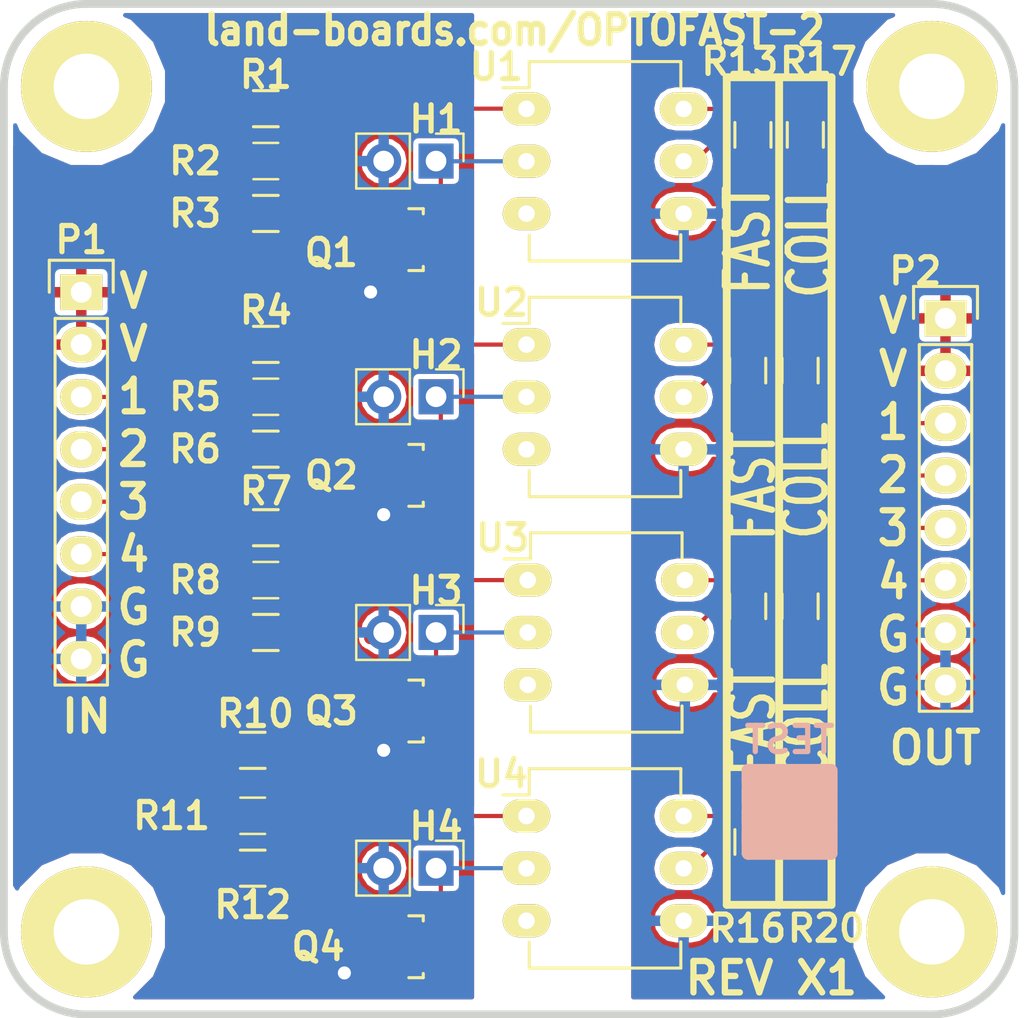
<source format=kicad_pcb>
(kicad_pcb (version 4) (host pcbnew 4.0.5)

  (general
    (links 68)
    (no_connects 0)
    (area -5.561286 -2.5532 53.920572 49.190501)
    (thickness 1.6002)
    (drawings 25)
    (tracks 156)
    (zones 0)
    (modules 41)
    (nets 29)
  )

  (page A4)
  (layers
    (0 Front signal)
    (31 Back signal)
    (36 B.SilkS user)
    (37 F.SilkS user)
    (38 B.Mask user)
    (39 F.Mask user)
    (40 Dwgs.User user)
    (41 Cmts.User user)
    (44 Edge.Cuts user)
  )

  (setup
    (last_trace_width 0.2032)
    (user_trace_width 0.635)
    (trace_clearance 0.254)
    (zone_clearance 0.254)
    (zone_45_only no)
    (trace_min 0.2032)
    (segment_width 0.381)
    (edge_width 0.381)
    (via_size 0.889)
    (via_drill 0.635)
    (via_min_size 0.889)
    (via_min_drill 0.508)
    (uvia_size 0.508)
    (uvia_drill 0.127)
    (uvias_allowed no)
    (uvia_min_size 0.508)
    (uvia_min_drill 0.127)
    (pcb_text_width 0.3048)
    (pcb_text_size 1.524 2.032)
    (mod_edge_width 0.381)
    (mod_text_size 1.27 1.27)
    (mod_text_width 0.254)
    (pad_size 1.6764 1.6764)
    (pad_drill 0.8128)
    (pad_to_mask_clearance 0.254)
    (aux_axis_origin 0 0)
    (visible_elements 7FFFFF3F)
    (pcbplotparams
      (layerselection 0x010f0_80000001)
      (usegerberextensions false)
      (excludeedgelayer true)
      (linewidth 0.150000)
      (plotframeref false)
      (viasonmask false)
      (mode 1)
      (useauxorigin false)
      (hpglpennumber 1)
      (hpglpenspeed 20)
      (hpglpendiameter 15)
      (hpglpenoverlay 0)
      (psnegative false)
      (psa4output false)
      (plotreference true)
      (plotvalue false)
      (plotinvisibletext false)
      (padsonsilk false)
      (subtractmaskfromsilk false)
      (outputformat 1)
      (mirror false)
      (drillshape 0)
      (scaleselection 1)
      (outputdirectory plots/))
  )

  (net 0 "")
  (net 1 /OptoBlk1/VCC1)
  (net 2 /OptoBlk1/IN1)
  (net 3 /OptoBlk1/OUT)
  (net 4 /OptoBlk1/GND1)
  (net 5 /OptoBlk2/IN1)
  (net 6 /OptoBlk3/IN1)
  (net 7 /OptoBlk4/IN1)
  (net 8 /OptoBlk2/OUT)
  (net 9 /OptoBlk3/OUT)
  (net 10 /OptoBlk4/OUT)
  (net 11 /OptoBlk1/VCC2)
  (net 12 /OptoBlk1/GND2)
  (net 13 "Net-(Q1-Pad1)")
  (net 14 "Net-(Q2-Pad1)")
  (net 15 "Net-(Q3-Pad1)")
  (net 16 "Net-(Q4-Pad1)")
  (net 17 "Net-(R13-Pad1)")
  (net 18 "Net-(R14-Pad1)")
  (net 19 "Net-(R15-Pad1)")
  (net 20 "Net-(R16-Pad1)")
  (net 21 "Net-(R10-Pad2)")
  (net 22 "Net-(H1-Pad1)")
  (net 23 "Net-(H2-Pad1)")
  (net 24 "Net-(H3-Pad1)")
  (net 25 "Net-(H4-Pad1)")
  (net 26 "Net-(R1-Pad2)")
  (net 27 "Net-(R4-Pad2)")
  (net 28 "Net-(R7-Pad2)")

  (net_class Default "This is the default net class."
    (clearance 0.254)
    (trace_width 0.2032)
    (via_dia 0.889)
    (via_drill 0.635)
    (uvia_dia 0.508)
    (uvia_drill 0.127)
    (add_net /OptoBlk1/GND1)
    (add_net /OptoBlk1/GND2)
    (add_net /OptoBlk1/IN1)
    (add_net /OptoBlk1/OUT)
    (add_net /OptoBlk1/VCC1)
    (add_net /OptoBlk1/VCC2)
    (add_net /OptoBlk2/IN1)
    (add_net /OptoBlk2/OUT)
    (add_net /OptoBlk3/IN1)
    (add_net /OptoBlk3/OUT)
    (add_net /OptoBlk4/IN1)
    (add_net /OptoBlk4/OUT)
    (add_net "Net-(H1-Pad1)")
    (add_net "Net-(H2-Pad1)")
    (add_net "Net-(H3-Pad1)")
    (add_net "Net-(H4-Pad1)")
    (add_net "Net-(Q1-Pad1)")
    (add_net "Net-(Q2-Pad1)")
    (add_net "Net-(Q3-Pad1)")
    (add_net "Net-(Q4-Pad1)")
    (add_net "Net-(R1-Pad2)")
    (add_net "Net-(R10-Pad2)")
    (add_net "Net-(R13-Pad1)")
    (add_net "Net-(R14-Pad1)")
    (add_net "Net-(R15-Pad1)")
    (add_net "Net-(R16-Pad1)")
    (add_net "Net-(R4-Pad2)")
    (add_net "Net-(R7-Pad2)")
  )

  (module FIDUCIAL (layer Front) (tedit 518BF783) (tstamp 557AF8C2)
    (at 46.355 38.989)
    (path /537A5EE1)
    (fp_text reference FID1 (at 0 2.3495) (layer F.SilkS) hide
      (effects (font (size 1.27 1.27) (thickness 0.254)))
    )
    (fp_text value ADAFRUIT_FIDUCIAL (at 0.127 -2.794) (layer F.SilkS) hide
      (effects (font (size 1.016 1.016) (thickness 0.2032)))
    )
    (pad 1 smd circle (at 0 0) (size 1 1) (layers Front F.Mask)
      (solder_mask_margin 1) (clearance 1))
  )

  (module FIDUCIAL (layer Front) (tedit 518BF783) (tstamp 557AF8C7)
    (at 9.017 3.175)
    (path /537A5ED2)
    (fp_text reference FID2 (at 0 2.3495) (layer F.SilkS) hide
      (effects (font (size 1.27 1.27) (thickness 0.254)))
    )
    (fp_text value ADAFRUIT_FIDUCIAL (at 0.127 -2.794) (layer F.SilkS) hide
      (effects (font (size 1.016 1.016) (thickness 0.2032)))
    )
    (pad 1 smd circle (at 0 0) (size 1 1) (layers Front F.Mask)
      (solder_mask_margin 1) (clearance 1))
  )

  (module Resistors_SMD:R_0805_HandSoldering (layer Front) (tedit 593B355F) (tstamp 557B0573)
    (at 12.7 5.08)
    (descr "Resistor SMD 0805, hand soldering")
    (tags "resistor 0805")
    (path /557B9C27/557B9EB0)
    (attr smd)
    (fp_text reference R1 (at 0 -1.651) (layer F.SilkS)
      (effects (font (size 1.27 1.27) (thickness 0.254)))
    )
    (fp_text value 150 (at 0 2.1) (layer F.SilkS) hide
      (effects (font (size 1 1) (thickness 0.15)))
    )
    (fp_line (start -2.4 -1) (end 2.4 -1) (layer F.CrtYd) (width 0.05))
    (fp_line (start -2.4 1) (end 2.4 1) (layer F.CrtYd) (width 0.05))
    (fp_line (start -2.4 -1) (end -2.4 1) (layer F.CrtYd) (width 0.05))
    (fp_line (start 2.4 -1) (end 2.4 1) (layer F.CrtYd) (width 0.05))
    (fp_line (start 0.6 0.875) (end -0.6 0.875) (layer F.SilkS) (width 0.15))
    (fp_line (start -0.6 -0.875) (end 0.6 -0.875) (layer F.SilkS) (width 0.15))
    (pad 1 smd rect (at -1.35 0) (size 1.5 1.3) (layers Front F.Mask)
      (net 1 /OptoBlk1/VCC1))
    (pad 2 smd rect (at 1.35 0) (size 1.5 1.3) (layers Front F.Mask)
      (net 26 "Net-(R1-Pad2)"))
    (model Resistors_SMD.3dshapes/R_0805_HandSoldering.wrl
      (at (xyz 0 0 0))
      (scale (xyz 1 1 1))
      (rotate (xyz 0 0 0))
    )
  )

  (module Resistors_SMD:R_0805_HandSoldering (layer Front) (tedit 59393C79) (tstamp 557B057E)
    (at 38.862 6.35 90)
    (descr "Resistor SMD 0805, hand soldering")
    (tags "resistor 0805")
    (path /557B9C27/557B9F95)
    (attr smd)
    (fp_text reference R17 (at 3.556 0.635 180) (layer F.SilkS)
      (effects (font (size 1.27 1.27) (thickness 0.254)))
    )
    (fp_text value 1.2K (at 0 2.1 90) (layer F.SilkS) hide
      (effects (font (size 1 1) (thickness 0.15)))
    )
    (fp_line (start -2.4 -1) (end 2.4 -1) (layer F.CrtYd) (width 0.05))
    (fp_line (start -2.4 1) (end 2.4 1) (layer F.CrtYd) (width 0.05))
    (fp_line (start -2.4 -1) (end -2.4 1) (layer F.CrtYd) (width 0.05))
    (fp_line (start 2.4 -1) (end 2.4 1) (layer F.CrtYd) (width 0.05))
    (fp_line (start 0.6 0.875) (end -0.6 0.875) (layer F.SilkS) (width 0.15))
    (fp_line (start -0.6 -0.875) (end 0.6 -0.875) (layer F.SilkS) (width 0.15))
    (pad 1 smd rect (at -1.35 0 90) (size 1.5 1.3) (layers Front F.Mask)
      (net 3 /OptoBlk1/OUT))
    (pad 2 smd rect (at 1.35 0 90) (size 1.5 1.3) (layers Front F.Mask)
      (net 11 /OptoBlk1/VCC2))
    (model Resistors_SMD.3dshapes/R_0805_HandSoldering.wrl
      (at (xyz 0 0 0))
      (scale (xyz 1 1 1))
      (rotate (xyz 0 0 0))
    )
  )

  (module Resistors_SMD:R_0805_HandSoldering (layer Front) (tedit 59393B1B) (tstamp 557B0594)
    (at 12.7 16.51)
    (descr "Resistor SMD 0805, hand soldering")
    (tags "resistor 0805")
    (path /557BCF63/557B9EB0)
    (attr smd)
    (fp_text reference R4 (at 0 -1.651) (layer F.SilkS)
      (effects (font (size 1.27 1.27) (thickness 0.254)))
    )
    (fp_text value 150 (at 0 2.1) (layer F.SilkS) hide
      (effects (font (size 1 1) (thickness 0.15)))
    )
    (fp_line (start -2.4 -1) (end 2.4 -1) (layer F.CrtYd) (width 0.05))
    (fp_line (start -2.4 1) (end 2.4 1) (layer F.CrtYd) (width 0.05))
    (fp_line (start -2.4 -1) (end -2.4 1) (layer F.CrtYd) (width 0.05))
    (fp_line (start 2.4 -1) (end 2.4 1) (layer F.CrtYd) (width 0.05))
    (fp_line (start 0.6 0.875) (end -0.6 0.875) (layer F.SilkS) (width 0.15))
    (fp_line (start -0.6 -0.875) (end 0.6 -0.875) (layer F.SilkS) (width 0.15))
    (pad 1 smd rect (at -1.35 0) (size 1.5 1.3) (layers Front F.Mask)
      (net 1 /OptoBlk1/VCC1))
    (pad 2 smd rect (at 1.35 0) (size 1.5 1.3) (layers Front F.Mask)
      (net 27 "Net-(R4-Pad2)"))
    (model Resistors_SMD.3dshapes/R_0805_HandSoldering.wrl
      (at (xyz 0 0 0))
      (scale (xyz 1 1 1))
      (rotate (xyz 0 0 0))
    )
  )

  (module Resistors_SMD:R_0805_HandSoldering (layer Front) (tedit 58580C34) (tstamp 557B059F)
    (at 38.608 17.78 90)
    (descr "Resistor SMD 0805, hand soldering")
    (tags "resistor 0805")
    (path /557BCF63/557B9F95)
    (attr smd)
    (fp_text reference R18 (at 3.048 0.254 180) (layer F.SilkS) hide
      (effects (font (size 1.27 1.27) (thickness 0.254)))
    )
    (fp_text value 1.2K (at 0 2.1 90) (layer F.SilkS) hide
      (effects (font (size 1 1) (thickness 0.15)))
    )
    (fp_line (start -2.4 -1) (end 2.4 -1) (layer F.CrtYd) (width 0.05))
    (fp_line (start -2.4 1) (end 2.4 1) (layer F.CrtYd) (width 0.05))
    (fp_line (start -2.4 -1) (end -2.4 1) (layer F.CrtYd) (width 0.05))
    (fp_line (start 2.4 -1) (end 2.4 1) (layer F.CrtYd) (width 0.05))
    (fp_line (start 0.6 0.875) (end -0.6 0.875) (layer F.SilkS) (width 0.15))
    (fp_line (start -0.6 -0.875) (end 0.6 -0.875) (layer F.SilkS) (width 0.15))
    (pad 1 smd rect (at -1.35 0 90) (size 1.5 1.3) (layers Front F.Mask)
      (net 8 /OptoBlk2/OUT))
    (pad 2 smd rect (at 1.35 0 90) (size 1.5 1.3) (layers Front F.Mask)
      (net 11 /OptoBlk1/VCC2))
    (model Resistors_SMD.3dshapes/R_0805_HandSoldering.wrl
      (at (xyz 0 0 0))
      (scale (xyz 1 1 1))
      (rotate (xyz 0 0 0))
    )
  )

  (module Resistors_SMD:R_0805_HandSoldering (layer Front) (tedit 593B355A) (tstamp 557B05B5)
    (at 12.7 25.4)
    (descr "Resistor SMD 0805, hand soldering")
    (tags "resistor 0805")
    (path /557BD8A1/557B9EB0)
    (attr smd)
    (fp_text reference R7 (at 0 -1.778) (layer F.SilkS)
      (effects (font (size 1.27 1.27) (thickness 0.254)))
    )
    (fp_text value 150 (at 0 2.1) (layer F.SilkS) hide
      (effects (font (size 1 1) (thickness 0.15)))
    )
    (fp_line (start -2.4 -1) (end 2.4 -1) (layer F.CrtYd) (width 0.05))
    (fp_line (start -2.4 1) (end 2.4 1) (layer F.CrtYd) (width 0.05))
    (fp_line (start -2.4 -1) (end -2.4 1) (layer F.CrtYd) (width 0.05))
    (fp_line (start 2.4 -1) (end 2.4 1) (layer F.CrtYd) (width 0.05))
    (fp_line (start 0.6 0.875) (end -0.6 0.875) (layer F.SilkS) (width 0.15))
    (fp_line (start -0.6 -0.875) (end 0.6 -0.875) (layer F.SilkS) (width 0.15))
    (pad 1 smd rect (at -1.35 0) (size 1.5 1.3) (layers Front F.Mask)
      (net 1 /OptoBlk1/VCC1))
    (pad 2 smd rect (at 1.35 0) (size 1.5 1.3) (layers Front F.Mask)
      (net 28 "Net-(R7-Pad2)"))
    (model Resistors_SMD.3dshapes/R_0805_HandSoldering.wrl
      (at (xyz 0 0 0))
      (scale (xyz 1 1 1))
      (rotate (xyz 0 0 0))
    )
  )

  (module Resistors_SMD:R_0805_HandSoldering (layer Front) (tedit 58580C3A) (tstamp 557B05C0)
    (at 38.608 29.21 90)
    (descr "Resistor SMD 0805, hand soldering")
    (tags "resistor 0805")
    (path /557BD8A1/557B9F95)
    (attr smd)
    (fp_text reference R19 (at 3.048 0.254 180) (layer F.SilkS) hide
      (effects (font (size 1.27 1.27) (thickness 0.254)))
    )
    (fp_text value 1.2K (at 0 2.1 90) (layer F.SilkS) hide
      (effects (font (size 1 1) (thickness 0.15)))
    )
    (fp_line (start -2.4 -1) (end 2.4 -1) (layer F.CrtYd) (width 0.05))
    (fp_line (start -2.4 1) (end 2.4 1) (layer F.CrtYd) (width 0.05))
    (fp_line (start -2.4 -1) (end -2.4 1) (layer F.CrtYd) (width 0.05))
    (fp_line (start 2.4 -1) (end 2.4 1) (layer F.CrtYd) (width 0.05))
    (fp_line (start 0.6 0.875) (end -0.6 0.875) (layer F.SilkS) (width 0.15))
    (fp_line (start -0.6 -0.875) (end 0.6 -0.875) (layer F.SilkS) (width 0.15))
    (pad 1 smd rect (at -1.35 0 90) (size 1.5 1.3) (layers Front F.Mask)
      (net 9 /OptoBlk3/OUT))
    (pad 2 smd rect (at 1.35 0 90) (size 1.5 1.3) (layers Front F.Mask)
      (net 11 /OptoBlk1/VCC2))
    (model Resistors_SMD.3dshapes/R_0805_HandSoldering.wrl
      (at (xyz 0 0 0))
      (scale (xyz 1 1 1))
      (rotate (xyz 0 0 0))
    )
  )

  (module Resistors_SMD:R_0805_HandSoldering (layer Front) (tedit 593B3552) (tstamp 557B05D6)
    (at 12.065 36.195)
    (descr "Resistor SMD 0805, hand soldering")
    (tags "resistor 0805")
    (path /557BD8A9/557B9EB0)
    (attr smd)
    (fp_text reference R10 (at 0.127 -1.778) (layer F.SilkS)
      (effects (font (size 1.27 1.27) (thickness 0.254)))
    )
    (fp_text value 150 (at 0 2.1) (layer F.SilkS) hide
      (effects (font (size 1 1) (thickness 0.15)))
    )
    (fp_line (start -2.4 -1) (end 2.4 -1) (layer F.CrtYd) (width 0.05))
    (fp_line (start -2.4 1) (end 2.4 1) (layer F.CrtYd) (width 0.05))
    (fp_line (start -2.4 -1) (end -2.4 1) (layer F.CrtYd) (width 0.05))
    (fp_line (start 2.4 -1) (end 2.4 1) (layer F.CrtYd) (width 0.05))
    (fp_line (start 0.6 0.875) (end -0.6 0.875) (layer F.SilkS) (width 0.15))
    (fp_line (start -0.6 -0.875) (end 0.6 -0.875) (layer F.SilkS) (width 0.15))
    (pad 1 smd rect (at -1.35 0) (size 1.5 1.3) (layers Front F.Mask)
      (net 1 /OptoBlk1/VCC1))
    (pad 2 smd rect (at 1.35 0) (size 1.5 1.3) (layers Front F.Mask)
      (net 21 "Net-(R10-Pad2)"))
    (model Resistors_SMD.3dshapes/R_0805_HandSoldering.wrl
      (at (xyz 0 0 0))
      (scale (xyz 1 1 1))
      (rotate (xyz 0 0 0))
    )
  )

  (module Resistors_SMD:R_0805_HandSoldering (layer Front) (tedit 593B3591) (tstamp 557B05E1)
    (at 38.862 40.64 90)
    (descr "Resistor SMD 0805, hand soldering")
    (tags "resistor 0805")
    (path /557BD8A9/557B9F95)
    (attr smd)
    (fp_text reference R20 (at -4.191 1.016 180) (layer F.SilkS)
      (effects (font (size 1.27 1.27) (thickness 0.254)))
    )
    (fp_text value 1.2K (at 0 2.1 90) (layer F.SilkS) hide
      (effects (font (size 1 1) (thickness 0.15)))
    )
    (fp_line (start -2.4 -1) (end 2.4 -1) (layer F.CrtYd) (width 0.05))
    (fp_line (start -2.4 1) (end 2.4 1) (layer F.CrtYd) (width 0.05))
    (fp_line (start -2.4 -1) (end -2.4 1) (layer F.CrtYd) (width 0.05))
    (fp_line (start 2.4 -1) (end 2.4 1) (layer F.CrtYd) (width 0.05))
    (fp_line (start 0.6 0.875) (end -0.6 0.875) (layer F.SilkS) (width 0.15))
    (fp_line (start -0.6 -0.875) (end 0.6 -0.875) (layer F.SilkS) (width 0.15))
    (pad 1 smd rect (at -1.35 0 90) (size 1.5 1.3) (layers Front F.Mask)
      (net 10 /OptoBlk4/OUT))
    (pad 2 smd rect (at 1.35 0 90) (size 1.5 1.3) (layers Front F.Mask)
      (net 11 /OptoBlk1/VCC2))
    (model Resistors_SMD.3dshapes/R_0805_HandSoldering.wrl
      (at (xyz 0 0 0))
      (scale (xyz 1 1 1))
      (rotate (xyz 0 0 0))
    )
  )

  (module Housings_DIP:DIP-6_W7.62mm_LongPads (layer Front) (tedit 59385D8B) (tstamp 557B0684)
    (at 25.34 5.09)
    (descr "6-lead dip package, row spacing 7.62 mm (300 mils), longer pads")
    (tags "dil dip 2.54 300")
    (path /557B9C27/557B9EA9)
    (fp_text reference U1 (at -1.464 -2.042) (layer F.SilkS)
      (effects (font (size 1.27 1.27) (thickness 0.254)))
    )
    (fp_text value 4N26 (at 0 -3.72) (layer F.SilkS) hide
      (effects (font (size 1 1) (thickness 0.15)))
    )
    (fp_line (start -1.4 -2.45) (end -1.4 7.55) (layer F.CrtYd) (width 0.05))
    (fp_line (start 9 -2.45) (end 9 7.55) (layer F.CrtYd) (width 0.05))
    (fp_line (start -1.4 -2.45) (end 9 -2.45) (layer F.CrtYd) (width 0.05))
    (fp_line (start -1.4 7.55) (end 9 7.55) (layer F.CrtYd) (width 0.05))
    (fp_line (start 0.135 -2.295) (end 0.135 -1.025) (layer F.SilkS) (width 0.15))
    (fp_line (start 7.485 -2.295) (end 7.485 -1.025) (layer F.SilkS) (width 0.15))
    (fp_line (start 7.485 7.375) (end 7.485 6.105) (layer F.SilkS) (width 0.15))
    (fp_line (start 0.135 7.375) (end 0.135 6.105) (layer F.SilkS) (width 0.15))
    (fp_line (start 0.135 -2.295) (end 7.485 -2.295) (layer F.SilkS) (width 0.15))
    (fp_line (start 0.135 7.375) (end 7.485 7.375) (layer F.SilkS) (width 0.15))
    (fp_line (start 0.135 -1.025) (end -1.15 -1.025) (layer F.SilkS) (width 0.15))
    (pad 1 thru_hole oval (at 0 0) (size 2.3 1.6) (drill 0.8) (layers *.Cu *.Mask F.SilkS)
      (net 26 "Net-(R1-Pad2)"))
    (pad 2 thru_hole oval (at 0 2.54) (size 2.3 1.6) (drill 0.8) (layers *.Cu *.Mask F.SilkS)
      (net 22 "Net-(H1-Pad1)"))
    (pad 3 thru_hole oval (at 0 5.08) (size 2.3 1.6) (drill 0.8) (layers *.Cu *.Mask F.SilkS))
    (pad 4 thru_hole oval (at 7.62 5.08) (size 2.3 1.6) (drill 0.8) (layers *.Cu *.Mask F.SilkS)
      (net 12 /OptoBlk1/GND2))
    (pad 5 thru_hole oval (at 7.62 2.54) (size 2.3 1.6) (drill 0.8) (layers *.Cu *.Mask F.SilkS)
      (net 3 /OptoBlk1/OUT))
    (pad 6 thru_hole oval (at 7.62 0) (size 2.3 1.6) (drill 0.8) (layers *.Cu *.Mask F.SilkS)
      (net 17 "Net-(R13-Pad1)"))
    (model Housings_DIP.3dshapes/DIP-6_W7.62mm_LongPads.wrl
      (at (xyz 0 0 0))
      (scale (xyz 1 1 1))
      (rotate (xyz 0 0 0))
    )
  )

  (module Housings_DIP:DIP-6_W7.62mm_LongPads (layer Front) (tedit 59385D90) (tstamp 557B0699)
    (at 25.34 16.52)
    (descr "6-lead dip package, row spacing 7.62 mm (300 mils), longer pads")
    (tags "dil dip 2.54 300")
    (path /557BCF63/557B9EA9)
    (fp_text reference U2 (at -1.21 -2.042) (layer F.SilkS)
      (effects (font (size 1.27 1.27) (thickness 0.254)))
    )
    (fp_text value 4N26 (at 0 -3.72) (layer F.SilkS) hide
      (effects (font (size 1 1) (thickness 0.15)))
    )
    (fp_line (start -1.4 -2.45) (end -1.4 7.55) (layer F.CrtYd) (width 0.05))
    (fp_line (start 9 -2.45) (end 9 7.55) (layer F.CrtYd) (width 0.05))
    (fp_line (start -1.4 -2.45) (end 9 -2.45) (layer F.CrtYd) (width 0.05))
    (fp_line (start -1.4 7.55) (end 9 7.55) (layer F.CrtYd) (width 0.05))
    (fp_line (start 0.135 -2.295) (end 0.135 -1.025) (layer F.SilkS) (width 0.15))
    (fp_line (start 7.485 -2.295) (end 7.485 -1.025) (layer F.SilkS) (width 0.15))
    (fp_line (start 7.485 7.375) (end 7.485 6.105) (layer F.SilkS) (width 0.15))
    (fp_line (start 0.135 7.375) (end 0.135 6.105) (layer F.SilkS) (width 0.15))
    (fp_line (start 0.135 -2.295) (end 7.485 -2.295) (layer F.SilkS) (width 0.15))
    (fp_line (start 0.135 7.375) (end 7.485 7.375) (layer F.SilkS) (width 0.15))
    (fp_line (start 0.135 -1.025) (end -1.15 -1.025) (layer F.SilkS) (width 0.15))
    (pad 1 thru_hole oval (at 0 0) (size 2.3 1.6) (drill 0.8) (layers *.Cu *.Mask F.SilkS)
      (net 27 "Net-(R4-Pad2)"))
    (pad 2 thru_hole oval (at 0 2.54) (size 2.3 1.6) (drill 0.8) (layers *.Cu *.Mask F.SilkS)
      (net 23 "Net-(H2-Pad1)"))
    (pad 3 thru_hole oval (at 0 5.08) (size 2.3 1.6) (drill 0.8) (layers *.Cu *.Mask F.SilkS))
    (pad 4 thru_hole oval (at 7.62 5.08) (size 2.3 1.6) (drill 0.8) (layers *.Cu *.Mask F.SilkS)
      (net 12 /OptoBlk1/GND2))
    (pad 5 thru_hole oval (at 7.62 2.54) (size 2.3 1.6) (drill 0.8) (layers *.Cu *.Mask F.SilkS)
      (net 8 /OptoBlk2/OUT))
    (pad 6 thru_hole oval (at 7.62 0) (size 2.3 1.6) (drill 0.8) (layers *.Cu *.Mask F.SilkS)
      (net 18 "Net-(R14-Pad1)"))
    (model Housings_DIP.3dshapes/DIP-6_W7.62mm_LongPads.wrl
      (at (xyz 0 0 0))
      (scale (xyz 1 1 1))
      (rotate (xyz 0 0 0))
    )
  )

  (module Housings_DIP:DIP-6_W7.62mm_LongPads (layer Front) (tedit 59385D94) (tstamp 557B06AE)
    (at 25.4 27.94)
    (descr "6-lead dip package, row spacing 7.62 mm (300 mils), longer pads")
    (tags "dil dip 2.54 300")
    (path /557BD8A1/557B9EA9)
    (fp_text reference U3 (at -1.21 -2.042) (layer F.SilkS)
      (effects (font (size 1.27 1.27) (thickness 0.254)))
    )
    (fp_text value 4N26 (at 0 -3.72) (layer F.SilkS) hide
      (effects (font (size 1 1) (thickness 0.15)))
    )
    (fp_line (start -1.4 -2.45) (end -1.4 7.55) (layer F.CrtYd) (width 0.05))
    (fp_line (start 9 -2.45) (end 9 7.55) (layer F.CrtYd) (width 0.05))
    (fp_line (start -1.4 -2.45) (end 9 -2.45) (layer F.CrtYd) (width 0.05))
    (fp_line (start -1.4 7.55) (end 9 7.55) (layer F.CrtYd) (width 0.05))
    (fp_line (start 0.135 -2.295) (end 0.135 -1.025) (layer F.SilkS) (width 0.15))
    (fp_line (start 7.485 -2.295) (end 7.485 -1.025) (layer F.SilkS) (width 0.15))
    (fp_line (start 7.485 7.375) (end 7.485 6.105) (layer F.SilkS) (width 0.15))
    (fp_line (start 0.135 7.375) (end 0.135 6.105) (layer F.SilkS) (width 0.15))
    (fp_line (start 0.135 -2.295) (end 7.485 -2.295) (layer F.SilkS) (width 0.15))
    (fp_line (start 0.135 7.375) (end 7.485 7.375) (layer F.SilkS) (width 0.15))
    (fp_line (start 0.135 -1.025) (end -1.15 -1.025) (layer F.SilkS) (width 0.15))
    (pad 1 thru_hole oval (at 0 0) (size 2.3 1.6) (drill 0.8) (layers *.Cu *.Mask F.SilkS)
      (net 28 "Net-(R7-Pad2)"))
    (pad 2 thru_hole oval (at 0 2.54) (size 2.3 1.6) (drill 0.8) (layers *.Cu *.Mask F.SilkS)
      (net 24 "Net-(H3-Pad1)"))
    (pad 3 thru_hole oval (at 0 5.08) (size 2.3 1.6) (drill 0.8) (layers *.Cu *.Mask F.SilkS))
    (pad 4 thru_hole oval (at 7.62 5.08) (size 2.3 1.6) (drill 0.8) (layers *.Cu *.Mask F.SilkS)
      (net 12 /OptoBlk1/GND2))
    (pad 5 thru_hole oval (at 7.62 2.54) (size 2.3 1.6) (drill 0.8) (layers *.Cu *.Mask F.SilkS)
      (net 9 /OptoBlk3/OUT))
    (pad 6 thru_hole oval (at 7.62 0) (size 2.3 1.6) (drill 0.8) (layers *.Cu *.Mask F.SilkS)
      (net 19 "Net-(R15-Pad1)"))
    (model Housings_DIP.3dshapes/DIP-6_W7.62mm_LongPads.wrl
      (at (xyz 0 0 0))
      (scale (xyz 1 1 1))
      (rotate (xyz 0 0 0))
    )
  )

  (module Housings_DIP:DIP-6_W7.62mm_LongPads (layer Front) (tedit 59385D97) (tstamp 557B06C3)
    (at 25.34 39.38)
    (descr "6-lead dip package, row spacing 7.62 mm (300 mils), longer pads")
    (tags "dil dip 2.54 300")
    (path /557BD8A9/557B9EA9)
    (fp_text reference U4 (at -1.21 -2.042) (layer F.SilkS)
      (effects (font (size 1.27 1.27) (thickness 0.254)))
    )
    (fp_text value 4N26 (at 0 -3.72) (layer F.SilkS) hide
      (effects (font (size 1 1) (thickness 0.15)))
    )
    (fp_line (start -1.4 -2.45) (end -1.4 7.55) (layer F.CrtYd) (width 0.05))
    (fp_line (start 9 -2.45) (end 9 7.55) (layer F.CrtYd) (width 0.05))
    (fp_line (start -1.4 -2.45) (end 9 -2.45) (layer F.CrtYd) (width 0.05))
    (fp_line (start -1.4 7.55) (end 9 7.55) (layer F.CrtYd) (width 0.05))
    (fp_line (start 0.135 -2.295) (end 0.135 -1.025) (layer F.SilkS) (width 0.15))
    (fp_line (start 7.485 -2.295) (end 7.485 -1.025) (layer F.SilkS) (width 0.15))
    (fp_line (start 7.485 7.375) (end 7.485 6.105) (layer F.SilkS) (width 0.15))
    (fp_line (start 0.135 7.375) (end 0.135 6.105) (layer F.SilkS) (width 0.15))
    (fp_line (start 0.135 -2.295) (end 7.485 -2.295) (layer F.SilkS) (width 0.15))
    (fp_line (start 0.135 7.375) (end 7.485 7.375) (layer F.SilkS) (width 0.15))
    (fp_line (start 0.135 -1.025) (end -1.15 -1.025) (layer F.SilkS) (width 0.15))
    (pad 1 thru_hole oval (at 0 0) (size 2.3 1.6) (drill 0.8) (layers *.Cu *.Mask F.SilkS)
      (net 21 "Net-(R10-Pad2)"))
    (pad 2 thru_hole oval (at 0 2.54) (size 2.3 1.6) (drill 0.8) (layers *.Cu *.Mask F.SilkS)
      (net 25 "Net-(H4-Pad1)"))
    (pad 3 thru_hole oval (at 0 5.08) (size 2.3 1.6) (drill 0.8) (layers *.Cu *.Mask F.SilkS))
    (pad 4 thru_hole oval (at 7.62 5.08) (size 2.3 1.6) (drill 0.8) (layers *.Cu *.Mask F.SilkS)
      (net 12 /OptoBlk1/GND2))
    (pad 5 thru_hole oval (at 7.62 2.54) (size 2.3 1.6) (drill 0.8) (layers *.Cu *.Mask F.SilkS)
      (net 10 /OptoBlk4/OUT))
    (pad 6 thru_hole oval (at 7.62 0) (size 2.3 1.6) (drill 0.8) (layers *.Cu *.Mask F.SilkS)
      (net 20 "Net-(R16-Pad1)"))
    (model Housings_DIP.3dshapes/DIP-6_W7.62mm_LongPads.wrl
      (at (xyz 0 0 0))
      (scale (xyz 1 1 1))
      (rotate (xyz 0 0 0))
    )
  )

  (module Housings_SOT-23_SOT-143_TSOT-6:SOT-23_Handsoldering (layer Front) (tedit 59393A77) (tstamp 557B07F4)
    (at 19.685 11.43 270)
    (descr "SOT-23, Handsoldering")
    (tags SOT-23)
    (path /557B9C27/557F6DD0)
    (attr smd)
    (fp_text reference Q1 (at 0.635 3.81 360) (layer F.SilkS)
      (effects (font (size 1.27 1.27) (thickness 0.254)))
    )
    (fp_text value 2N3904 (at 0 3.81 270) (layer F.SilkS) hide
      (effects (font (size 1 1) (thickness 0.15)))
    )
    (fp_line (start -1.49982 0.0508) (end -1.49982 -0.65024) (layer F.SilkS) (width 0.15))
    (fp_line (start -1.49982 -0.65024) (end -1.2509 -0.65024) (layer F.SilkS) (width 0.15))
    (fp_line (start 1.29916 -0.65024) (end 1.49982 -0.65024) (layer F.SilkS) (width 0.15))
    (fp_line (start 1.49982 -0.65024) (end 1.49982 0.0508) (layer F.SilkS) (width 0.15))
    (pad 1 smd rect (at -0.95 1.50114 270) (size 0.8001 1.80086) (layers Front F.Mask)
      (net 13 "Net-(Q1-Pad1)"))
    (pad 2 smd rect (at 0.95 1.50114 270) (size 0.8001 1.80086) (layers Front F.Mask)
      (net 4 /OptoBlk1/GND1))
    (pad 3 smd rect (at 0 -1.50114 270) (size 0.8001 1.80086) (layers Front F.Mask)
      (net 22 "Net-(H1-Pad1)"))
    (model Housings_SOT-23_SOT-143_TSOT-6.3dshapes/SOT-23_Handsoldering.wrl
      (at (xyz 0 0 0))
      (scale (xyz 1 1 1))
      (rotate (xyz 0 0 0))
    )
  )

  (module Housings_SOT-23_SOT-143_TSOT-6:SOT-23_Handsoldering (layer Front) (tedit 59393A7B) (tstamp 557B07FE)
    (at 19.685 22.86 270)
    (descr "SOT-23, Handsoldering")
    (tags SOT-23)
    (path /557BCF63/557F6DD0)
    (attr smd)
    (fp_text reference Q2 (at 0 3.81 360) (layer F.SilkS)
      (effects (font (size 1.27 1.27) (thickness 0.254)))
    )
    (fp_text value 2N3904 (at 0 3.81 270) (layer F.SilkS) hide
      (effects (font (size 1 1) (thickness 0.15)))
    )
    (fp_line (start -1.49982 0.0508) (end -1.49982 -0.65024) (layer F.SilkS) (width 0.15))
    (fp_line (start -1.49982 -0.65024) (end -1.2509 -0.65024) (layer F.SilkS) (width 0.15))
    (fp_line (start 1.29916 -0.65024) (end 1.49982 -0.65024) (layer F.SilkS) (width 0.15))
    (fp_line (start 1.49982 -0.65024) (end 1.49982 0.0508) (layer F.SilkS) (width 0.15))
    (pad 1 smd rect (at -0.95 1.50114 270) (size 0.8001 1.80086) (layers Front F.Mask)
      (net 14 "Net-(Q2-Pad1)"))
    (pad 2 smd rect (at 0.95 1.50114 270) (size 0.8001 1.80086) (layers Front F.Mask)
      (net 4 /OptoBlk1/GND1))
    (pad 3 smd rect (at 0 -1.50114 270) (size 0.8001 1.80086) (layers Front F.Mask)
      (net 23 "Net-(H2-Pad1)"))
    (model Housings_SOT-23_SOT-143_TSOT-6.3dshapes/SOT-23_Handsoldering.wrl
      (at (xyz 0 0 0))
      (scale (xyz 1 1 1))
      (rotate (xyz 0 0 0))
    )
  )

  (module Housings_SOT-23_SOT-143_TSOT-6:SOT-23_Handsoldering (layer Front) (tedit 59393A68) (tstamp 557B0808)
    (at 19.685 34.29 270)
    (descr "SOT-23, Handsoldering")
    (tags SOT-23)
    (path /557BD8A1/557F6DD0)
    (attr smd)
    (fp_text reference Q3 (at 0 3.81 360) (layer F.SilkS)
      (effects (font (size 1.27 1.27) (thickness 0.254)))
    )
    (fp_text value 2N3904 (at 0 3.81 270) (layer F.SilkS) hide
      (effects (font (size 1 1) (thickness 0.15)))
    )
    (fp_line (start -1.49982 0.0508) (end -1.49982 -0.65024) (layer F.SilkS) (width 0.15))
    (fp_line (start -1.49982 -0.65024) (end -1.2509 -0.65024) (layer F.SilkS) (width 0.15))
    (fp_line (start 1.29916 -0.65024) (end 1.49982 -0.65024) (layer F.SilkS) (width 0.15))
    (fp_line (start 1.49982 -0.65024) (end 1.49982 0.0508) (layer F.SilkS) (width 0.15))
    (pad 1 smd rect (at -0.95 1.50114 270) (size 0.8001 1.80086) (layers Front F.Mask)
      (net 15 "Net-(Q3-Pad1)"))
    (pad 2 smd rect (at 0.95 1.50114 270) (size 0.8001 1.80086) (layers Front F.Mask)
      (net 4 /OptoBlk1/GND1))
    (pad 3 smd rect (at 0 -1.50114 270) (size 0.8001 1.80086) (layers Front F.Mask)
      (net 24 "Net-(H3-Pad1)"))
    (model Housings_SOT-23_SOT-143_TSOT-6.3dshapes/SOT-23_Handsoldering.wrl
      (at (xyz 0 0 0))
      (scale (xyz 1 1 1))
      (rotate (xyz 0 0 0))
    )
  )

  (module Housings_SOT-23_SOT-143_TSOT-6:SOT-23_Handsoldering (layer Front) (tedit 59393A64) (tstamp 557B0812)
    (at 19.685 45.72 270)
    (descr "SOT-23, Handsoldering")
    (tags SOT-23)
    (path /557BD8A9/557F6DD0)
    (attr smd)
    (fp_text reference Q4 (at 0 4.445 360) (layer F.SilkS)
      (effects (font (size 1.27 1.27) (thickness 0.254)))
    )
    (fp_text value 2N3904 (at 0 3.81 270) (layer F.SilkS) hide
      (effects (font (size 1 1) (thickness 0.15)))
    )
    (fp_line (start -1.49982 0.0508) (end -1.49982 -0.65024) (layer F.SilkS) (width 0.15))
    (fp_line (start -1.49982 -0.65024) (end -1.2509 -0.65024) (layer F.SilkS) (width 0.15))
    (fp_line (start 1.29916 -0.65024) (end 1.49982 -0.65024) (layer F.SilkS) (width 0.15))
    (fp_line (start 1.49982 -0.65024) (end 1.49982 0.0508) (layer F.SilkS) (width 0.15))
    (pad 1 smd rect (at -0.95 1.50114 270) (size 0.8001 1.80086) (layers Front F.Mask)
      (net 16 "Net-(Q4-Pad1)"))
    (pad 2 smd rect (at 0.95 1.50114 270) (size 0.8001 1.80086) (layers Front F.Mask)
      (net 4 /OptoBlk1/GND1))
    (pad 3 smd rect (at 0 -1.50114 270) (size 0.8001 1.80086) (layers Front F.Mask)
      (net 25 "Net-(H4-Pad1)"))
    (model Housings_SOT-23_SOT-143_TSOT-6.3dshapes/SOT-23_Handsoldering.wrl
      (at (xyz 0 0 0))
      (scale (xyz 1 1 1))
      (rotate (xyz 0 0 0))
    )
  )

  (module Pin_Headers:Pin_Header_Straight_1x08 (layer Front) (tedit 557B0A32) (tstamp 557B0B22)
    (at 3.75 13.98)
    (descr "Through hole pin header")
    (tags "pin header")
    (path /557EBB19)
    (fp_text reference P1 (at 0 -2.54) (layer F.SilkS)
      (effects (font (size 1.27 1.27) (thickness 0.254)))
    )
    (fp_text value CONN_01X08 (at 0 -3.1) (layer F.SilkS) hide
      (effects (font (size 1 1) (thickness 0.15)))
    )
    (fp_line (start -1.75 -1.75) (end -1.75 19.55) (layer F.CrtYd) (width 0.05))
    (fp_line (start 1.75 -1.75) (end 1.75 19.55) (layer F.CrtYd) (width 0.05))
    (fp_line (start -1.75 -1.75) (end 1.75 -1.75) (layer F.CrtYd) (width 0.05))
    (fp_line (start -1.75 19.55) (end 1.75 19.55) (layer F.CrtYd) (width 0.05))
    (fp_line (start 1.27 1.27) (end 1.27 19.05) (layer F.SilkS) (width 0.15))
    (fp_line (start 1.27 19.05) (end -1.27 19.05) (layer F.SilkS) (width 0.15))
    (fp_line (start -1.27 19.05) (end -1.27 1.27) (layer F.SilkS) (width 0.15))
    (fp_line (start 1.55 -1.55) (end 1.55 0) (layer F.SilkS) (width 0.15))
    (fp_line (start 1.27 1.27) (end -1.27 1.27) (layer F.SilkS) (width 0.15))
    (fp_line (start -1.55 0) (end -1.55 -1.55) (layer F.SilkS) (width 0.15))
    (fp_line (start -1.55 -1.55) (end 1.55 -1.55) (layer F.SilkS) (width 0.15))
    (pad 1 thru_hole rect (at 0 0) (size 2.032 1.7272) (drill 1.016) (layers *.Cu *.Mask F.SilkS)
      (net 1 /OptoBlk1/VCC1))
    (pad 2 thru_hole oval (at 0 2.54) (size 2.032 1.7272) (drill 1.016) (layers *.Cu *.Mask F.SilkS)
      (net 1 /OptoBlk1/VCC1))
    (pad 3 thru_hole oval (at 0 5.08) (size 2.032 1.7272) (drill 1.016) (layers *.Cu *.Mask F.SilkS)
      (net 2 /OptoBlk1/IN1))
    (pad 4 thru_hole oval (at 0 7.62) (size 2.032 1.7272) (drill 1.016) (layers *.Cu *.Mask F.SilkS)
      (net 5 /OptoBlk2/IN1))
    (pad 5 thru_hole oval (at 0 10.16) (size 2.032 1.7272) (drill 1.016) (layers *.Cu *.Mask F.SilkS)
      (net 6 /OptoBlk3/IN1))
    (pad 6 thru_hole oval (at 0 12.7) (size 2.032 1.7272) (drill 1.016) (layers *.Cu *.Mask F.SilkS)
      (net 7 /OptoBlk4/IN1))
    (pad 7 thru_hole oval (at 0 15.24) (size 2.032 1.7272) (drill 1.016) (layers *.Cu *.Mask F.SilkS)
      (net 4 /OptoBlk1/GND1))
    (pad 8 thru_hole oval (at 0 17.78) (size 2.032 1.7272) (drill 1.016) (layers *.Cu *.Mask F.SilkS)
      (net 4 /OptoBlk1/GND1))
    (model Pin_Headers.3dshapes/Pin_Header_Straight_1x08.wrl
      (at (xyz 0 -0.35 0))
      (scale (xyz 1 1 1))
      (rotate (xyz 0 0 90))
    )
  )

  (module Pin_Headers:Pin_Header_Straight_1x08 (layer Front) (tedit 58580C25) (tstamp 557B0B38)
    (at 45.66 15.25)
    (descr "Through hole pin header")
    (tags "pin header")
    (path /557EC371)
    (fp_text reference P2 (at -1.464 -2.296) (layer F.SilkS)
      (effects (font (size 1.27 1.27) (thickness 0.254)))
    )
    (fp_text value CONN_01X08 (at 0 -3.1) (layer F.SilkS) hide
      (effects (font (size 1 1) (thickness 0.15)))
    )
    (fp_line (start -1.75 -1.75) (end -1.75 19.55) (layer F.CrtYd) (width 0.05))
    (fp_line (start 1.75 -1.75) (end 1.75 19.55) (layer F.CrtYd) (width 0.05))
    (fp_line (start -1.75 -1.75) (end 1.75 -1.75) (layer F.CrtYd) (width 0.05))
    (fp_line (start -1.75 19.55) (end 1.75 19.55) (layer F.CrtYd) (width 0.05))
    (fp_line (start 1.27 1.27) (end 1.27 19.05) (layer F.SilkS) (width 0.15))
    (fp_line (start 1.27 19.05) (end -1.27 19.05) (layer F.SilkS) (width 0.15))
    (fp_line (start -1.27 19.05) (end -1.27 1.27) (layer F.SilkS) (width 0.15))
    (fp_line (start 1.55 -1.55) (end 1.55 0) (layer F.SilkS) (width 0.15))
    (fp_line (start 1.27 1.27) (end -1.27 1.27) (layer F.SilkS) (width 0.15))
    (fp_line (start -1.55 0) (end -1.55 -1.55) (layer F.SilkS) (width 0.15))
    (fp_line (start -1.55 -1.55) (end 1.55 -1.55) (layer F.SilkS) (width 0.15))
    (pad 1 thru_hole rect (at 0 0) (size 2.032 1.7272) (drill 1.016) (layers *.Cu *.Mask F.SilkS)
      (net 11 /OptoBlk1/VCC2))
    (pad 2 thru_hole oval (at 0 2.54) (size 2.032 1.7272) (drill 1.016) (layers *.Cu *.Mask F.SilkS)
      (net 11 /OptoBlk1/VCC2))
    (pad 3 thru_hole oval (at 0 5.08) (size 2.032 1.7272) (drill 1.016) (layers *.Cu *.Mask F.SilkS)
      (net 3 /OptoBlk1/OUT))
    (pad 4 thru_hole oval (at 0 7.62) (size 2.032 1.7272) (drill 1.016) (layers *.Cu *.Mask F.SilkS)
      (net 8 /OptoBlk2/OUT))
    (pad 5 thru_hole oval (at 0 10.16) (size 2.032 1.7272) (drill 1.016) (layers *.Cu *.Mask F.SilkS)
      (net 9 /OptoBlk3/OUT))
    (pad 6 thru_hole oval (at 0 12.7) (size 2.032 1.7272) (drill 1.016) (layers *.Cu *.Mask F.SilkS)
      (net 10 /OptoBlk4/OUT))
    (pad 7 thru_hole oval (at 0 15.24) (size 2.032 1.7272) (drill 1.016) (layers *.Cu *.Mask F.SilkS)
      (net 12 /OptoBlk1/GND2))
    (pad 8 thru_hole oval (at 0 17.78) (size 2.032 1.7272) (drill 1.016) (layers *.Cu *.Mask F.SilkS)
      (net 12 /OptoBlk1/GND2))
    (model Pin_Headers.3dshapes/Pin_Header_Straight_1x08.wrl
      (at (xyz 0 -0.35 0))
      (scale (xyz 1 1 1))
      (rotate (xyz 0 0 90))
    )
  )

  (module MTG-4-40 (layer Front) (tedit 53F3AE25) (tstamp 557B0E94)
    (at 4 4)
    (path /537A5CA4)
    (clearance 0.635)
    (fp_text reference MTG1 (at -6.858 -0.635) (layer F.SilkS) hide
      (effects (font (size 1.27 1.27) (thickness 0.254)))
    )
    (fp_text value MTG_HOLE (at 0 -5.08) (layer F.SilkS) hide
      (effects (font (thickness 0.3048)))
    )
    (pad 1 thru_hole circle (at 0 0) (size 6.35 6.35) (drill 3.175) (layers *.Cu *.Mask F.SilkS))
  )

  (module MTG-4-40 (layer Front) (tedit 53F3AE25) (tstamp 557B0E98)
    (at 45 4)
    (path /538F7580)
    (clearance 0.635)
    (fp_text reference MTG3 (at -6.858 -0.635) (layer F.SilkS) hide
      (effects (font (size 1.27 1.27) (thickness 0.254)))
    )
    (fp_text value MTG_HOLE (at 0 -5.08) (layer F.SilkS) hide
      (effects (font (thickness 0.3048)))
    )
    (pad 1 thru_hole circle (at 0 0) (size 6.35 6.35) (drill 3.175) (layers *.Cu *.Mask F.SilkS))
  )

  (module MTG-4-40 (layer Front) (tedit 53F3AE25) (tstamp 557B0E9C)
    (at 4 45)
    (path /538F757A)
    (clearance 0.635)
    (fp_text reference MTG2 (at -6.858 -0.635) (layer F.SilkS) hide
      (effects (font (size 1.27 1.27) (thickness 0.254)))
    )
    (fp_text value MTG_HOLE (at 0 -5.08) (layer F.SilkS) hide
      (effects (font (thickness 0.3048)))
    )
    (pad 1 thru_hole circle (at 0 0) (size 6.35 6.35) (drill 3.175) (layers *.Cu *.Mask F.SilkS))
  )

  (module MTG-4-40 (layer Front) (tedit 53F3AE25) (tstamp 557B0EA0)
    (at 45 45)
    (path /538F7586)
    (clearance 0.635)
    (fp_text reference MTG4 (at -6.858 -0.635) (layer F.SilkS) hide
      (effects (font (size 1.27 1.27) (thickness 0.254)))
    )
    (fp_text value MTG_HOLE (at 0 -5.08) (layer F.SilkS) hide
      (effects (font (thickness 0.3048)))
    )
    (pad 1 thru_hole circle (at 0 0) (size 6.35 6.35) (drill 3.175) (layers *.Cu *.Mask F.SilkS))
  )

  (module Resistors_SMD:R_0805_HandSoldering (layer Front) (tedit 59393C7C) (tstamp 5857E9F8)
    (at 36.322 6.35 270)
    (descr "Resistor SMD 0805, hand soldering")
    (tags "resistor 0805")
    (path /557B9C27/5857EB60)
    (attr smd)
    (fp_text reference R13 (at -3.556 0.635 360) (layer F.SilkS)
      (effects (font (size 1.27 1.27) (thickness 0.254)))
    )
    (fp_text value 20K (at 0 2.1 270) (layer F.SilkS) hide
      (effects (font (size 1 1) (thickness 0.15)))
    )
    (fp_line (start -1 0.625) (end -1 -0.625) (layer F.Fab) (width 0.1))
    (fp_line (start 1 0.625) (end -1 0.625) (layer F.Fab) (width 0.1))
    (fp_line (start 1 -0.625) (end 1 0.625) (layer F.Fab) (width 0.1))
    (fp_line (start -1 -0.625) (end 1 -0.625) (layer F.Fab) (width 0.1))
    (fp_line (start -2.4 -1) (end 2.4 -1) (layer F.CrtYd) (width 0.05))
    (fp_line (start -2.4 1) (end 2.4 1) (layer F.CrtYd) (width 0.05))
    (fp_line (start -2.4 -1) (end -2.4 1) (layer F.CrtYd) (width 0.05))
    (fp_line (start 2.4 -1) (end 2.4 1) (layer F.CrtYd) (width 0.05))
    (fp_line (start 0.6 0.875) (end -0.6 0.875) (layer F.SilkS) (width 0.15))
    (fp_line (start -0.6 -0.875) (end 0.6 -0.875) (layer F.SilkS) (width 0.15))
    (pad 1 smd rect (at -1.35 0 270) (size 1.5 1.3) (layers Front F.Mask)
      (net 17 "Net-(R13-Pad1)"))
    (pad 2 smd rect (at 1.35 0 270) (size 1.5 1.3) (layers Front F.Mask)
      (net 12 /OptoBlk1/GND2))
    (model Resistors_SMD.3dshapes/R_0805_HandSoldering.wrl
      (at (xyz 0 0 0))
      (scale (xyz 1 1 1))
      (rotate (xyz 0 0 0))
    )
  )

  (module Resistors_SMD:R_0805_HandSoldering (layer Front) (tedit 58580BF9) (tstamp 5857EA08)
    (at 36.068 17.78 270)
    (descr "Resistor SMD 0805, hand soldering")
    (tags "resistor 0805")
    (path /557BCF63/5857EB60)
    (attr smd)
    (fp_text reference R14 (at -3.048 0.254 360) (layer F.SilkS) hide
      (effects (font (size 1.27 1.27) (thickness 0.254)))
    )
    (fp_text value 20K (at 0 2.1 270) (layer F.SilkS) hide
      (effects (font (size 1 1) (thickness 0.15)))
    )
    (fp_line (start -1 0.625) (end -1 -0.625) (layer F.Fab) (width 0.1))
    (fp_line (start 1 0.625) (end -1 0.625) (layer F.Fab) (width 0.1))
    (fp_line (start 1 -0.625) (end 1 0.625) (layer F.Fab) (width 0.1))
    (fp_line (start -1 -0.625) (end 1 -0.625) (layer F.Fab) (width 0.1))
    (fp_line (start -2.4 -1) (end 2.4 -1) (layer F.CrtYd) (width 0.05))
    (fp_line (start -2.4 1) (end 2.4 1) (layer F.CrtYd) (width 0.05))
    (fp_line (start -2.4 -1) (end -2.4 1) (layer F.CrtYd) (width 0.05))
    (fp_line (start 2.4 -1) (end 2.4 1) (layer F.CrtYd) (width 0.05))
    (fp_line (start 0.6 0.875) (end -0.6 0.875) (layer F.SilkS) (width 0.15))
    (fp_line (start -0.6 -0.875) (end 0.6 -0.875) (layer F.SilkS) (width 0.15))
    (pad 1 smd rect (at -1.35 0 270) (size 1.5 1.3) (layers Front F.Mask)
      (net 18 "Net-(R14-Pad1)"))
    (pad 2 smd rect (at 1.35 0 270) (size 1.5 1.3) (layers Front F.Mask)
      (net 12 /OptoBlk1/GND2))
    (model Resistors_SMD.3dshapes/R_0805_HandSoldering.wrl
      (at (xyz 0 0 0))
      (scale (xyz 1 1 1))
      (rotate (xyz 0 0 0))
    )
  )

  (module Resistors_SMD:R_0805_HandSoldering (layer Front) (tedit 58580C37) (tstamp 5857EA18)
    (at 36.068 29.21 270)
    (descr "Resistor SMD 0805, hand soldering")
    (tags "resistor 0805")
    (path /557BD8A1/5857EB60)
    (attr smd)
    (fp_text reference R15 (at -3.048 0.254 360) (layer F.SilkS) hide
      (effects (font (size 1.27 1.27) (thickness 0.254)))
    )
    (fp_text value 20K (at 0 2.1 270) (layer F.SilkS) hide
      (effects (font (size 1 1) (thickness 0.15)))
    )
    (fp_line (start -1 0.625) (end -1 -0.625) (layer F.Fab) (width 0.1))
    (fp_line (start 1 0.625) (end -1 0.625) (layer F.Fab) (width 0.1))
    (fp_line (start 1 -0.625) (end 1 0.625) (layer F.Fab) (width 0.1))
    (fp_line (start -1 -0.625) (end 1 -0.625) (layer F.Fab) (width 0.1))
    (fp_line (start -2.4 -1) (end 2.4 -1) (layer F.CrtYd) (width 0.05))
    (fp_line (start -2.4 1) (end 2.4 1) (layer F.CrtYd) (width 0.05))
    (fp_line (start -2.4 -1) (end -2.4 1) (layer F.CrtYd) (width 0.05))
    (fp_line (start 2.4 -1) (end 2.4 1) (layer F.CrtYd) (width 0.05))
    (fp_line (start 0.6 0.875) (end -0.6 0.875) (layer F.SilkS) (width 0.15))
    (fp_line (start -0.6 -0.875) (end 0.6 -0.875) (layer F.SilkS) (width 0.15))
    (pad 1 smd rect (at -1.35 0 270) (size 1.5 1.3) (layers Front F.Mask)
      (net 19 "Net-(R15-Pad1)"))
    (pad 2 smd rect (at 1.35 0 270) (size 1.5 1.3) (layers Front F.Mask)
      (net 12 /OptoBlk1/GND2))
    (model Resistors_SMD.3dshapes/R_0805_HandSoldering.wrl
      (at (xyz 0 0 0))
      (scale (xyz 1 1 1))
      (rotate (xyz 0 0 0))
    )
  )

  (module Resistors_SMD:R_0805_HandSoldering (layer Front) (tedit 593B358E) (tstamp 5857EA28)
    (at 36.322 40.64 270)
    (descr "Resistor SMD 0805, hand soldering")
    (tags "resistor 0805")
    (path /557BD8A9/5857EB60)
    (attr smd)
    (fp_text reference R16 (at 4.191 0.254 360) (layer F.SilkS)
      (effects (font (size 1.27 1.27) (thickness 0.254)))
    )
    (fp_text value 20K (at 0 2.1 270) (layer F.SilkS) hide
      (effects (font (size 1 1) (thickness 0.15)))
    )
    (fp_line (start -1 0.625) (end -1 -0.625) (layer F.Fab) (width 0.1))
    (fp_line (start 1 0.625) (end -1 0.625) (layer F.Fab) (width 0.1))
    (fp_line (start 1 -0.625) (end 1 0.625) (layer F.Fab) (width 0.1))
    (fp_line (start -1 -0.625) (end 1 -0.625) (layer F.Fab) (width 0.1))
    (fp_line (start -2.4 -1) (end 2.4 -1) (layer F.CrtYd) (width 0.05))
    (fp_line (start -2.4 1) (end 2.4 1) (layer F.CrtYd) (width 0.05))
    (fp_line (start -2.4 -1) (end -2.4 1) (layer F.CrtYd) (width 0.05))
    (fp_line (start 2.4 -1) (end 2.4 1) (layer F.CrtYd) (width 0.05))
    (fp_line (start 0.6 0.875) (end -0.6 0.875) (layer F.SilkS) (width 0.15))
    (fp_line (start -0.6 -0.875) (end 0.6 -0.875) (layer F.SilkS) (width 0.15))
    (pad 1 smd rect (at -1.35 0 270) (size 1.5 1.3) (layers Front F.Mask)
      (net 20 "Net-(R16-Pad1)"))
    (pad 2 smd rect (at 1.35 0 270) (size 1.5 1.3) (layers Front F.Mask)
      (net 12 /OptoBlk1/GND2))
    (model Resistors_SMD.3dshapes/R_0805_HandSoldering.wrl
      (at (xyz 0 0 0))
      (scale (xyz 1 1 1))
      (rotate (xyz 0 0 0))
    )
  )

  (module Resistors_SMD:R_0805_HandSoldering (layer Front) (tedit 593B3538) (tstamp 5857EE2B)
    (at 12.7 10.16)
    (descr "Resistor SMD 0805, hand soldering")
    (tags "resistor 0805")
    (path /557B9C27/5857EF86)
    (attr smd)
    (fp_text reference R3 (at -3.429 0) (layer F.SilkS)
      (effects (font (size 1.27 1.27) (thickness 0.254)))
    )
    (fp_text value 10K (at 0 2.1) (layer F.SilkS) hide
      (effects (font (size 1 1) (thickness 0.15)))
    )
    (fp_line (start -1 0.625) (end -1 -0.625) (layer F.Fab) (width 0.1))
    (fp_line (start 1 0.625) (end -1 0.625) (layer F.Fab) (width 0.1))
    (fp_line (start 1 -0.625) (end 1 0.625) (layer F.Fab) (width 0.1))
    (fp_line (start -1 -0.625) (end 1 -0.625) (layer F.Fab) (width 0.1))
    (fp_line (start -2.4 -1) (end 2.4 -1) (layer F.CrtYd) (width 0.05))
    (fp_line (start -2.4 1) (end 2.4 1) (layer F.CrtYd) (width 0.05))
    (fp_line (start -2.4 -1) (end -2.4 1) (layer F.CrtYd) (width 0.05))
    (fp_line (start 2.4 -1) (end 2.4 1) (layer F.CrtYd) (width 0.05))
    (fp_line (start 0.6 0.875) (end -0.6 0.875) (layer F.SilkS) (width 0.15))
    (fp_line (start -0.6 -0.875) (end 0.6 -0.875) (layer F.SilkS) (width 0.15))
    (pad 1 smd rect (at -1.35 0) (size 1.5 1.3) (layers Front F.Mask)
      (net 2 /OptoBlk1/IN1))
    (pad 2 smd rect (at 1.35 0) (size 1.5 1.3) (layers Front F.Mask)
      (net 13 "Net-(Q1-Pad1)"))
    (model Resistors_SMD.3dshapes/R_0805_HandSoldering.wrl
      (at (xyz 0 0 0))
      (scale (xyz 1 1 1))
      (rotate (xyz 0 0 0))
    )
  )

  (module Resistors_SMD:R_0805_HandSoldering (layer Front) (tedit 593B3542) (tstamp 5857EE3B)
    (at 12.7 21.59)
    (descr "Resistor SMD 0805, hand soldering")
    (tags "resistor 0805")
    (path /557BCF63/5857EF86)
    (attr smd)
    (fp_text reference R6 (at -3.429 0) (layer F.SilkS)
      (effects (font (size 1.27 1.27) (thickness 0.254)))
    )
    (fp_text value 10K (at 0 2.1) (layer F.SilkS) hide
      (effects (font (size 1 1) (thickness 0.15)))
    )
    (fp_line (start -1 0.625) (end -1 -0.625) (layer F.Fab) (width 0.1))
    (fp_line (start 1 0.625) (end -1 0.625) (layer F.Fab) (width 0.1))
    (fp_line (start 1 -0.625) (end 1 0.625) (layer F.Fab) (width 0.1))
    (fp_line (start -1 -0.625) (end 1 -0.625) (layer F.Fab) (width 0.1))
    (fp_line (start -2.4 -1) (end 2.4 -1) (layer F.CrtYd) (width 0.05))
    (fp_line (start -2.4 1) (end 2.4 1) (layer F.CrtYd) (width 0.05))
    (fp_line (start -2.4 -1) (end -2.4 1) (layer F.CrtYd) (width 0.05))
    (fp_line (start 2.4 -1) (end 2.4 1) (layer F.CrtYd) (width 0.05))
    (fp_line (start 0.6 0.875) (end -0.6 0.875) (layer F.SilkS) (width 0.15))
    (fp_line (start -0.6 -0.875) (end 0.6 -0.875) (layer F.SilkS) (width 0.15))
    (pad 1 smd rect (at -1.35 0) (size 1.5 1.3) (layers Front F.Mask)
      (net 5 /OptoBlk2/IN1))
    (pad 2 smd rect (at 1.35 0) (size 1.5 1.3) (layers Front F.Mask)
      (net 14 "Net-(Q2-Pad1)"))
    (model Resistors_SMD.3dshapes/R_0805_HandSoldering.wrl
      (at (xyz 0 0 0))
      (scale (xyz 1 1 1))
      (rotate (xyz 0 0 0))
    )
  )

  (module Resistors_SMD:R_0805_HandSoldering (layer Front) (tedit 593B354A) (tstamp 5857EE4B)
    (at 12.7 30.48)
    (descr "Resistor SMD 0805, hand soldering")
    (tags "resistor 0805")
    (path /557BD8A1/5857EF86)
    (attr smd)
    (fp_text reference R9 (at -3.429 0) (layer F.SilkS)
      (effects (font (size 1.27 1.27) (thickness 0.254)))
    )
    (fp_text value 10K (at 0 2.1) (layer F.SilkS) hide
      (effects (font (size 1 1) (thickness 0.15)))
    )
    (fp_line (start -1 0.625) (end -1 -0.625) (layer F.Fab) (width 0.1))
    (fp_line (start 1 0.625) (end -1 0.625) (layer F.Fab) (width 0.1))
    (fp_line (start 1 -0.625) (end 1 0.625) (layer F.Fab) (width 0.1))
    (fp_line (start -1 -0.625) (end 1 -0.625) (layer F.Fab) (width 0.1))
    (fp_line (start -2.4 -1) (end 2.4 -1) (layer F.CrtYd) (width 0.05))
    (fp_line (start -2.4 1) (end 2.4 1) (layer F.CrtYd) (width 0.05))
    (fp_line (start -2.4 -1) (end -2.4 1) (layer F.CrtYd) (width 0.05))
    (fp_line (start 2.4 -1) (end 2.4 1) (layer F.CrtYd) (width 0.05))
    (fp_line (start 0.6 0.875) (end -0.6 0.875) (layer F.SilkS) (width 0.15))
    (fp_line (start -0.6 -0.875) (end 0.6 -0.875) (layer F.SilkS) (width 0.15))
    (pad 1 smd rect (at -1.35 0) (size 1.5 1.3) (layers Front F.Mask)
      (net 6 /OptoBlk3/IN1))
    (pad 2 smd rect (at 1.35 0) (size 1.5 1.3) (layers Front F.Mask)
      (net 15 "Net-(Q3-Pad1)"))
    (model Resistors_SMD.3dshapes/R_0805_HandSoldering.wrl
      (at (xyz 0 0 0))
      (scale (xyz 1 1 1))
      (rotate (xyz 0 0 0))
    )
  )

  (module Resistors_SMD:R_0805_HandSoldering (layer Front) (tedit 593B3555) (tstamp 5857EE5B)
    (at 12.065 41.91)
    (descr "Resistor SMD 0805, hand soldering")
    (tags "resistor 0805")
    (path /557BD8A9/5857EF86)
    (attr smd)
    (fp_text reference R12 (at 0 1.778 180) (layer F.SilkS)
      (effects (font (size 1.27 1.27) (thickness 0.254)))
    )
    (fp_text value 10K (at 0 2.1) (layer F.SilkS) hide
      (effects (font (size 1 1) (thickness 0.15)))
    )
    (fp_line (start -1 0.625) (end -1 -0.625) (layer F.Fab) (width 0.1))
    (fp_line (start 1 0.625) (end -1 0.625) (layer F.Fab) (width 0.1))
    (fp_line (start 1 -0.625) (end 1 0.625) (layer F.Fab) (width 0.1))
    (fp_line (start -1 -0.625) (end 1 -0.625) (layer F.Fab) (width 0.1))
    (fp_line (start -2.4 -1) (end 2.4 -1) (layer F.CrtYd) (width 0.05))
    (fp_line (start -2.4 1) (end 2.4 1) (layer F.CrtYd) (width 0.05))
    (fp_line (start -2.4 -1) (end -2.4 1) (layer F.CrtYd) (width 0.05))
    (fp_line (start 2.4 -1) (end 2.4 1) (layer F.CrtYd) (width 0.05))
    (fp_line (start 0.6 0.875) (end -0.6 0.875) (layer F.SilkS) (width 0.15))
    (fp_line (start -0.6 -0.875) (end 0.6 -0.875) (layer F.SilkS) (width 0.15))
    (pad 1 smd rect (at -1.35 0) (size 1.5 1.3) (layers Front F.Mask)
      (net 7 /OptoBlk4/IN1))
    (pad 2 smd rect (at 1.35 0) (size 1.5 1.3) (layers Front F.Mask)
      (net 16 "Net-(Q4-Pad1)"))
    (model Resistors_SMD.3dshapes/R_0805_HandSoldering.wrl
      (at (xyz 0 0 0))
      (scale (xyz 1 1 1))
      (rotate (xyz 0 0 0))
    )
  )

  (module Pin_Headers:Pin_Header_Straight_1x02_Pitch2.54mm (layer Front) (tedit 59393B44) (tstamp 59385F81)
    (at 20.955 7.62 270)
    (descr "Through hole straight pin header, 1x02, 2.54mm pitch, single row")
    (tags "Through hole pin header THT 1x02 2.54mm single row")
    (path /557B9C27/59386961)
    (fp_text reference H1 (at -2.032 0 360) (layer F.SilkS)
      (effects (font (size 1.27 1.27) (thickness 0.254)))
    )
    (fp_text value DNP (at 0 4.87 270) (layer F.SilkS) hide
      (effects (font (size 1 1) (thickness 0.15)))
    )
    (fp_line (start -1.27 -1.27) (end -1.27 3.81) (layer F.Fab) (width 0.1))
    (fp_line (start -1.27 3.81) (end 1.27 3.81) (layer F.Fab) (width 0.1))
    (fp_line (start 1.27 3.81) (end 1.27 -1.27) (layer F.Fab) (width 0.1))
    (fp_line (start 1.27 -1.27) (end -1.27 -1.27) (layer F.Fab) (width 0.1))
    (fp_line (start -1.33 1.27) (end -1.33 3.87) (layer F.SilkS) (width 0.12))
    (fp_line (start -1.33 3.87) (end 1.33 3.87) (layer F.SilkS) (width 0.12))
    (fp_line (start 1.33 3.87) (end 1.33 1.27) (layer F.SilkS) (width 0.12))
    (fp_line (start 1.33 1.27) (end -1.33 1.27) (layer F.SilkS) (width 0.12))
    (fp_line (start -1.33 0) (end -1.33 -1.33) (layer F.SilkS) (width 0.12))
    (fp_line (start -1.33 -1.33) (end 0 -1.33) (layer F.SilkS) (width 0.12))
    (fp_line (start -1.8 -1.8) (end -1.8 4.35) (layer F.CrtYd) (width 0.05))
    (fp_line (start -1.8 4.35) (end 1.8 4.35) (layer F.CrtYd) (width 0.05))
    (fp_line (start 1.8 4.35) (end 1.8 -1.8) (layer F.CrtYd) (width 0.05))
    (fp_line (start 1.8 -1.8) (end -1.8 -1.8) (layer F.CrtYd) (width 0.05))
    (fp_text user %R (at 0 -2.33 270) (layer F.Fab)
      (effects (font (size 1 1) (thickness 0.15)))
    )
    (pad 1 thru_hole rect (at 0 0 270) (size 1.7 1.7) (drill 1) (layers *.Cu *.Mask)
      (net 22 "Net-(H1-Pad1)"))
    (pad 2 thru_hole oval (at 0 2.54 270) (size 1.7 1.7) (drill 1) (layers *.Cu *.Mask)
      (net 4 /OptoBlk1/GND1))
    (model ${KISYS3DMOD}/Pin_Headers.3dshapes/Pin_Header_Straight_1x02_Pitch2.54mm.wrl
      (at (xyz 0 -0.05 0))
      (scale (xyz 1 1 1))
      (rotate (xyz 0 0 90))
    )
  )

  (module Pin_Headers:Pin_Header_Straight_1x02_Pitch2.54mm (layer Front) (tedit 59393B3F) (tstamp 59385F96)
    (at 20.955 19.05 270)
    (descr "Through hole straight pin header, 1x02, 2.54mm pitch, single row")
    (tags "Through hole pin header THT 1x02 2.54mm single row")
    (path /557BCF63/59386961)
    (fp_text reference H2 (at -2.032 0 360) (layer F.SilkS)
      (effects (font (size 1.27 1.27) (thickness 0.254)))
    )
    (fp_text value DNP (at 0 4.87 270) (layer F.SilkS) hide
      (effects (font (size 1 1) (thickness 0.15)))
    )
    (fp_line (start -1.27 -1.27) (end -1.27 3.81) (layer F.Fab) (width 0.1))
    (fp_line (start -1.27 3.81) (end 1.27 3.81) (layer F.Fab) (width 0.1))
    (fp_line (start 1.27 3.81) (end 1.27 -1.27) (layer F.Fab) (width 0.1))
    (fp_line (start 1.27 -1.27) (end -1.27 -1.27) (layer F.Fab) (width 0.1))
    (fp_line (start -1.33 1.27) (end -1.33 3.87) (layer F.SilkS) (width 0.12))
    (fp_line (start -1.33 3.87) (end 1.33 3.87) (layer F.SilkS) (width 0.12))
    (fp_line (start 1.33 3.87) (end 1.33 1.27) (layer F.SilkS) (width 0.12))
    (fp_line (start 1.33 1.27) (end -1.33 1.27) (layer F.SilkS) (width 0.12))
    (fp_line (start -1.33 0) (end -1.33 -1.33) (layer F.SilkS) (width 0.12))
    (fp_line (start -1.33 -1.33) (end 0 -1.33) (layer F.SilkS) (width 0.12))
    (fp_line (start -1.8 -1.8) (end -1.8 4.35) (layer F.CrtYd) (width 0.05))
    (fp_line (start -1.8 4.35) (end 1.8 4.35) (layer F.CrtYd) (width 0.05))
    (fp_line (start 1.8 4.35) (end 1.8 -1.8) (layer F.CrtYd) (width 0.05))
    (fp_line (start 1.8 -1.8) (end -1.8 -1.8) (layer F.CrtYd) (width 0.05))
    (fp_text user %R (at 0 -2.33 270) (layer F.Fab)
      (effects (font (size 1 1) (thickness 0.15)))
    )
    (pad 1 thru_hole rect (at 0 0 270) (size 1.7 1.7) (drill 1) (layers *.Cu *.Mask)
      (net 23 "Net-(H2-Pad1)"))
    (pad 2 thru_hole oval (at 0 2.54 270) (size 1.7 1.7) (drill 1) (layers *.Cu *.Mask)
      (net 4 /OptoBlk1/GND1))
    (model ${KISYS3DMOD}/Pin_Headers.3dshapes/Pin_Header_Straight_1x02_Pitch2.54mm.wrl
      (at (xyz 0 -0.05 0))
      (scale (xyz 1 1 1))
      (rotate (xyz 0 0 90))
    )
  )

  (module Pin_Headers:Pin_Header_Straight_1x02_Pitch2.54mm (layer Front) (tedit 59393B3B) (tstamp 59385FAB)
    (at 20.955 30.48 270)
    (descr "Through hole straight pin header, 1x02, 2.54mm pitch, single row")
    (tags "Through hole pin header THT 1x02 2.54mm single row")
    (path /557BD8A1/59386961)
    (fp_text reference H3 (at -2.032 0 360) (layer F.SilkS)
      (effects (font (size 1.27 1.27) (thickness 0.254)))
    )
    (fp_text value DNP (at 0 4.87 270) (layer F.SilkS) hide
      (effects (font (size 1 1) (thickness 0.15)))
    )
    (fp_line (start -1.27 -1.27) (end -1.27 3.81) (layer F.Fab) (width 0.1))
    (fp_line (start -1.27 3.81) (end 1.27 3.81) (layer F.Fab) (width 0.1))
    (fp_line (start 1.27 3.81) (end 1.27 -1.27) (layer F.Fab) (width 0.1))
    (fp_line (start 1.27 -1.27) (end -1.27 -1.27) (layer F.Fab) (width 0.1))
    (fp_line (start -1.33 1.27) (end -1.33 3.87) (layer F.SilkS) (width 0.12))
    (fp_line (start -1.33 3.87) (end 1.33 3.87) (layer F.SilkS) (width 0.12))
    (fp_line (start 1.33 3.87) (end 1.33 1.27) (layer F.SilkS) (width 0.12))
    (fp_line (start 1.33 1.27) (end -1.33 1.27) (layer F.SilkS) (width 0.12))
    (fp_line (start -1.33 0) (end -1.33 -1.33) (layer F.SilkS) (width 0.12))
    (fp_line (start -1.33 -1.33) (end 0 -1.33) (layer F.SilkS) (width 0.12))
    (fp_line (start -1.8 -1.8) (end -1.8 4.35) (layer F.CrtYd) (width 0.05))
    (fp_line (start -1.8 4.35) (end 1.8 4.35) (layer F.CrtYd) (width 0.05))
    (fp_line (start 1.8 4.35) (end 1.8 -1.8) (layer F.CrtYd) (width 0.05))
    (fp_line (start 1.8 -1.8) (end -1.8 -1.8) (layer F.CrtYd) (width 0.05))
    (fp_text user %R (at 0 -2.33 270) (layer F.Fab)
      (effects (font (size 1 1) (thickness 0.15)))
    )
    (pad 1 thru_hole rect (at 0 0 270) (size 1.7 1.7) (drill 1) (layers *.Cu *.Mask)
      (net 24 "Net-(H3-Pad1)"))
    (pad 2 thru_hole oval (at 0 2.54 270) (size 1.7 1.7) (drill 1) (layers *.Cu *.Mask)
      (net 4 /OptoBlk1/GND1))
    (model ${KISYS3DMOD}/Pin_Headers.3dshapes/Pin_Header_Straight_1x02_Pitch2.54mm.wrl
      (at (xyz 0 -0.05 0))
      (scale (xyz 1 1 1))
      (rotate (xyz 0 0 90))
    )
  )

  (module Pin_Headers:Pin_Header_Straight_1x02_Pitch2.54mm (layer Front) (tedit 59393B35) (tstamp 59385FC0)
    (at 20.955 41.91 270)
    (descr "Through hole straight pin header, 1x02, 2.54mm pitch, single row")
    (tags "Through hole pin header THT 1x02 2.54mm single row")
    (path /557BD8A9/59386961)
    (fp_text reference H4 (at -2.032 0 360) (layer F.SilkS)
      (effects (font (size 1.27 1.27) (thickness 0.254)))
    )
    (fp_text value DNP (at 0 4.87 270) (layer F.SilkS) hide
      (effects (font (size 1 1) (thickness 0.15)))
    )
    (fp_line (start -1.27 -1.27) (end -1.27 3.81) (layer F.Fab) (width 0.1))
    (fp_line (start -1.27 3.81) (end 1.27 3.81) (layer F.Fab) (width 0.1))
    (fp_line (start 1.27 3.81) (end 1.27 -1.27) (layer F.Fab) (width 0.1))
    (fp_line (start 1.27 -1.27) (end -1.27 -1.27) (layer F.Fab) (width 0.1))
    (fp_line (start -1.33 1.27) (end -1.33 3.87) (layer F.SilkS) (width 0.12))
    (fp_line (start -1.33 3.87) (end 1.33 3.87) (layer F.SilkS) (width 0.12))
    (fp_line (start 1.33 3.87) (end 1.33 1.27) (layer F.SilkS) (width 0.12))
    (fp_line (start 1.33 1.27) (end -1.33 1.27) (layer F.SilkS) (width 0.12))
    (fp_line (start -1.33 0) (end -1.33 -1.33) (layer F.SilkS) (width 0.12))
    (fp_line (start -1.33 -1.33) (end 0 -1.33) (layer F.SilkS) (width 0.12))
    (fp_line (start -1.8 -1.8) (end -1.8 4.35) (layer F.CrtYd) (width 0.05))
    (fp_line (start -1.8 4.35) (end 1.8 4.35) (layer F.CrtYd) (width 0.05))
    (fp_line (start 1.8 4.35) (end 1.8 -1.8) (layer F.CrtYd) (width 0.05))
    (fp_line (start 1.8 -1.8) (end -1.8 -1.8) (layer F.CrtYd) (width 0.05))
    (fp_text user %R (at 0 -2.33 270) (layer F.Fab)
      (effects (font (size 1 1) (thickness 0.15)))
    )
    (pad 1 thru_hole rect (at 0 0 270) (size 1.7 1.7) (drill 1) (layers *.Cu *.Mask)
      (net 25 "Net-(H4-Pad1)"))
    (pad 2 thru_hole oval (at 0 2.54 270) (size 1.7 1.7) (drill 1) (layers *.Cu *.Mask)
      (net 4 /OptoBlk1/GND1))
    (model ${KISYS3DMOD}/Pin_Headers.3dshapes/Pin_Header_Straight_1x02_Pitch2.54mm.wrl
      (at (xyz 0 -0.05 0))
      (scale (xyz 1 1 1))
      (rotate (xyz 0 0 90))
    )
  )

  (module Resistors_SMD:R_0805_HandSoldering (layer Front) (tedit 593B3536) (tstamp 59385FD1)
    (at 12.7 7.62)
    (descr "Resistor SMD 0805, hand soldering")
    (tags "resistor 0805")
    (path /557B9C27/593867C5)
    (attr smd)
    (fp_text reference R2 (at -3.429 0) (layer F.SilkS)
      (effects (font (size 1.27 1.27) (thickness 0.254)))
    )
    (fp_text value DNP (at 0 1.75) (layer F.SilkS) hide
      (effects (font (size 1 1) (thickness 0.15)))
    )
    (fp_text user %R (at 0 0) (layer F.Fab)
      (effects (font (size 0.5 0.5) (thickness 0.075)))
    )
    (fp_line (start -1 0.62) (end -1 -0.62) (layer F.Fab) (width 0.1))
    (fp_line (start 1 0.62) (end -1 0.62) (layer F.Fab) (width 0.1))
    (fp_line (start 1 -0.62) (end 1 0.62) (layer F.Fab) (width 0.1))
    (fp_line (start -1 -0.62) (end 1 -0.62) (layer F.Fab) (width 0.1))
    (fp_line (start 0.6 0.88) (end -0.6 0.88) (layer F.SilkS) (width 0.12))
    (fp_line (start -0.6 -0.88) (end 0.6 -0.88) (layer F.SilkS) (width 0.12))
    (fp_line (start -2.35 -0.9) (end 2.35 -0.9) (layer F.CrtYd) (width 0.05))
    (fp_line (start -2.35 -0.9) (end -2.35 0.9) (layer F.CrtYd) (width 0.05))
    (fp_line (start 2.35 0.9) (end 2.35 -0.9) (layer F.CrtYd) (width 0.05))
    (fp_line (start 2.35 0.9) (end -2.35 0.9) (layer F.CrtYd) (width 0.05))
    (pad 1 smd rect (at -1.35 0) (size 1.5 1.3) (layers Front F.Mask)
      (net 2 /OptoBlk1/IN1))
    (pad 2 smd rect (at 1.35 0) (size 1.5 1.3) (layers Front F.Mask)
      (net 26 "Net-(R1-Pad2)"))
    (model ${KISYS3DMOD}/Resistors_SMD.3dshapes/R_0805.wrl
      (at (xyz 0 0 0))
      (scale (xyz 1 1 1))
      (rotate (xyz 0 0 0))
    )
  )

  (module Resistors_SMD:R_0805_HandSoldering (layer Front) (tedit 593B353E) (tstamp 59385FE2)
    (at 12.7 19.05)
    (descr "Resistor SMD 0805, hand soldering")
    (tags "resistor 0805")
    (path /557BCF63/593867C5)
    (attr smd)
    (fp_text reference R5 (at -3.429 0) (layer F.SilkS)
      (effects (font (size 1.27 1.27) (thickness 0.254)))
    )
    (fp_text value DNP (at 0 1.75) (layer F.SilkS) hide
      (effects (font (size 1 1) (thickness 0.15)))
    )
    (fp_text user %R (at 0 0) (layer F.Fab)
      (effects (font (size 0.5 0.5) (thickness 0.075)))
    )
    (fp_line (start -1 0.62) (end -1 -0.62) (layer F.Fab) (width 0.1))
    (fp_line (start 1 0.62) (end -1 0.62) (layer F.Fab) (width 0.1))
    (fp_line (start 1 -0.62) (end 1 0.62) (layer F.Fab) (width 0.1))
    (fp_line (start -1 -0.62) (end 1 -0.62) (layer F.Fab) (width 0.1))
    (fp_line (start 0.6 0.88) (end -0.6 0.88) (layer F.SilkS) (width 0.12))
    (fp_line (start -0.6 -0.88) (end 0.6 -0.88) (layer F.SilkS) (width 0.12))
    (fp_line (start -2.35 -0.9) (end 2.35 -0.9) (layer F.CrtYd) (width 0.05))
    (fp_line (start -2.35 -0.9) (end -2.35 0.9) (layer F.CrtYd) (width 0.05))
    (fp_line (start 2.35 0.9) (end 2.35 -0.9) (layer F.CrtYd) (width 0.05))
    (fp_line (start 2.35 0.9) (end -2.35 0.9) (layer F.CrtYd) (width 0.05))
    (pad 1 smd rect (at -1.35 0) (size 1.5 1.3) (layers Front F.Mask)
      (net 5 /OptoBlk2/IN1))
    (pad 2 smd rect (at 1.35 0) (size 1.5 1.3) (layers Front F.Mask)
      (net 27 "Net-(R4-Pad2)"))
    (model ${KISYS3DMOD}/Resistors_SMD.3dshapes/R_0805.wrl
      (at (xyz 0 0 0))
      (scale (xyz 1 1 1))
      (rotate (xyz 0 0 0))
    )
  )

  (module Resistors_SMD:R_0805_HandSoldering (layer Front) (tedit 593B3548) (tstamp 59385FF3)
    (at 12.7 27.94)
    (descr "Resistor SMD 0805, hand soldering")
    (tags "resistor 0805")
    (path /557BD8A1/593867C5)
    (attr smd)
    (fp_text reference R8 (at -3.429 0) (layer F.SilkS)
      (effects (font (size 1.27 1.27) (thickness 0.254)))
    )
    (fp_text value DNP (at 0 1.75) (layer F.SilkS) hide
      (effects (font (size 1 1) (thickness 0.15)))
    )
    (fp_text user %R (at 0 0) (layer F.Fab)
      (effects (font (size 0.5 0.5) (thickness 0.075)))
    )
    (fp_line (start -1 0.62) (end -1 -0.62) (layer F.Fab) (width 0.1))
    (fp_line (start 1 0.62) (end -1 0.62) (layer F.Fab) (width 0.1))
    (fp_line (start 1 -0.62) (end 1 0.62) (layer F.Fab) (width 0.1))
    (fp_line (start -1 -0.62) (end 1 -0.62) (layer F.Fab) (width 0.1))
    (fp_line (start 0.6 0.88) (end -0.6 0.88) (layer F.SilkS) (width 0.12))
    (fp_line (start -0.6 -0.88) (end 0.6 -0.88) (layer F.SilkS) (width 0.12))
    (fp_line (start -2.35 -0.9) (end 2.35 -0.9) (layer F.CrtYd) (width 0.05))
    (fp_line (start -2.35 -0.9) (end -2.35 0.9) (layer F.CrtYd) (width 0.05))
    (fp_line (start 2.35 0.9) (end 2.35 -0.9) (layer F.CrtYd) (width 0.05))
    (fp_line (start 2.35 0.9) (end -2.35 0.9) (layer F.CrtYd) (width 0.05))
    (pad 1 smd rect (at -1.35 0) (size 1.5 1.3) (layers Front F.Mask)
      (net 6 /OptoBlk3/IN1))
    (pad 2 smd rect (at 1.35 0) (size 1.5 1.3) (layers Front F.Mask)
      (net 28 "Net-(R7-Pad2)"))
    (model ${KISYS3DMOD}/Resistors_SMD.3dshapes/R_0805.wrl
      (at (xyz 0 0 0))
      (scale (xyz 1 1 1))
      (rotate (xyz 0 0 0))
    )
  )

  (module Resistors_SMD:R_0805_HandSoldering (layer Front) (tedit 593B354E) (tstamp 59386004)
    (at 12.065 39.37)
    (descr "Resistor SMD 0805, hand soldering")
    (tags "resistor 0805")
    (path /557BD8A9/593867C5)
    (attr smd)
    (fp_text reference R11 (at -3.937 0) (layer F.SilkS)
      (effects (font (size 1.27 1.27) (thickness 0.254)))
    )
    (fp_text value DNP (at 0 1.75) (layer F.SilkS) hide
      (effects (font (size 1 1) (thickness 0.15)))
    )
    (fp_text user %R (at 0 0) (layer F.Fab)
      (effects (font (size 0.5 0.5) (thickness 0.075)))
    )
    (fp_line (start -1 0.62) (end -1 -0.62) (layer F.Fab) (width 0.1))
    (fp_line (start 1 0.62) (end -1 0.62) (layer F.Fab) (width 0.1))
    (fp_line (start 1 -0.62) (end 1 0.62) (layer F.Fab) (width 0.1))
    (fp_line (start -1 -0.62) (end 1 -0.62) (layer F.Fab) (width 0.1))
    (fp_line (start 0.6 0.88) (end -0.6 0.88) (layer F.SilkS) (width 0.12))
    (fp_line (start -0.6 -0.88) (end 0.6 -0.88) (layer F.SilkS) (width 0.12))
    (fp_line (start -2.35 -0.9) (end 2.35 -0.9) (layer F.CrtYd) (width 0.05))
    (fp_line (start -2.35 -0.9) (end -2.35 0.9) (layer F.CrtYd) (width 0.05))
    (fp_line (start 2.35 0.9) (end 2.35 -0.9) (layer F.CrtYd) (width 0.05))
    (fp_line (start 2.35 0.9) (end -2.35 0.9) (layer F.CrtYd) (width 0.05))
    (pad 1 smd rect (at -1.35 0) (size 1.5 1.3) (layers Front F.Mask)
      (net 7 /OptoBlk4/IN1))
    (pad 2 smd rect (at 1.35 0) (size 1.5 1.3) (layers Front F.Mask)
      (net 21 "Net-(R10-Pad2)"))
    (model ${KISYS3DMOD}/Resistors_SMD.3dshapes/R_0805.wrl
      (at (xyz 0 0 0))
      (scale (xyz 1 1 1))
      (rotate (xyz 0 0 0))
    )
  )

  (module LandBoards_Marking:TEST_BLK-REAR (layer Front) (tedit 593862A9) (tstamp 59386659)
    (at 38.1 39.1795)
    (path /5857FEAF)
    (fp_text reference TEST (at 0 -3.5) (layer B.SilkS)
      (effects (font (size 1.27 1.27) (thickness 0.254)) (justify mirror))
    )
    (fp_text value COUPON (at 0 4) (layer F.SilkS) hide
      (effects (font (thickness 0.3048)))
    )
    (fp_line (start -2 -2) (end 2 -2) (layer B.SilkS) (width 0.65))
    (fp_line (start 2 -2) (end 2 2) (layer B.SilkS) (width 0.65))
    (fp_line (start 2 2) (end -2 2) (layer B.SilkS) (width 0.65))
    (fp_line (start -2 2) (end -2 -2) (layer B.SilkS) (width 0.65))
    (fp_line (start -2 -2) (end -2 -1.5) (layer B.SilkS) (width 0.65))
    (fp_line (start -2 -1.5) (end 2 -1.5) (layer B.SilkS) (width 0.65))
    (fp_line (start 2 -1.5) (end 2 -1) (layer B.SilkS) (width 0.65))
    (fp_line (start 2 -1) (end -2 -1) (layer B.SilkS) (width 0.65))
    (fp_line (start -2 -1) (end -2 -0.5) (layer B.SilkS) (width 0.65))
    (fp_line (start -2 -0.5) (end 2 -0.5) (layer B.SilkS) (width 0.65))
    (fp_line (start 2 -0.5) (end 2 0) (layer B.SilkS) (width 0.65))
    (fp_line (start 2 0) (end -2 0) (layer B.SilkS) (width 0.65))
    (fp_line (start -2 0) (end -2 0.5) (layer B.SilkS) (width 0.65))
    (fp_line (start -2 0.5) (end 1.5 0.5) (layer B.SilkS) (width 0.65))
    (fp_line (start 1.5 0.5) (end 2 0.5) (layer B.SilkS) (width 0.65))
    (fp_line (start 2 0.5) (end 2 1) (layer B.SilkS) (width 0.65))
    (fp_line (start 2 1) (end -2 1) (layer B.SilkS) (width 0.65))
    (fp_line (start -2 1) (end -2 1.5) (layer B.SilkS) (width 0.65))
    (fp_line (start -2 1.5) (end 2 1.5) (layer B.SilkS) (width 0.65))
  )

  (gr_line (start 37.592 3.556) (end 37.592 43.688) (angle 90) (layer F.SilkS) (width 0.381))
  (gr_line (start 35.052 43.688) (end 35.052 3.556) (angle 90) (layer F.SilkS) (width 0.381))
  (gr_line (start 40.132 43.688) (end 35.052 43.688) (angle 90) (layer F.SilkS) (width 0.381))
  (gr_line (start 40.132 3.556) (end 40.132 43.688) (angle 90) (layer F.SilkS) (width 0.381))
  (gr_line (start 35.052 3.556) (end 40.132 3.556) (angle 90) (layer F.SilkS) (width 0.381))
  (gr_text COLL (at 39.116 11.43 90) (layer F.SilkS)
    (effects (font (size 2.032 1.524) (thickness 0.3048)))
  )
  (gr_text COLL (at 38.862 23.114 90) (layer F.SilkS)
    (effects (font (size 2.032 1.524) (thickness 0.3048)))
  )
  (gr_text COLL (at 38.862 34.798 90) (layer F.SilkS)
    (effects (font (size 2.032 1.524) (thickness 0.3048)))
  )
  (gr_text FAST (at 36.068 11.43 90) (layer F.SilkS)
    (effects (font (size 2.032 1.524) (thickness 0.3048)))
  )
  (gr_text FAST (at 36.322 34.798 90) (layer F.SilkS)
    (effects (font (size 2.032 1.524) (thickness 0.3048)))
  )
  (gr_text FAST (at 36.322 23.368 90) (layer F.SilkS)
    (effects (font (size 2.032 1.524) (thickness 0.3048)))
  )
  (gr_text OUT (at 45.152 36.078) (layer F.SilkS)
    (effects (font (thickness 0.3048)))
  )
  (gr_text IN (at 4.004 34.554) (layer F.SilkS)
    (effects (font (thickness 0.3048)))
  )
  (gr_text "V\nV\n1\n2\n3\n4\nG\nG" (at 43.12 24.14) (layer F.SilkS)
    (effects (font (size 1.6002 1.524) (thickness 0.3048)))
  )
  (gr_text "V\nV\n1\n2\n3\n4\nG\nG" (at 6.29 22.87) (layer F.SilkS)
    (effects (font (size 1.5875 1.524) (thickness 0.3048)))
  )
  (gr_text land-boards.com/OPTOFAST-2 (at 24.765 1.27) (layer F.SilkS)
    (effects (font (size 1.397 1.27) (thickness 0.3048)))
  )
  (gr_text "REV X1" (at 37.211 47.244) (layer F.SilkS)
    (effects (font (thickness 0.3048)))
  )
  (gr_line (start 49 45) (end 49 4) (angle 90) (layer Edge.Cuts) (width 0.381))
  (gr_line (start 4 49) (end 45 49) (angle 90) (layer Edge.Cuts) (width 0.381))
  (gr_line (start 0 4) (end 0 45) (angle 90) (layer Edge.Cuts) (width 0.381))
  (gr_line (start 45 0) (end 4 0) (angle 90) (layer Edge.Cuts) (width 0.381))
  (gr_arc (start 4 45) (end 4 49) (angle 90) (layer Edge.Cuts) (width 0.381))
  (gr_arc (start 45 45) (end 49 45) (angle 90) (layer Edge.Cuts) (width 0.381))
  (gr_arc (start 45 4) (end 45 0) (angle 90) (layer Edge.Cuts) (width 0.381))
  (gr_arc (start 4 4) (end 0 4) (angle 90) (layer Edge.Cuts) (width 0.381))

  (segment (start 11.35 7.62) (end 11.35 10.16) (width 0.2032) (layer Front) (net 2))
  (segment (start 3.75 19.06) (end 5.705 19.06) (width 0.2032) (layer Front) (net 2))
  (segment (start 10.16 10.16) (end 11.35 10.16) (width 0.2032) (layer Front) (net 2) (tstamp 59387148))
  (segment (start 8.255 12.065) (end 10.16 10.16) (width 0.2032) (layer Front) (net 2) (tstamp 59387146))
  (segment (start 8.255 16.51) (end 8.255 12.065) (width 0.2032) (layer Front) (net 2) (tstamp 59387144))
  (segment (start 5.705 19.06) (end 8.255 16.51) (width 0.2032) (layer Front) (net 2) (tstamp 59387142))
  (segment (start 3.75 19.06) (end 4.308 19.06) (width 0.2032) (layer Front) (net 2) (status 30))
  (segment (start 32.96 7.63) (end 33.518 7.63) (width 0.2032) (layer Front) (net 3) (status 30))
  (segment (start 33.518 7.63) (end 34.798 6.35) (width 0.2032) (layer Front) (net 3) (tstamp 58581ADE) (status 10))
  (segment (start 34.798 6.35) (end 38.354 6.35) (width 0.2032) (layer Front) (net 3) (tstamp 58581ADF))
  (segment (start 38.354 6.35) (end 38.862 6.858) (width 0.2032) (layer Front) (net 3) (tstamp 58581AE1))
  (segment (start 38.862 6.858) (end 38.862 7.7) (width 0.2032) (layer Front) (net 3) (tstamp 58581AE2) (status 20))
  (segment (start 38.862 7.7) (end 39.958 7.7) (width 0.2032) (layer Front) (net 3) (status 10))
  (segment (start 43.952 20.33) (end 45.66 20.33) (width 0.2032) (layer Front) (net 3) (tstamp 5857EB0D) (status 20))
  (segment (start 42.672 19.05) (end 43.952 20.33) (width 0.2032) (layer Front) (net 3) (tstamp 5857EB0B))
  (segment (start 42.672 10.414) (end 42.672 19.05) (width 0.2032) (layer Front) (net 3) (tstamp 5857EB07))
  (segment (start 39.958 7.7) (end 42.672 10.414) (width 0.2032) (layer Front) (net 3) (tstamp 5857EB05))
  (segment (start 38.782 7.62) (end 38.862 7.7) (width 0.2032) (layer Front) (net 3) (tstamp 557B10CE) (status 30))
  (segment (start 39.136 7.71) (end 38.862 7.7) (width 0.2032) (layer Front) (net 3) (tstamp 557B10D7) (status 30))
  (segment (start 18.18386 46.67) (end 16.83 46.67) (width 0.2032) (layer Front) (net 4))
  (via (at 16.51 46.99) (size 0.889) (layers Front Back) (net 4))
  (segment (start 16.83 46.67) (end 16.51 46.99) (width 0.2032) (layer Front) (net 4) (tstamp 59387180))
  (segment (start 18.18386 35.24) (end 18.18386 35.96386) (width 0.2032) (layer Front) (net 4))
  (via (at 18.415 36.195) (size 0.889) (layers Front Back) (net 4))
  (segment (start 18.18386 35.96386) (end 18.415 36.195) (width 0.2032) (layer Front) (net 4) (tstamp 5938714E))
  (segment (start 18.18386 23.81) (end 18.18386 24.53386) (width 0.2032) (layer Front) (net 4))
  (via (at 18.415 24.765) (size 0.889) (layers Front Back) (net 4))
  (segment (start 18.18386 24.53386) (end 18.415 24.765) (width 0.2032) (layer Front) (net 4) (tstamp 5938712F))
  (segment (start 18.18386 12.38) (end 18.18386 13.56614) (width 0.2032) (layer Front) (net 4))
  (via (at 17.78 13.97) (size 0.889) (layers Front Back) (net 4))
  (segment (start 18.18386 13.56614) (end 17.78 13.97) (width 0.2032) (layer Front) (net 4) (tstamp 59387117))
  (segment (start 18.01114 30.50286) (end 17.78 30.734) (width 0.635) (layer Front) (net 4) (tstamp 593868A2) (status 30))
  (segment (start 11.35 19.05) (end 11.35 21.59) (width 0.2032) (layer Front) (net 5))
  (segment (start 11.35 21.59) (end 3.76 21.59) (width 0.2032) (layer Front) (net 5))
  (segment (start 3.76 21.59) (end 3.75 21.6) (width 0.2032) (layer Front) (net 5) (tstamp 5938713D))
  (segment (start 3.75 24.14) (end 5.09 24.14) (width 0.2032) (layer Front) (net 6))
  (segment (start 8.89 27.94) (end 11.35 27.94) (width 0.2032) (layer Front) (net 6) (tstamp 5938715F))
  (segment (start 5.09 24.14) (end 8.89 27.94) (width 0.2032) (layer Front) (net 6) (tstamp 5938715D))
  (segment (start 11.35 30.48) (end 11.35 27.94) (width 0.2032) (layer Front) (net 6))
  (segment (start 10.715 39.37) (end 10.715 41.91) (width 0.2032) (layer Front) (net 7))
  (segment (start 3.75 26.68) (end 5.725 26.68) (width 0.2032) (layer Front) (net 7))
  (segment (start 8.89 39.37) (end 10.715 39.37) (width 0.2032) (layer Front) (net 7) (tstamp 59387169))
  (segment (start 7.62 38.1) (end 8.89 39.37) (width 0.2032) (layer Front) (net 7) (tstamp 59387167))
  (segment (start 7.62 28.575) (end 7.62 38.1) (width 0.2032) (layer Front) (net 7) (tstamp 59387165))
  (segment (start 5.725 26.68) (end 7.62 28.575) (width 0.2032) (layer Front) (net 7) (tstamp 59387163))
  (segment (start 32.96 19.06) (end 33.264 19.06) (width 0.2032) (layer Front) (net 8) (status 30))
  (segment (start 33.264 19.06) (end 34.544 17.78) (width 0.2032) (layer Front) (net 8) (tstamp 58581AEB) (status 10))
  (segment (start 34.544 17.78) (end 38.354 17.78) (width 0.2032) (layer Front) (net 8) (tstamp 58581AEC))
  (segment (start 38.354 17.78) (end 38.608 18.034) (width 0.2032) (layer Front) (net 8) (tstamp 58581AEE))
  (segment (start 38.608 18.034) (end 38.608 19.13) (width 0.2032) (layer Front) (net 8) (tstamp 58581AEF) (status 20))
  (segment (start 45.66 22.87) (end 40.65 22.87) (width 0.2032) (layer Front) (net 8) (status 10))
  (segment (start 38.608 20.828) (end 38.608 19.13) (width 0.2032) (layer Front) (net 8) (tstamp 5857EB1C) (status 20))
  (segment (start 40.65 22.87) (end 38.608 20.828) (width 0.2032) (layer Front) (net 8) (tstamp 5857EB1A))
  (segment (start 38.528 19.05) (end 38.608 19.13) (width 0.2032) (layer Front) (net 8) (tstamp 557B10CC) (status 30))
  (segment (start 33.02 30.48) (end 33.324 30.48) (width 0.2032) (layer Front) (net 9) (status 30))
  (segment (start 33.324 30.48) (end 34.544 29.21) (width 0.2032) (layer Front) (net 9) (tstamp 58581AF8) (status 10))
  (segment (start 34.544 29.21) (end 38.1 29.21) (width 0.2032) (layer Front) (net 9) (tstamp 58581AF9))
  (segment (start 38.1 29.21) (end 38.608 29.718) (width 0.2032) (layer Front) (net 9) (tstamp 58581AFB))
  (segment (start 38.608 29.718) (end 38.608 30.56) (width 0.2032) (layer Front) (net 9) (tstamp 58581AFC) (status 20))
  (segment (start 45.66 25.41) (end 44.186 25.41) (width 0.2032) (layer Front) (net 9) (status 10))
  (segment (start 40.306 30.56) (end 38.608 30.56) (width 0.2032) (layer Front) (net 9) (tstamp 5857EB4D) (status 20))
  (segment (start 40.894 29.972) (end 40.306 30.56) (width 0.2032) (layer Front) (net 9) (tstamp 5857EB4C))
  (segment (start 40.894 28.702) (end 40.894 29.972) (width 0.2032) (layer Front) (net 9) (tstamp 5857EB4A))
  (segment (start 44.186 25.41) (end 40.894 28.702) (width 0.2032) (layer Front) (net 9) (tstamp 5857EB48))
  (segment (start 38.528 30.226) (end 38.608 30.306) (width 0.2032) (layer Front) (net 9) (tstamp 557B10CA) (status 30))
  (segment (start 32.96 41.92) (end 33.264 41.92) (width 0.2032) (layer Front) (net 10) (status 30))
  (segment (start 33.264 41.92) (end 34.544 40.64) (width 0.2032) (layer Front) (net 10) (tstamp 58581B05) (status 10))
  (segment (start 34.544 40.64) (end 38.354 40.64) (width 0.2032) (layer Front) (net 10) (tstamp 58581B06))
  (segment (start 38.354 40.64) (end 38.862 41.148) (width 0.2032) (layer Front) (net 10) (tstamp 58581B08))
  (segment (start 38.862 41.148) (end 38.862 41.99) (width 0.2032) (layer Front) (net 10) (tstamp 58581B09) (status 20))
  (segment (start 38.862 41.99) (end 40.804 42) (width 0.2032) (layer Front) (net 10) (status 10))
  (segment (start 40.804 42) (end 41.91 40.894) (width 0.2032) (layer Front) (net 10) (tstamp 5857EACA))
  (segment (start 41.91 40.894) (end 41.91 29.972) (width 0.2032) (layer Front) (net 10) (tstamp 5857EACC))
  (segment (start 41.91 29.972) (end 43.932 27.95) (width 0.2032) (layer Front) (net 10) (tstamp 5857EACE))
  (segment (start 43.932 27.95) (end 45.66 27.95) (width 0.2032) (layer Front) (net 10) (tstamp 5857EAD0) (status 20))
  (segment (start 38.782 41.91) (end 38.862 41.99) (width 0.2032) (layer Front) (net 10) (tstamp 557B10C8) (status 30))
  (segment (start 32.96 44.46) (end 35.804 44.46) (width 0.2032) (layer Front) (net 12) (status 10))
  (segment (start 36.322 43.942) (end 36.322 41.99) (width 0.2032) (layer Front) (net 12) (tstamp 58581B0D) (status 20))
  (segment (start 35.804 44.46) (end 36.322 43.942) (width 0.2032) (layer Front) (net 12) (tstamp 58581B0C))
  (segment (start 33.02 33.02) (end 34.788 33.03) (width 0.2032) (layer Front) (net 12) (status 10))
  (segment (start 36.068 31.75) (end 36.068 30.56) (width 0.2032) (layer Front) (net 12) (tstamp 58581B01) (status 20))
  (segment (start 34.788 33.03) (end 36.068 31.75) (width 0.2032) (layer Front) (net 12) (tstamp 58581AFF))
  (segment (start 32.96 21.6) (end 34.788 21.6) (width 0.2032) (layer Front) (net 12) (status 10))
  (segment (start 36.068 20.32) (end 36.068 19.13) (width 0.2032) (layer Front) (net 12) (tstamp 58581AF4) (status 20))
  (segment (start 34.788 21.6) (end 36.068 20.32) (width 0.2032) (layer Front) (net 12) (tstamp 58581AF2))
  (segment (start 32.96 10.17) (end 35.296 10.17) (width 0.2032) (layer Front) (net 12) (status 10))
  (segment (start 36.322 9.144) (end 36.322 7.7) (width 0.2032) (layer Front) (net 12) (tstamp 58581AE7) (status 20))
  (segment (start 35.296 10.17) (end 36.322 9.144) (width 0.2032) (layer Front) (net 12) (tstamp 58581AE5))
  (segment (start 36.252 7.63) (end 36.322 7.7) (width 0.2032) (layer Front) (net 12) (tstamp 5857EB00) (status 30))
  (segment (start 35.998 19.06) (end 36.068 19.13) (width 0.2032) (layer Front) (net 12) (tstamp 5857EB15) (status 30))
  (segment (start 35.998 30.49) (end 36.068 30.56) (width 0.2032) (layer Front) (net 12) (tstamp 5857EB42) (status 30))
  (segment (start 36.252 41.92) (end 36.322 41.99) (width 0.2032) (layer Front) (net 12) (tstamp 5857EB74) (status 30))
  (segment (start 18.18386 10.48) (end 16.83 10.48) (width 0.2032) (layer Front) (net 13))
  (segment (start 16.51 10.16) (end 14.05 10.16) (width 0.2032) (layer Front) (net 13) (tstamp 5938711C))
  (segment (start 16.83 10.48) (end 16.51 10.16) (width 0.2032) (layer Front) (net 13) (tstamp 5938711B))
  (segment (start 18.18386 21.91) (end 16.83 21.91) (width 0.2032) (layer Front) (net 14))
  (segment (start 16.51 21.59) (end 14.05 21.59) (width 0.2032) (layer Front) (net 14) (tstamp 59387134))
  (segment (start 16.83 21.91) (end 16.51 21.59) (width 0.2032) (layer Front) (net 14) (tstamp 59387133))
  (segment (start 18.18386 33.34) (end 15.56 33.34) (width 0.2032) (layer Front) (net 15))
  (segment (start 14.05 31.83) (end 14.05 30.48) (width 0.2032) (layer Front) (net 15) (tstamp 59387139))
  (segment (start 15.56 33.34) (end 14.05 31.83) (width 0.2032) (layer Front) (net 15) (tstamp 59387137))
  (segment (start 18.18386 44.77) (end 14.925 44.77) (width 0.2032) (layer Front) (net 16))
  (segment (start 13.415 43.26) (end 13.415 41.91) (width 0.2032) (layer Front) (net 16) (tstamp 59387171))
  (segment (start 14.925 44.77) (end 13.415 43.26) (width 0.2032) (layer Front) (net 16) (tstamp 5938716F))
  (segment (start 32.96 5.09) (end 36.232 5.09) (width 0.2032) (layer Front) (net 17) (status 30))
  (segment (start 36.232 5.09) (end 36.322 5) (width 0.2032) (layer Front) (net 17) (tstamp 5857EAFD) (status 30))
  (segment (start 32.96 16.52) (end 35.978 16.52) (width 0.2032) (layer Front) (net 18) (status 30))
  (segment (start 35.978 16.52) (end 36.068 16.43) (width 0.2032) (layer Front) (net 18) (tstamp 5857EB12) (status 30))
  (segment (start 33.02 27.94) (end 35.978 27.95) (width 0.2032) (layer Front) (net 19) (status 30))
  (segment (start 35.978 27.95) (end 36.068 27.86) (width 0.2032) (layer Front) (net 19) (tstamp 5857EB3F) (status 30))
  (segment (start 32.96 39.38) (end 36.232 39.38) (width 0.2032) (layer Front) (net 20) (status 30))
  (segment (start 36.232 39.38) (end 36.322 39.29) (width 0.2032) (layer Front) (net 20) (tstamp 5857EB71) (status 30))
  (segment (start 13.415 36.195) (end 13.415 39.37) (width 0.2032) (layer Front) (net 21))
  (segment (start 25.34 39.38) (end 13.425 39.38) (width 0.2032) (layer Front) (net 21))
  (segment (start 13.425 39.38) (end 13.415 39.37) (width 0.2032) (layer Front) (net 21) (tstamp 5938717B))
  (segment (start 25.27 39.45) (end 25.34 39.38) (width 0.635) (layer Front) (net 21) (tstamp 59386343) (status 30))
  (segment (start 25.27 39.45) (end 25.34 39.38) (width 0.2032) (layer Front) (net 21) (tstamp 585809EB) (status 30))
  (segment (start 21.18614 11.43) (end 21.18614 7.85114) (width 0.2032) (layer Front) (net 22))
  (segment (start 21.18614 7.85114) (end 20.955 7.62) (width 0.2032) (layer Front) (net 22) (tstamp 59387114))
  (segment (start 25.34 7.63) (end 20.965 7.63) (width 0.2032) (layer Back) (net 22))
  (segment (start 20.965 7.63) (end 20.955 7.62) (width 0.2032) (layer Back) (net 22) (tstamp 5938710D))
  (segment (start 25.32714 7.64286) (end 25.34 7.63) (width 0.635) (layer Front) (net 22) (tstamp 593863F3) (status 30))
  (segment (start 20.84086 7.63) (end 20.828 7.64286) (width 0.2032) (layer Front) (net 22) (tstamp 58580A31) (status 30))
  (segment (start 20.955 19.05) (end 25.33 19.05) (width 0.2032) (layer Back) (net 23))
  (segment (start 25.33 19.05) (end 25.34 19.06) (width 0.2032) (layer Back) (net 23) (tstamp 59393BB9))
  (segment (start 20.965 19.06) (end 20.955 19.05) (width 0.2032) (layer Front) (net 23) (tstamp 5938712C))
  (segment (start 21.18614 22.86) (end 21.18614 19.28114) (width 0.2032) (layer Front) (net 23))
  (segment (start 21.18614 19.28114) (end 20.955 19.05) (width 0.2032) (layer Front) (net 23) (tstamp 59387129))
  (segment (start 25.32714 19.07286) (end 25.34 19.06) (width 0.635) (layer Front) (net 23) (tstamp 59386377) (status 30))
  (segment (start 25.32714 19.07286) (end 25.34 19.06) (width 0.2032) (layer Front) (net 23) (tstamp 58580A18) (status 30))
  (segment (start 20.955 30.48) (end 25.4 30.48) (width 0.2032) (layer Back) (net 24))
  (segment (start 20.955 30.48) (end 20.955 34.05886) (width 0.2032) (layer Front) (net 24))
  (segment (start 20.955 34.05886) (end 21.18614 34.29) (width 0.2032) (layer Front) (net 24) (tstamp 59387152))
  (segment (start 25.38714 30.49286) (end 25.4 30.48) (width 0.635) (layer Front) (net 24) (tstamp 59386359) (status 30))
  (segment (start 25.38714 30.49286) (end 25.4 30.48) (width 0.2032) (layer Front) (net 24) (tstamp 58580A07) (status 30))
  (segment (start 20.59686 30.734) (end 20.828 30.50286) (width 0.2032) (layer Front) (net 24) (tstamp 585809F0) (status 30))
  (segment (start 20.955 41.91) (end 25.33 41.91) (width 0.2032) (layer Back) (net 25))
  (segment (start 25.33 41.91) (end 25.34 41.92) (width 0.2032) (layer Back) (net 25) (tstamp 59393BC2))
  (segment (start 20.965 41.92) (end 20.955 41.91) (width 0.2032) (layer Front) (net 25) (tstamp 59387178))
  (segment (start 21.18614 45.72) (end 21.18614 42.14114) (width 0.2032) (layer Front) (net 25))
  (segment (start 21.18614 42.14114) (end 20.955 41.91) (width 0.2032) (layer Front) (net 25) (tstamp 59387175))
  (segment (start 20.84086 41.92) (end 20.828 41.93286) (width 0.2032) (layer Front) (net 25) (tstamp 585809E8) (status 30))
  (segment (start 25.32714 41.93286) (end 25.34 41.92) (width 0.635) (layer Front) (net 25) (tstamp 59386340) (status 30))
  (segment (start 14.05 5.08) (end 25.33 5.08) (width 0.2032) (layer Front) (net 26))
  (segment (start 25.33 5.08) (end 25.34 5.09) (width 0.2032) (layer Front) (net 26) (tstamp 59387121))
  (segment (start 14.05 7.62) (end 14.05 5.08) (width 0.2032) (layer Front) (net 26))
  (segment (start 25.25 5) (end 25.34 5.09) (width 0.2032) (layer Front) (net 26) (tstamp 58580A34) (status 30))
  (segment (start 25.156 4.906) (end 25.34 5.09) (width 0.635) (layer Front) (net 26) (tstamp 59386860) (status 30))
  (segment (start 14.05 16.51) (end 14.05 19.05) (width 0.2032) (layer Front) (net 27))
  (segment (start 25.34 16.52) (end 14.06 16.52) (width 0.2032) (layer Front) (net 27))
  (segment (start 14.06 16.52) (end 14.05 16.51) (width 0.2032) (layer Front) (net 27) (tstamp 59387124))
  (segment (start 25.156 16.336) (end 25.34 16.52) (width 0.2032) (layer Front) (net 27) (tstamp 58580A1B) (status 30))
  (segment (start 14.05 27.94) (end 14.05 25.4) (width 0.2032) (layer Front) (net 28))
  (segment (start 25.4 27.94) (end 14.05 27.94) (width 0.2032) (layer Front) (net 28))
  (segment (start 25.33 28.01) (end 25.4 27.94) (width 0.2032) (layer Front) (net 28) (tstamp 58580A04) (status 30))
  (segment (start 24.962 27.502) (end 25.4 27.94) (width 0.635) (layer Front) (net 28) (tstamp 593868A5) (status 30))

  (zone (net 1) (net_name /OptoBlk1/VCC1) (layer Front) (tstamp 557B0DEA) (hatch edge 0.508)
    (connect_pads (clearance 0.254))
    (min_thickness 0.2032)
    (fill yes (arc_segments 16) (thermal_gap 0.508) (thermal_bridge_width 0.508))
    (polygon
      (pts
        (xy 5.02 0.01) (xy 22.8 0.01) (xy 22.8 48.27) (xy 3.75 48.27) (xy -0.06 41.92)
        (xy -0.06 7.63)
      )
    )
    (filled_polygon
      (pts
        (xy 22.6984 4.6228) (xy 15.162566 4.6228) (xy 15.162566 4.43) (xy 15.13777 4.298223) (xy 15.05989 4.177193)
        (xy 14.941058 4.095999) (xy 14.8 4.067434) (xy 13.3 4.067434) (xy 13.168223 4.09223) (xy 13.047193 4.17011)
        (xy 12.965999 4.288942) (xy 12.937434 4.43) (xy 12.937434 5.73) (xy 12.96223 5.861777) (xy 13.04011 5.982807)
        (xy 13.158942 6.064001) (xy 13.3 6.092566) (xy 13.5928 6.092566) (xy 13.5928 6.607434) (xy 13.3 6.607434)
        (xy 13.168223 6.63223) (xy 13.047193 6.71011) (xy 12.965999 6.828942) (xy 12.937434 6.97) (xy 12.937434 8.27)
        (xy 12.96223 8.401777) (xy 13.04011 8.522807) (xy 13.158942 8.604001) (xy 13.3 8.632566) (xy 14.8 8.632566)
        (xy 14.931777 8.60777) (xy 15.052807 8.52989) (xy 15.134001 8.411058) (xy 15.162566 8.27) (xy 15.162566 7.596381)
        (xy 17.2094 7.596381) (xy 17.2094 7.643619) (xy 17.301171 8.104982) (xy 17.562512 8.496107) (xy 17.953637 8.757448)
        (xy 18.415 8.849219) (xy 18.876363 8.757448) (xy 19.267488 8.496107) (xy 19.528829 8.104982) (xy 19.6206 7.643619)
        (xy 19.6206 7.596381) (xy 19.528829 7.135018) (xy 19.284933 6.77) (xy 19.742434 6.77) (xy 19.742434 8.47)
        (xy 19.76723 8.601777) (xy 19.84511 8.722807) (xy 19.963942 8.804001) (xy 20.105 8.832566) (xy 20.72894 8.832566)
        (xy 20.72894 10.667384) (xy 20.28571 10.667384) (xy 20.153933 10.69218) (xy 20.032903 10.77006) (xy 19.951709 10.888892)
        (xy 19.923144 11.02995) (xy 19.923144 11.83005) (xy 19.94794 11.961827) (xy 20.02582 12.082857) (xy 20.144652 12.164051)
        (xy 20.28571 12.192616) (xy 22.08657 12.192616) (xy 22.218347 12.16782) (xy 22.339377 12.08994) (xy 22.420571 11.971108)
        (xy 22.449136 11.83005) (xy 22.449136 11.02995) (xy 22.42434 10.898173) (xy 22.34646 10.777143) (xy 22.227628 10.695949)
        (xy 22.08657 10.667384) (xy 21.64334 10.667384) (xy 21.64334 8.832566) (xy 21.805 8.832566) (xy 21.936777 8.80777)
        (xy 22.057807 8.72989) (xy 22.139001 8.611058) (xy 22.167566 8.47) (xy 22.167566 6.77) (xy 22.14277 6.638223)
        (xy 22.06489 6.517193) (xy 21.946058 6.435999) (xy 21.805 6.407434) (xy 20.105 6.407434) (xy 19.973223 6.43223)
        (xy 19.852193 6.51011) (xy 19.770999 6.628942) (xy 19.742434 6.77) (xy 19.284933 6.77) (xy 19.267488 6.743893)
        (xy 18.876363 6.482552) (xy 18.415 6.390781) (xy 17.953637 6.482552) (xy 17.562512 6.743893) (xy 17.301171 7.135018)
        (xy 17.2094 7.596381) (xy 15.162566 7.596381) (xy 15.162566 6.97) (xy 15.13777 6.838223) (xy 15.05989 6.717193)
        (xy 14.941058 6.635999) (xy 14.8 6.607434) (xy 14.5072 6.607434) (xy 14.5072 6.092566) (xy 14.8 6.092566)
        (xy 14.931777 6.06777) (xy 15.052807 5.98989) (xy 15.134001 5.871058) (xy 15.162566 5.73) (xy 15.162566 5.5372)
        (xy 22.6984 5.5372) (xy 22.6984 16.0628) (xy 15.162566 16.0628) (xy 15.162566 15.86) (xy 15.13777 15.728223)
        (xy 15.05989 15.607193) (xy 14.941058 15.525999) (xy 14.8 15.497434) (xy 13.3 15.497434) (xy 13.168223 15.52223)
        (xy 13.047193 15.60011) (xy 12.965999 15.718942) (xy 12.937434 15.86) (xy 12.937434 17.16) (xy 12.96223 17.291777)
        (xy 13.04011 17.412807) (xy 13.158942 17.494001) (xy 13.3 17.522566) (xy 13.5928 17.522566) (xy 13.5928 18.037434)
        (xy 13.3 18.037434) (xy 13.168223 18.06223) (xy 13.047193 18.14011) (xy 12.965999 18.258942) (xy 12.937434 18.4)
        (xy 12.937434 19.7) (xy 12.96223 19.831777) (xy 13.04011 19.952807) (xy 13.158942 20.034001) (xy 13.3 20.062566)
        (xy 14.8 20.062566) (xy 14.931777 20.03777) (xy 15.052807 19.95989) (xy 15.134001 19.841058) (xy 15.162566 19.7)
        (xy 15.162566 19.026381) (xy 17.2094 19.026381) (xy 17.2094 19.073619) (xy 17.301171 19.534982) (xy 17.562512 19.926107)
        (xy 17.953637 20.187448) (xy 18.415 20.279219) (xy 18.876363 20.187448) (xy 19.267488 19.926107) (xy 19.528829 19.534982)
        (xy 19.6206 19.073619) (xy 19.6206 19.026381) (xy 19.528829 18.565018) (xy 19.284933 18.2) (xy 19.742434 18.2)
        (xy 19.742434 19.9) (xy 19.76723 20.031777) (xy 19.84511 20.152807) (xy 19.963942 20.234001) (xy 20.105 20.262566)
        (xy 20.72894 20.262566) (xy 20.72894 22.097384) (xy 20.28571 22.097384) (xy 20.153933 22.12218) (xy 20.032903 22.20006)
        (xy 19.951709 22.318892) (xy 19.923144 22.45995) (xy 19.923144 23.26005) (xy 19.94794 23.391827) (xy 20.02582 23.512857)
        (xy 20.144652 23.594051) (xy 20.28571 23.622616) (xy 22.08657 23.622616) (xy 22.218347 23.59782) (xy 22.339377 23.51994)
        (xy 22.420571 23.401108) (xy 22.449136 23.26005) (xy 22.449136 22.45995) (xy 22.42434 22.328173) (xy 22.34646 22.207143)
        (xy 22.227628 22.125949) (xy 22.08657 22.097384) (xy 21.64334 22.097384) (xy 21.64334 20.262566) (xy 21.805 20.262566)
        (xy 21.936777 20.23777) (xy 22.057807 20.15989) (xy 22.139001 20.041058) (xy 22.167566 19.9) (xy 22.167566 18.2)
        (xy 22.14277 18.068223) (xy 22.06489 17.947193) (xy 21.946058 17.865999) (xy 21.805 17.837434) (xy 20.105 17.837434)
        (xy 19.973223 17.86223) (xy 19.852193 17.94011) (xy 19.770999 18.058942) (xy 19.742434 18.2) (xy 19.284933 18.2)
        (xy 19.267488 18.173893) (xy 18.876363 17.912552) (xy 18.415 17.820781) (xy 17.953637 17.912552) (xy 17.562512 18.173893)
        (xy 17.301171 18.565018) (xy 17.2094 19.026381) (xy 15.162566 19.026381) (xy 15.162566 18.4) (xy 15.13777 18.268223)
        (xy 15.05989 18.147193) (xy 14.941058 18.065999) (xy 14.8 18.037434) (xy 14.5072 18.037434) (xy 14.5072 17.522566)
        (xy 14.8 17.522566) (xy 14.931777 17.49777) (xy 15.052807 17.41989) (xy 15.134001 17.301058) (xy 15.162566 17.16)
        (xy 15.162566 16.9772) (xy 22.6984 16.9772) (xy 22.6984 27.4828) (xy 15.162566 27.4828) (xy 15.162566 27.29)
        (xy 15.13777 27.158223) (xy 15.05989 27.037193) (xy 14.941058 26.955999) (xy 14.8 26.927434) (xy 14.5072 26.927434)
        (xy 14.5072 26.412566) (xy 14.8 26.412566) (xy 14.931777 26.38777) (xy 15.052807 26.30989) (xy 15.134001 26.191058)
        (xy 15.162566 26.05) (xy 15.162566 24.75) (xy 15.13777 24.618223) (xy 15.05989 24.497193) (xy 14.941058 24.415999)
        (xy 14.8 24.387434) (xy 13.3 24.387434) (xy 13.168223 24.41223) (xy 13.047193 24.49011) (xy 12.965999 24.608942)
        (xy 12.937434 24.75) (xy 12.937434 26.05) (xy 12.96223 26.181777) (xy 13.04011 26.302807) (xy 13.158942 26.384001)
        (xy 13.3 26.412566) (xy 13.5928 26.412566) (xy 13.5928 26.927434) (xy 13.3 26.927434) (xy 13.168223 26.95223)
        (xy 13.047193 27.03011) (xy 12.965999 27.148942) (xy 12.937434 27.29) (xy 12.937434 28.59) (xy 12.96223 28.721777)
        (xy 13.04011 28.842807) (xy 13.158942 28.924001) (xy 13.3 28.952566) (xy 14.8 28.952566) (xy 14.931777 28.92777)
        (xy 15.052807 28.84989) (xy 15.134001 28.731058) (xy 15.162566 28.59) (xy 15.162566 28.3972) (xy 22.6984 28.3972)
        (xy 22.6984 38.9228) (xy 14.527566 38.9228) (xy 14.527566 38.72) (xy 14.50277 38.588223) (xy 14.42489 38.467193)
        (xy 14.306058 38.385999) (xy 14.165 38.357434) (xy 13.8722 38.357434) (xy 13.8722 37.207566) (xy 14.165 37.207566)
        (xy 14.296777 37.18277) (xy 14.417807 37.10489) (xy 14.499001 36.986058) (xy 14.527566 36.845) (xy 14.527566 35.545)
        (xy 14.50277 35.413223) (xy 14.42489 35.292193) (xy 14.306058 35.210999) (xy 14.165 35.182434) (xy 12.665 35.182434)
        (xy 12.533223 35.20723) (xy 12.412193 35.28511) (xy 12.330999 35.403942) (xy 12.302434 35.545) (xy 12.302434 36.845)
        (xy 12.32723 36.976777) (xy 12.40511 37.097807) (xy 12.523942 37.179001) (xy 12.665 37.207566) (xy 12.9578 37.207566)
        (xy 12.9578 38.357434) (xy 12.665 38.357434) (xy 12.533223 38.38223) (xy 12.412193 38.46011) (xy 12.330999 38.578942)
        (xy 12.302434 38.72) (xy 12.302434 40.02) (xy 12.32723 40.151777) (xy 12.40511 40.272807) (xy 12.523942 40.354001)
        (xy 12.665 40.382566) (xy 14.165 40.382566) (xy 14.296777 40.35777) (xy 14.417807 40.27989) (xy 14.499001 40.161058)
        (xy 14.527566 40.02) (xy 14.527566 39.8372) (xy 22.6984 39.8372) (xy 22.6984 48.1684) (xy 6.362737 48.1684)
        (xy 7.31416 47.218637) (xy 7.343303 47.148452) (xy 15.709761 47.148452) (xy 15.831313 47.442628) (xy 16.056188 47.667896)
        (xy 16.350152 47.789961) (xy 16.668452 47.790239) (xy 16.962628 47.668687) (xy 17.187896 47.443812) (xy 17.199595 47.415639)
        (xy 17.28343 47.432616) (xy 19.08429 47.432616) (xy 19.216067 47.40782) (xy 19.337097 47.32994) (xy 19.418291 47.211108)
        (xy 19.446856 47.07005) (xy 19.446856 46.26995) (xy 19.42206 46.138173) (xy 19.34418 46.017143) (xy 19.225348 45.935949)
        (xy 19.08429 45.907384) (xy 17.28343 45.907384) (xy 17.151653 45.93218) (xy 17.030623 46.01006) (xy 16.949429 46.128892)
        (xy 16.932437 46.2128) (xy 16.83 46.2128) (xy 16.758779 46.226967) (xy 16.669848 46.190039) (xy 16.351548 46.189761)
        (xy 16.057372 46.311313) (xy 15.832104 46.536188) (xy 15.710039 46.830152) (xy 15.709761 47.148452) (xy 7.343303 47.148452)
        (xy 7.91092 45.781479) (xy 7.912278 44.225348) (xy 7.318027 42.787151) (xy 6.218637 41.68584) (xy 4.781479 41.08908)
        (xy 3.225348 41.087722) (xy 1.787151 41.681973) (xy 0.68584 42.781363) (xy 0.64063 42.890242) (xy 0.5461 42.732692)
        (xy 0.5461 31.76) (xy 2.351529 31.76) (xy 2.444335 32.226568) (xy 2.708624 32.622105) (xy 3.104161 32.886394)
        (xy 3.570729 32.9792) (xy 3.929271 32.9792) (xy 4.395839 32.886394) (xy 4.791376 32.622105) (xy 5.055665 32.226568)
        (xy 5.148471 31.76) (xy 5.055665 31.293432) (xy 4.791376 30.897895) (xy 4.395839 30.633606) (xy 3.929271 30.5408)
        (xy 3.570729 30.5408) (xy 3.104161 30.633606) (xy 2.708624 30.897895) (xy 2.444335 31.293432) (xy 2.351529 31.76)
        (xy 0.5461 31.76) (xy 0.5461 29.22) (xy 2.351529 29.22) (xy 2.444335 29.686568) (xy 2.708624 30.082105)
        (xy 3.104161 30.346394) (xy 3.570729 30.4392) (xy 3.929271 30.4392) (xy 4.395839 30.346394) (xy 4.791376 30.082105)
        (xy 5.055665 29.686568) (xy 5.148471 29.22) (xy 5.055665 28.753432) (xy 4.791376 28.357895) (xy 4.395839 28.093606)
        (xy 3.929271 28.0008) (xy 3.570729 28.0008) (xy 3.104161 28.093606) (xy 2.708624 28.357895) (xy 2.444335 28.753432)
        (xy 2.351529 29.22) (xy 0.5461 29.22) (xy 0.5461 26.68) (xy 2.351529 26.68) (xy 2.444335 27.146568)
        (xy 2.708624 27.542105) (xy 3.104161 27.806394) (xy 3.570729 27.8992) (xy 3.929271 27.8992) (xy 4.395839 27.806394)
        (xy 4.791376 27.542105) (xy 5.055665 27.146568) (xy 5.057528 27.1372) (xy 5.535622 27.1372) (xy 7.1628 28.764378)
        (xy 7.1628 38.1) (xy 7.197602 38.274963) (xy 7.296711 38.423289) (xy 8.566711 39.693289) (xy 8.715037 39.792398)
        (xy 8.89 39.8272) (xy 9.602434 39.8272) (xy 9.602434 40.02) (xy 9.62723 40.151777) (xy 9.70511 40.272807)
        (xy 9.823942 40.354001) (xy 9.965 40.382566) (xy 10.2578 40.382566) (xy 10.2578 40.897434) (xy 9.965 40.897434)
        (xy 9.833223 40.92223) (xy 9.712193 41.00011) (xy 9.630999 41.118942) (xy 9.602434 41.26) (xy 9.602434 42.56)
        (xy 9.62723 42.691777) (xy 9.70511 42.812807) (xy 9.823942 42.894001) (xy 9.965 42.922566) (xy 11.465 42.922566)
        (xy 11.596777 42.89777) (xy 11.717807 42.81989) (xy 11.799001 42.701058) (xy 11.827566 42.56) (xy 11.827566 41.26)
        (xy 12.302434 41.26) (xy 12.302434 42.56) (xy 12.32723 42.691777) (xy 12.40511 42.812807) (xy 12.523942 42.894001)
        (xy 12.665 42.922566) (xy 12.9578 42.922566) (xy 12.9578 43.26) (xy 12.992602 43.434963) (xy 13.091711 43.583289)
        (xy 14.60171 45.093289) (xy 14.716591 45.17005) (xy 14.750037 45.192398) (xy 14.925 45.2272) (xy 16.931618 45.2272)
        (xy 16.94566 45.301827) (xy 17.02354 45.422857) (xy 17.142372 45.504051) (xy 17.28343 45.532616) (xy 19.08429 45.532616)
        (xy 19.216067 45.50782) (xy 19.337097 45.42994) (xy 19.418291 45.311108) (xy 19.446856 45.17005) (xy 19.446856 44.36995)
        (xy 19.42206 44.238173) (xy 19.34418 44.117143) (xy 19.225348 44.035949) (xy 19.08429 44.007384) (xy 17.28343 44.007384)
        (xy 17.151653 44.03218) (xy 17.030623 44.11006) (xy 16.949429 44.228892) (xy 16.932437 44.3128) (xy 15.114379 44.3128)
        (xy 13.8722 43.070622) (xy 13.8722 42.922566) (xy 14.165 42.922566) (xy 14.296777 42.89777) (xy 14.417807 42.81989)
        (xy 14.499001 42.701058) (xy 14.527566 42.56) (xy 14.527566 41.886381) (xy 17.2094 41.886381) (xy 17.2094 41.933619)
        (xy 17.301171 42.394982) (xy 17.562512 42.786107) (xy 17.953637 43.047448) (xy 18.415 43.139219) (xy 18.876363 43.047448)
        (xy 19.267488 42.786107) (xy 19.528829 42.394982) (xy 19.6206 41.933619) (xy 19.6206 41.886381) (xy 19.528829 41.425018)
        (xy 19.284933 41.06) (xy 19.742434 41.06) (xy 19.742434 42.76) (xy 19.76723 42.891777) (xy 19.84511 43.012807)
        (xy 19.963942 43.094001) (xy 20.105 43.122566) (xy 20.72894 43.122566) (xy 20.72894 44.957384) (xy 20.28571 44.957384)
        (xy 20.153933 44.98218) (xy 20.032903 45.06006) (xy 19.951709 45.178892) (xy 19.923144 45.31995) (xy 19.923144 46.12005)
        (xy 19.94794 46.251827) (xy 20.02582 46.372857) (xy 20.144652 46.454051) (xy 20.28571 46.482616) (xy 22.08657 46.482616)
        (xy 22.218347 46.45782) (xy 22.339377 46.37994) (xy 22.420571 46.261108) (xy 22.449136 46.12005) (xy 22.449136 45.31995)
        (xy 22.42434 45.188173) (xy 22.34646 45.067143) (xy 22.227628 44.985949) (xy 22.08657 44.957384) (xy 21.64334 44.957384)
        (xy 21.64334 43.122566) (xy 21.805 43.122566) (xy 21.936777 43.09777) (xy 22.057807 43.01989) (xy 22.139001 42.901058)
        (xy 22.167566 42.76) (xy 22.167566 41.06) (xy 22.14277 40.928223) (xy 22.06489 40.807193) (xy 21.946058 40.725999)
        (xy 21.805 40.697434) (xy 20.105 40.697434) (xy 19.973223 40.72223) (xy 19.852193 40.80011) (xy 19.770999 40.918942)
        (xy 19.742434 41.06) (xy 19.284933 41.06) (xy 19.267488 41.033893) (xy 18.876363 40.772552) (xy 18.415 40.680781)
        (xy 17.953637 40.772552) (xy 17.562512 41.033893) (xy 17.301171 41.425018) (xy 17.2094 41.886381) (xy 14.527566 41.886381)
        (xy 14.527566 41.26) (xy 14.50277 41.128223) (xy 14.42489 41.007193) (xy 14.306058 40.925999) (xy 14.165 40.897434)
        (xy 12.665 40.897434) (xy 12.533223 40.92223) (xy 12.412193 41.00011) (xy 12.330999 41.118942) (xy 12.302434 41.26)
        (xy 11.827566 41.26) (xy 11.80277 41.128223) (xy 11.72489 41.007193) (xy 11.606058 40.925999) (xy 11.465 40.897434)
        (xy 11.1722 40.897434) (xy 11.1722 40.382566) (xy 11.465 40.382566) (xy 11.596777 40.35777) (xy 11.717807 40.27989)
        (xy 11.799001 40.161058) (xy 11.827566 40.02) (xy 11.827566 38.72) (xy 11.80277 38.588223) (xy 11.72489 38.467193)
        (xy 11.606058 38.385999) (xy 11.465 38.357434) (xy 9.965 38.357434) (xy 9.833223 38.38223) (xy 9.712193 38.46011)
        (xy 9.630999 38.578942) (xy 9.602434 38.72) (xy 9.602434 38.9128) (xy 9.079378 38.9128) (xy 8.0772 37.910622)
        (xy 8.0772 36.4998) (xy 9.3554 36.4998) (xy 9.3554 36.966257) (xy 9.448206 37.190311) (xy 9.619689 37.361794)
        (xy 9.843743 37.4546) (xy 10.4102 37.4546) (xy 10.5626 37.3022) (xy 10.5626 36.3474) (xy 10.8674 36.3474)
        (xy 10.8674 37.3022) (xy 11.0198 37.4546) (xy 11.586257 37.4546) (xy 11.810311 37.361794) (xy 11.981794 37.190311)
        (xy 12.0746 36.966257) (xy 12.0746 36.4998) (xy 11.9222 36.3474) (xy 10.8674 36.3474) (xy 10.5626 36.3474)
        (xy 9.5078 36.3474) (xy 9.3554 36.4998) (xy 8.0772 36.4998) (xy 8.0772 35.423743) (xy 9.3554 35.423743)
        (xy 9.3554 35.8902) (xy 9.5078 36.0426) (xy 10.5626 36.0426) (xy 10.5626 35.0878) (xy 10.8674 35.0878)
        (xy 10.8674 36.0426) (xy 11.9222 36.0426) (xy 12.0746 35.8902) (xy 12.0746 35.423743) (xy 11.981794 35.199689)
        (xy 11.810311 35.028206) (xy 11.586257 34.9354) (xy 11.0198 34.9354) (xy 10.8674 35.0878) (xy 10.5626 35.0878)
        (xy 10.4102 34.9354) (xy 9.843743 34.9354) (xy 9.619689 35.028206) (xy 9.448206 35.199689) (xy 9.3554 35.423743)
        (xy 8.0772 35.423743) (xy 8.0772 34.83995) (xy 16.920864 34.83995) (xy 16.920864 35.64005) (xy 16.94566 35.771827)
        (xy 17.02354 35.892857) (xy 17.142372 35.974051) (xy 17.28343 36.002616) (xy 17.628549 36.002616) (xy 17.615039 36.035152)
        (xy 17.614761 36.353452) (xy 17.736313 36.647628) (xy 17.961188 36.872896) (xy 18.255152 36.994961) (xy 18.573452 36.995239)
        (xy 18.867628 36.873687) (xy 19.092896 36.648812) (xy 19.214961 36.354848) (xy 19.215239 36.036548) (xy 19.192783 35.982201)
        (xy 19.216067 35.97782) (xy 19.337097 35.89994) (xy 19.418291 35.781108) (xy 19.446856 35.64005) (xy 19.446856 34.83995)
        (xy 19.42206 34.708173) (xy 19.34418 34.587143) (xy 19.225348 34.505949) (xy 19.08429 34.477384) (xy 17.28343 34.477384)
        (xy 17.151653 34.50218) (xy 17.030623 34.58006) (xy 16.949429 34.698892) (xy 16.920864 34.83995) (xy 8.0772 34.83995)
        (xy 8.0772 28.575) (xy 8.042398 28.400037) (xy 7.943289 28.251711) (xy 6.048289 26.356711) (xy 5.899963 26.257602)
        (xy 5.725 26.2228) (xy 5.057528 26.2228) (xy 5.055665 26.213432) (xy 4.791376 25.817895) (xy 4.395839 25.553606)
        (xy 3.929271 25.4608) (xy 3.570729 25.4608) (xy 3.104161 25.553606) (xy 2.708624 25.817895) (xy 2.444335 26.213432)
        (xy 2.351529 26.68) (xy 0.5461 26.68) (xy 0.5461 24.14) (xy 2.351529 24.14) (xy 2.444335 24.606568)
        (xy 2.708624 25.002105) (xy 3.104161 25.266394) (xy 3.570729 25.3592) (xy 3.929271 25.3592) (xy 4.395839 25.266394)
        (xy 4.791376 25.002105) (xy 4.997316 24.693894) (xy 8.566711 28.26329) (xy 8.708298 28.357895) (xy 8.715037 28.362398)
        (xy 8.89 28.3972) (xy 10.237434 28.3972) (xy 10.237434 28.59) (xy 10.26223 28.721777) (xy 10.34011 28.842807)
        (xy 10.458942 28.924001) (xy 10.6 28.952566) (xy 10.8928 28.952566) (xy 10.8928 29.467434) (xy 10.6 29.467434)
        (xy 10.468223 29.49223) (xy 10.347193 29.57011) (xy 10.265999 29.688942) (xy 10.237434 29.83) (xy 10.237434 31.13)
        (xy 10.26223 31.261777) (xy 10.34011 31.382807) (xy 10.458942 31.464001) (xy 10.6 31.492566) (xy 12.1 31.492566)
        (xy 12.231777 31.46777) (xy 12.352807 31.38989) (xy 12.434001 31.271058) (xy 12.462566 31.13) (xy 12.462566 29.83)
        (xy 12.937434 29.83) (xy 12.937434 31.13) (xy 12.96223 31.261777) (xy 13.04011 31.382807) (xy 13.158942 31.464001)
        (xy 13.3 31.492566) (xy 13.5928 31.492566) (xy 13.5928 31.83) (xy 13.627602 32.004963) (xy 13.726711 32.153289)
        (xy 15.23671 33.663289) (xy 15.344888 33.735571) (xy 15.385037 33.762398) (xy 15.56 33.7972) (xy 16.931618 33.7972)
        (xy 16.94566 33.871827) (xy 17.02354 33.992857) (xy 17.142372 34.074051) (xy 17.28343 34.102616) (xy 19.08429 34.102616)
        (xy 19.216067 34.07782) (xy 19.337097 33.99994) (xy 19.418291 33.881108) (xy 19.446856 33.74005) (xy 19.446856 32.93995)
        (xy 19.42206 32.808173) (xy 19.34418 32.687143) (xy 19.225348 32.605949) (xy 19.08429 32.577384) (xy 17.28343 32.577384)
        (xy 17.151653 32.60218) (xy 17.030623 32.68006) (xy 16.949429 32.798892) (xy 16.932437 32.8828) (xy 15.749379 32.8828)
        (xy 14.5072 31.640622) (xy 14.5072 31.492566) (xy 14.8 31.492566) (xy 14.931777 31.46777) (xy 15.052807 31.38989)
        (xy 15.134001 31.271058) (xy 15.162566 31.13) (xy 15.162566 30.734) (xy 17.106899 30.734) (xy 17.158137 30.991584)
        (xy 17.304046 31.209954) (xy 17.522416 31.355863) (xy 17.578989 31.367116) (xy 17.953637 31.617448) (xy 18.415 31.709219)
        (xy 18.876363 31.617448) (xy 19.267488 31.356107) (xy 19.528829 30.964982) (xy 19.6206 30.503619) (xy 19.6206 30.456381)
        (xy 19.528829 29.995018) (xy 19.284933 29.63) (xy 19.742434 29.63) (xy 19.742434 31.33) (xy 19.76723 31.461777)
        (xy 19.84511 31.582807) (xy 19.963942 31.664001) (xy 20.105 31.692566) (xy 20.4978 31.692566) (xy 20.4978 33.527384)
        (xy 20.28571 33.527384) (xy 20.153933 33.55218) (xy 20.032903 33.63006) (xy 19.951709 33.748892) (xy 19.923144 33.88995)
        (xy 19.923144 34.69005) (xy 19.94794 34.821827) (xy 20.02582 34.942857) (xy 20.144652 35.024051) (xy 20.28571 35.052616)
        (xy 22.08657 35.052616) (xy 22.218347 35.02782) (xy 22.339377 34.94994) (xy 22.420571 34.831108) (xy 22.449136 34.69005)
        (xy 22.449136 33.88995) (xy 22.42434 33.758173) (xy 22.34646 33.637143) (xy 22.227628 33.555949) (xy 22.08657 33.527384)
        (xy 21.4122 33.527384) (xy 21.4122 31.692566) (xy 21.805 31.692566) (xy 21.936777 31.66777) (xy 22.057807 31.58989)
        (xy 22.139001 31.471058) (xy 22.167566 31.33) (xy 22.167566 29.63) (xy 22.14277 29.498223) (xy 22.06489 29.377193)
        (xy 21.946058 29.295999) (xy 21.805 29.267434) (xy 20.105 29.267434) (xy 19.973223 29.29223) (xy 19.852193 29.37011)
        (xy 19.770999 29.488942) (xy 19.742434 29.63) (xy 19.284933 29.63) (xy 19.267488 29.603893) (xy 18.876363 29.342552)
        (xy 18.415 29.250781) (xy 17.953637 29.342552) (xy 17.562512 29.603893) (xy 17.301171 29.995018) (xy 17.225455 30.375666)
        (xy 17.158137 30.476416) (xy 17.106899 30.734) (xy 15.162566 30.734) (xy 15.162566 29.83) (xy 15.13777 29.698223)
        (xy 15.05989 29.577193) (xy 14.941058 29.495999) (xy 14.8 29.467434) (xy 13.3 29.467434) (xy 13.168223 29.49223)
        (xy 13.047193 29.57011) (xy 12.965999 29.688942) (xy 12.937434 29.83) (xy 12.462566 29.83) (xy 12.43777 29.698223)
        (xy 12.35989 29.577193) (xy 12.241058 29.495999) (xy 12.1 29.467434) (xy 11.8072 29.467434) (xy 11.8072 28.952566)
        (xy 12.1 28.952566) (xy 12.231777 28.92777) (xy 12.352807 28.84989) (xy 12.434001 28.731058) (xy 12.462566 28.59)
        (xy 12.462566 27.29) (xy 12.43777 27.158223) (xy 12.35989 27.037193) (xy 12.241058 26.955999) (xy 12.1 26.927434)
        (xy 10.6 26.927434) (xy 10.468223 26.95223) (xy 10.347193 27.03011) (xy 10.265999 27.148942) (xy 10.237434 27.29)
        (xy 10.237434 27.4828) (xy 9.079379 27.4828) (xy 7.301379 25.7048) (xy 9.9904 25.7048) (xy 9.9904 26.171257)
        (xy 10.083206 26.395311) (xy 10.254689 26.566794) (xy 10.478743 26.6596) (xy 11.0452 26.6596) (xy 11.1976 26.5072)
        (xy 11.1976 25.5524) (xy 11.5024 25.5524) (xy 11.5024 26.5072) (xy 11.6548 26.6596) (xy 12.221257 26.6596)
        (xy 12.445311 26.566794) (xy 12.616794 26.395311) (xy 12.7096 26.171257) (xy 12.7096 25.7048) (xy 12.5572 25.5524)
        (xy 11.5024 25.5524) (xy 11.1976 25.5524) (xy 10.1428 25.5524) (xy 9.9904 25.7048) (xy 7.301379 25.7048)
        (xy 6.225322 24.628743) (xy 9.9904 24.628743) (xy 9.9904 25.0952) (xy 10.1428 25.2476) (xy 11.1976 25.2476)
        (xy 11.1976 24.2928) (xy 11.5024 24.2928) (xy 11.5024 25.2476) (xy 12.5572 25.2476) (xy 12.7096 25.0952)
        (xy 12.7096 24.628743) (xy 12.616794 24.404689) (xy 12.445311 24.233206) (xy 12.221257 24.1404) (xy 11.6548 24.1404)
        (xy 11.5024 24.2928) (xy 11.1976 24.2928) (xy 11.0452 24.1404) (xy 10.478743 24.1404) (xy 10.254689 24.233206)
        (xy 10.083206 24.404689) (xy 9.9904 24.628743) (xy 6.225322 24.628743) (xy 5.413289 23.816711) (xy 5.264963 23.717602)
        (xy 5.09 23.6828) (xy 5.057528 23.6828) (xy 5.055665 23.673432) (xy 4.879613 23.40995) (xy 16.920864 23.40995)
        (xy 16.920864 24.21005) (xy 16.94566 24.341827) (xy 17.02354 24.462857) (xy 17.142372 24.544051) (xy 17.28343 24.572616)
        (xy 17.628549 24.572616) (xy 17.615039 24.605152) (xy 17.614761 24.923452) (xy 17.736313 25.217628) (xy 17.961188 25.442896)
        (xy 18.255152 25.564961) (xy 18.573452 25.565239) (xy 18.867628 25.443687) (xy 19.092896 25.218812) (xy 19.214961 24.924848)
        (xy 19.215239 24.606548) (xy 19.192783 24.552201) (xy 19.216067 24.54782) (xy 19.337097 24.46994) (xy 19.418291 24.351108)
        (xy 19.446856 24.21005) (xy 19.446856 23.40995) (xy 19.42206 23.278173) (xy 19.34418 23.157143) (xy 19.225348 23.075949)
        (xy 19.08429 23.047384) (xy 17.28343 23.047384) (xy 17.151653 23.07218) (xy 17.030623 23.15006) (xy 16.949429 23.268892)
        (xy 16.920864 23.40995) (xy 4.879613 23.40995) (xy 4.791376 23.277895) (xy 4.395839 23.013606) (xy 3.929271 22.9208)
        (xy 3.570729 22.9208) (xy 3.104161 23.013606) (xy 2.708624 23.277895) (xy 2.444335 23.673432) (xy 2.351529 24.14)
        (xy 0.5461 24.14) (xy 0.5461 21.6) (xy 2.351529 21.6) (xy 2.444335 22.066568) (xy 2.708624 22.462105)
        (xy 3.104161 22.726394) (xy 3.570729 22.8192) (xy 3.929271 22.8192) (xy 4.395839 22.726394) (xy 4.791376 22.462105)
        (xy 5.055665 22.066568) (xy 5.059518 22.0472) (xy 10.237434 22.0472) (xy 10.237434 22.24) (xy 10.26223 22.371777)
        (xy 10.34011 22.492807) (xy 10.458942 22.574001) (xy 10.6 22.602566) (xy 12.1 22.602566) (xy 12.231777 22.57777)
        (xy 12.352807 22.49989) (xy 12.434001 22.381058) (xy 12.462566 22.24) (xy 12.462566 20.94) (xy 12.937434 20.94)
        (xy 12.937434 22.24) (xy 12.96223 22.371777) (xy 13.04011 22.492807) (xy 13.158942 22.574001) (xy 13.3 22.602566)
        (xy 14.8 22.602566) (xy 14.931777 22.57777) (xy 15.052807 22.49989) (xy 15.134001 22.381058) (xy 15.162566 22.24)
        (xy 15.162566 22.0472) (xy 16.320622 22.0472) (xy 16.506711 22.233289) (xy 16.655037 22.332398) (xy 16.83 22.3672)
        (xy 16.931618 22.3672) (xy 16.94566 22.441827) (xy 17.02354 22.562857) (xy 17.142372 22.644051) (xy 17.28343 22.672616)
        (xy 19.08429 22.672616) (xy 19.216067 22.64782) (xy 19.337097 22.56994) (xy 19.418291 22.451108) (xy 19.446856 22.31005)
        (xy 19.446856 21.50995) (xy 19.42206 21.378173) (xy 19.34418 21.257143) (xy 19.225348 21.175949) (xy 19.08429 21.147384)
        (xy 17.28343 21.147384) (xy 17.151653 21.17218) (xy 17.030623 21.25006) (xy 16.949429 21.368892) (xy 16.947078 21.3805)
        (xy 16.833289 21.266711) (xy 16.684963 21.167602) (xy 16.51 21.1328) (xy 15.162566 21.1328) (xy 15.162566 20.94)
        (xy 15.13777 20.808223) (xy 15.05989 20.687193) (xy 14.941058 20.605999) (xy 14.8 20.577434) (xy 13.3 20.577434)
        (xy 13.168223 20.60223) (xy 13.047193 20.68011) (xy 12.965999 20.798942) (xy 12.937434 20.94) (xy 12.462566 20.94)
        (xy 12.43777 20.808223) (xy 12.35989 20.687193) (xy 12.241058 20.605999) (xy 12.1 20.577434) (xy 11.8072 20.577434)
        (xy 11.8072 20.062566) (xy 12.1 20.062566) (xy 12.231777 20.03777) (xy 12.352807 19.95989) (xy 12.434001 19.841058)
        (xy 12.462566 19.7) (xy 12.462566 18.4) (xy 12.43777 18.268223) (xy 12.35989 18.147193) (xy 12.241058 18.065999)
        (xy 12.1 18.037434) (xy 10.6 18.037434) (xy 10.468223 18.06223) (xy 10.347193 18.14011) (xy 10.265999 18.258942)
        (xy 10.237434 18.4) (xy 10.237434 19.7) (xy 10.26223 19.831777) (xy 10.34011 19.952807) (xy 10.458942 20.034001)
        (xy 10.6 20.062566) (xy 10.8928 20.062566) (xy 10.8928 20.577434) (xy 10.6 20.577434) (xy 10.468223 20.60223)
        (xy 10.347193 20.68011) (xy 10.265999 20.798942) (xy 10.237434 20.94) (xy 10.237434 21.1328) (xy 5.055243 21.1328)
        (xy 4.791376 20.737895) (xy 4.395839 20.473606) (xy 3.929271 20.3808) (xy 3.570729 20.3808) (xy 3.104161 20.473606)
        (xy 2.708624 20.737895) (xy 2.444335 21.133432) (xy 2.351529 21.6) (xy 0.5461 21.6) (xy 0.5461 16.899746)
        (xy 2.174185 16.899746) (xy 2.405757 17.385925) (xy 2.827856 17.776109) (xy 3.202011 17.914142) (xy 3.104161 17.933606)
        (xy 2.708624 18.197895) (xy 2.444335 18.593432) (xy 2.351529 19.06) (xy 2.444335 19.526568) (xy 2.708624 19.922105)
        (xy 3.104161 20.186394) (xy 3.570729 20.2792) (xy 3.929271 20.2792) (xy 4.395839 20.186394) (xy 4.791376 19.922105)
        (xy 5.055665 19.526568) (xy 5.057528 19.5172) (xy 5.705 19.5172) (xy 5.879963 19.482398) (xy 6.028289 19.383289)
        (xy 8.57829 16.833289) (xy 8.590643 16.8148) (xy 9.9904 16.8148) (xy 9.9904 17.281257) (xy 10.083206 17.505311)
        (xy 10.254689 17.676794) (xy 10.478743 17.7696) (xy 11.0452 17.7696) (xy 11.1976 17.6172) (xy 11.1976 16.6624)
        (xy 11.5024 16.6624) (xy 11.5024 17.6172) (xy 11.6548 17.7696) (xy 12.221257 17.7696) (xy 12.445311 17.676794)
        (xy 12.616794 17.505311) (xy 12.7096 17.281257) (xy 12.7096 16.8148) (xy 12.5572 16.6624) (xy 11.5024 16.6624)
        (xy 11.1976 16.6624) (xy 10.1428 16.6624) (xy 9.9904 16.8148) (xy 8.590643 16.8148) (xy 8.677398 16.684963)
        (xy 8.7122 16.51) (xy 8.7122 15.738743) (xy 9.9904 15.738743) (xy 9.9904 16.2052) (xy 10.1428 16.3576)
        (xy 11.1976 16.3576) (xy 11.1976 15.4028) (xy 11.5024 15.4028) (xy 11.5024 16.3576) (xy 12.5572 16.3576)
        (xy 12.7096 16.2052) (xy 12.7096 15.738743) (xy 12.616794 15.514689) (xy 12.445311 15.343206) (xy 12.221257 15.2504)
        (xy 11.6548 15.2504) (xy 11.5024 15.4028) (xy 11.1976 15.4028) (xy 11.0452 15.2504) (xy 10.478743 15.2504)
        (xy 10.254689 15.343206) (xy 10.083206 15.514689) (xy 9.9904 15.738743) (xy 8.7122 15.738743) (xy 8.7122 12.254378)
        (xy 8.986628 11.97995) (xy 16.920864 11.97995) (xy 16.920864 12.78005) (xy 16.94566 12.911827) (xy 17.02354 13.032857)
        (xy 17.142372 13.114051) (xy 17.28343 13.142616) (xy 17.72666 13.142616) (xy 17.72666 13.169853) (xy 17.621548 13.169761)
        (xy 17.327372 13.291313) (xy 17.102104 13.516188) (xy 16.980039 13.810152) (xy 16.979761 14.128452) (xy 17.101313 14.422628)
        (xy 17.326188 14.647896) (xy 17.620152 14.769961) (xy 17.938452 14.770239) (xy 18.232628 14.648687) (xy 18.457896 14.423812)
        (xy 18.579961 14.129848) (xy 18.580239 13.811548) (xy 18.572195 13.792081) (xy 18.606258 13.741103) (xy 18.64106 13.56614)
        (xy 18.64106 13.142616) (xy 19.08429 13.142616) (xy 19.216067 13.11782) (xy 19.337097 13.03994) (xy 19.418291 12.921108)
        (xy 19.446856 12.78005) (xy 19.446856 11.97995) (xy 19.42206 11.848173) (xy 19.34418 11.727143) (xy 19.225348 11.645949)
        (xy 19.08429 11.617384) (xy 17.28343 11.617384) (xy 17.151653 11.64218) (xy 17.030623 11.72006) (xy 16.949429 11.838892)
        (xy 16.920864 11.97995) (xy 8.986628 11.97995) (xy 10.237434 10.729144) (xy 10.237434 10.81) (xy 10.26223 10.941777)
        (xy 10.34011 11.062807) (xy 10.458942 11.144001) (xy 10.6 11.172566) (xy 12.1 11.172566) (xy 12.231777 11.14777)
        (xy 12.352807 11.06989) (xy 12.434001 10.951058) (xy 12.462566 10.81) (xy 12.462566 9.51) (xy 12.937434 9.51)
        (xy 12.937434 10.81) (xy 12.96223 10.941777) (xy 13.04011 11.062807) (xy 13.158942 11.144001) (xy 13.3 11.172566)
        (xy 14.8 11.172566) (xy 14.931777 11.14777) (xy 15.052807 11.06989) (xy 15.134001 10.951058) (xy 15.162566 10.81)
        (xy 15.162566 10.6172) (xy 16.320622 10.6172) (xy 16.506711 10.803289) (xy 16.655037 10.902398) (xy 16.83 10.9372)
        (xy 16.931618 10.9372) (xy 16.94566 11.011827) (xy 17.02354 11.132857) (xy 17.142372 11.214051) (xy 17.28343 11.242616)
        (xy 19.08429 11.242616) (xy 19.216067 11.21782) (xy 19.337097 11.13994) (xy 19.418291 11.021108) (xy 19.446856 10.88005)
        (xy 19.446856 10.07995) (xy 19.42206 9.948173) (xy 19.34418 9.827143) (xy 19.225348 9.745949) (xy 19.08429 9.717384)
        (xy 17.28343 9.717384) (xy 17.151653 9.74218) (xy 17.030623 9.82006) (xy 16.949429 9.938892) (xy 16.947078 9.9505)
        (xy 16.833289 9.836711) (xy 16.684963 9.737602) (xy 16.51 9.7028) (xy 15.162566 9.7028) (xy 15.162566 9.51)
        (xy 15.13777 9.378223) (xy 15.05989 9.257193) (xy 14.941058 9.175999) (xy 14.8 9.147434) (xy 13.3 9.147434)
        (xy 13.168223 9.17223) (xy 13.047193 9.25011) (xy 12.965999 9.368942) (xy 12.937434 9.51) (xy 12.462566 9.51)
        (xy 12.43777 9.378223) (xy 12.35989 9.257193) (xy 12.241058 9.175999) (xy 12.1 9.147434) (xy 11.8072 9.147434)
        (xy 11.8072 8.632566) (xy 12.1 8.632566) (xy 12.231777 8.60777) (xy 12.352807 8.52989) (xy 12.434001 8.411058)
        (xy 12.462566 8.27) (xy 12.462566 6.97) (xy 12.43777 6.838223) (xy 12.35989 6.717193) (xy 12.241058 6.635999)
        (xy 12.1 6.607434) (xy 10.6 6.607434) (xy 10.468223 6.63223) (xy 10.347193 6.71011) (xy 10.265999 6.828942)
        (xy 10.237434 6.97) (xy 10.237434 8.27) (xy 10.26223 8.401777) (xy 10.34011 8.522807) (xy 10.458942 8.604001)
        (xy 10.6 8.632566) (xy 10.8928 8.632566) (xy 10.8928 9.147434) (xy 10.6 9.147434) (xy 10.468223 9.17223)
        (xy 10.347193 9.25011) (xy 10.265999 9.368942) (xy 10.237434 9.51) (xy 10.237434 9.7028) (xy 10.16 9.7028)
        (xy 9.985037 9.737602) (xy 9.836711 9.836711) (xy 7.931711 11.741711) (xy 7.832602 11.890037) (xy 7.7978 12.065)
        (xy 7.7978 16.320621) (xy 5.515622 18.6028) (xy 5.057528 18.6028) (xy 5.055665 18.593432) (xy 4.791376 18.197895)
        (xy 4.395839 17.933606) (xy 4.297989 17.914142) (xy 4.672144 17.776109) (xy 5.094243 17.385925) (xy 5.325815 16.899746)
        (xy 5.214378 16.6724) (xy 3.9024 16.6724) (xy 3.9024 16.6924) (xy 3.5976 16.6924) (xy 3.5976 16.6724)
        (xy 2.285622 16.6724) (xy 2.174185 16.899746) (xy 0.5461 16.899746) (xy 0.5461 14.2848) (xy 2.1244 14.2848)
        (xy 2.1244 14.964857) (xy 2.217206 15.188911) (xy 2.388689 15.360394) (xy 2.612743 15.4532) (xy 2.623063 15.4532)
        (xy 2.405757 15.654075) (xy 2.174185 16.140254) (xy 2.285622 16.3676) (xy 3.5976 16.3676) (xy 3.5976 14.1324)
        (xy 3.9024 14.1324) (xy 3.9024 16.3676) (xy 5.214378 16.3676) (xy 5.325815 16.140254) (xy 5.094243 15.654075)
        (xy 4.876937 15.4532) (xy 4.887257 15.4532) (xy 5.111311 15.360394) (xy 5.282794 15.188911) (xy 5.3756 14.964857)
        (xy 5.3756 14.2848) (xy 5.2232 14.1324) (xy 3.9024 14.1324) (xy 3.5976 14.1324) (xy 2.2768 14.1324)
        (xy 2.1244 14.2848) (xy 0.5461 14.2848) (xy 0.5461 12.995143) (xy 2.1244 12.995143) (xy 2.1244 13.6752)
        (xy 2.2768 13.8276) (xy 3.5976 13.8276) (xy 3.5976 12.6592) (xy 3.9024 12.6592) (xy 3.9024 13.8276)
        (xy 5.2232 13.8276) (xy 5.3756 13.6752) (xy 5.3756 12.995143) (xy 5.282794 12.771089) (xy 5.111311 12.599606)
        (xy 4.887257 12.5068) (xy 4.0548 12.5068) (xy 3.9024 12.6592) (xy 3.5976 12.6592) (xy 3.4452 12.5068)
        (xy 2.612743 12.5068) (xy 2.388689 12.599606) (xy 2.217206 12.771089) (xy 2.1244 12.995143) (xy 0.5461 12.995143)
        (xy 0.5461 6.904012) (xy 0.876778 6.407995) (xy 1.781363 7.31416) (xy 3.218521 7.91092) (xy 4.774652 7.912278)
        (xy 6.212849 7.318027) (xy 7.31416 6.218637) (xy 7.660399 5.3848) (xy 9.9904 5.3848) (xy 9.9904 5.851257)
        (xy 10.083206 6.075311) (xy 10.254689 6.246794) (xy 10.478743 6.3396) (xy 11.0452 6.3396) (xy 11.1976 6.1872)
        (xy 11.1976 5.2324) (xy 11.5024 5.2324) (xy 11.5024 6.1872) (xy 11.6548 6.3396) (xy 12.221257 6.3396)
        (xy 12.445311 6.246794) (xy 12.616794 6.075311) (xy 12.7096 5.851257) (xy 12.7096 5.3848) (xy 12.5572 5.2324)
        (xy 11.5024 5.2324) (xy 11.1976 5.2324) (xy 10.1428 5.2324) (xy 9.9904 5.3848) (xy 7.660399 5.3848)
        (xy 7.91092 4.781479) (xy 7.91131 4.334362) (xy 8.108582 4.531979) (xy 8.697024 4.776321) (xy 9.33418 4.776877)
        (xy 9.923048 4.533562) (xy 9.9904 4.466328) (xy 9.9904 4.7752) (xy 10.1428 4.9276) (xy 11.1976 4.9276)
        (xy 11.1976 3.9728) (xy 11.5024 3.9728) (xy 11.5024 4.9276) (xy 12.5572 4.9276) (xy 12.7096 4.7752)
        (xy 12.7096 4.308743) (xy 12.616794 4.084689) (xy 12.445311 3.913206) (xy 12.221257 3.8204) (xy 11.6548 3.8204)
        (xy 11.5024 3.9728) (xy 11.1976 3.9728) (xy 11.0452 3.8204) (xy 10.483193 3.8204) (xy 10.618321 3.494976)
        (xy 10.618877 2.85782) (xy 10.375562 2.268952) (xy 9.925418 1.818021) (xy 9.336976 1.573679) (xy 8.69982 1.573123)
        (xy 8.110952 1.816438) (xy 7.660021 2.266582) (xy 7.587895 2.440281) (xy 7.318027 1.787151) (xy 6.218637 0.68584)
        (xy 5.882106 0.5461) (xy 22.6984 0.5461)
      )
    )
  )
  (zone (net 4) (net_name /OptoBlk1/GND1) (layer Back) (tstamp 557B0DEC) (hatch edge 0.508)
    (connect_pads (clearance 0.254))
    (min_thickness 0.2032)
    (fill yes (arc_segments 16) (thermal_gap 0.508) (thermal_bridge_width 0.508))
    (polygon
      (pts
        (xy 5.02 0.01) (xy 22.8 0.01) (xy 22.8 48.27) (xy 3.75 48.27) (xy -0.06 41.92)
        (xy -0.06 6.36)
      )
    )
    (filled_polygon
      (pts
        (xy 22.6984 7.1728) (xy 22.167566 7.1728) (xy 22.167566 6.77) (xy 22.14277 6.638223) (xy 22.06489 6.517193)
        (xy 21.946058 6.435999) (xy 21.805 6.407434) (xy 20.105 6.407434) (xy 19.973223 6.43223) (xy 19.852193 6.51011)
        (xy 19.770999 6.628942) (xy 19.742434 6.77) (xy 19.742434 7.075074) (xy 19.573092 6.731581) (xy 19.144954 6.356025)
        (xy 18.792607 6.21009) (xy 18.5674 6.321714) (xy 18.5674 7.4676) (xy 18.5874 7.4676) (xy 18.5874 7.7724)
        (xy 18.5674 7.7724) (xy 18.5674 8.918286) (xy 18.792607 9.02991) (xy 19.144954 8.883975) (xy 19.573092 8.508419)
        (xy 19.742434 8.164926) (xy 19.742434 8.47) (xy 19.76723 8.601777) (xy 19.84511 8.722807) (xy 19.963942 8.804001)
        (xy 20.105 8.832566) (xy 21.805 8.832566) (xy 21.936777 8.80777) (xy 22.057807 8.72989) (xy 22.139001 8.611058)
        (xy 22.167566 8.47) (xy 22.167566 8.0872) (xy 22.6984 8.0872) (xy 22.6984 18.5928) (xy 22.167566 18.5928)
        (xy 22.167566 18.2) (xy 22.14277 18.068223) (xy 22.06489 17.947193) (xy 21.946058 17.865999) (xy 21.805 17.837434)
        (xy 20.105 17.837434) (xy 19.973223 17.86223) (xy 19.852193 17.94011) (xy 19.770999 18.058942) (xy 19.742434 18.2)
        (xy 19.742434 18.505074) (xy 19.573092 18.161581) (xy 19.144954 17.786025) (xy 18.792607 17.64009) (xy 18.5674 17.751714)
        (xy 18.5674 18.8976) (xy 18.5874 18.8976) (xy 18.5874 19.2024) (xy 18.5674 19.2024) (xy 18.5674 20.348286)
        (xy 18.792607 20.45991) (xy 19.144954 20.313975) (xy 19.573092 19.938419) (xy 19.742434 19.594926) (xy 19.742434 19.9)
        (xy 19.76723 20.031777) (xy 19.84511 20.152807) (xy 19.963942 20.234001) (xy 20.105 20.262566) (xy 21.805 20.262566)
        (xy 21.936777 20.23777) (xy 22.057807 20.15989) (xy 22.139001 20.041058) (xy 22.167566 19.9) (xy 22.167566 19.5072)
        (xy 22.6984 19.5072) (xy 22.6984 30.0228) (xy 22.167566 30.0228) (xy 22.167566 29.63) (xy 22.14277 29.498223)
        (xy 22.06489 29.377193) (xy 21.946058 29.295999) (xy 21.805 29.267434) (xy 20.105 29.267434) (xy 19.973223 29.29223)
        (xy 19.852193 29.37011) (xy 19.770999 29.488942) (xy 19.742434 29.63) (xy 19.742434 29.935074) (xy 19.573092 29.591581)
        (xy 19.144954 29.216025) (xy 18.792607 29.07009) (xy 18.5674 29.181714) (xy 18.5674 30.3276) (xy 18.5874 30.3276)
        (xy 18.5874 30.6324) (xy 18.5674 30.6324) (xy 18.5674 31.778286) (xy 18.792607 31.88991) (xy 19.144954 31.743975)
        (xy 19.573092 31.368419) (xy 19.742434 31.024926) (xy 19.742434 31.33) (xy 19.76723 31.461777) (xy 19.84511 31.582807)
        (xy 19.963942 31.664001) (xy 20.105 31.692566) (xy 21.805 31.692566) (xy 21.936777 31.66777) (xy 22.057807 31.58989)
        (xy 22.139001 31.471058) (xy 22.167566 31.33) (xy 22.167566 30.9372) (xy 22.6984 30.9372) (xy 22.6984 41.4528)
        (xy 22.167566 41.4528) (xy 22.167566 41.06) (xy 22.14277 40.928223) (xy 22.06489 40.807193) (xy 21.946058 40.725999)
        (xy 21.805 40.697434) (xy 20.105 40.697434) (xy 19.973223 40.72223) (xy 19.852193 40.80011) (xy 19.770999 40.918942)
        (xy 19.742434 41.06) (xy 19.742434 41.365074) (xy 19.573092 41.021581) (xy 19.144954 40.646025) (xy 18.792607 40.50009)
        (xy 18.5674 40.611714) (xy 18.5674 41.7576) (xy 18.5874 41.7576) (xy 18.5874 42.0624) (xy 18.5674 42.0624)
        (xy 18.5674 43.208286) (xy 18.792607 43.31991) (xy 19.144954 43.173975) (xy 19.573092 42.798419) (xy 19.742434 42.454926)
        (xy 19.742434 42.76) (xy 19.76723 42.891777) (xy 19.84511 43.012807) (xy 19.963942 43.094001) (xy 20.105 43.122566)
        (xy 21.805 43.122566) (xy 21.936777 43.09777) (xy 22.057807 43.01989) (xy 22.139001 42.901058) (xy 22.167566 42.76)
        (xy 22.167566 42.3672) (xy 22.6984 42.3672) (xy 22.6984 48.1684) (xy 6.362737 48.1684) (xy 7.31416 47.218637)
        (xy 7.91092 45.781479) (xy 7.912278 44.225348) (xy 7.318027 42.787151) (xy 6.819357 42.287609) (xy 17.005079 42.287609)
        (xy 17.256908 42.798419) (xy 17.685046 43.173975) (xy 18.037393 43.31991) (xy 18.2626 43.208286) (xy 18.2626 42.0624)
        (xy 17.115766 42.0624) (xy 17.005079 42.287609) (xy 6.819357 42.287609) (xy 6.218637 41.68584) (xy 5.849091 41.532391)
        (xy 17.005079 41.532391) (xy 17.115766 41.7576) (xy 18.2626 41.7576) (xy 18.2626 40.611714) (xy 18.037393 40.50009)
        (xy 17.685046 40.646025) (xy 17.256908 41.021581) (xy 17.005079 41.532391) (xy 5.849091 41.532391) (xy 4.781479 41.08908)
        (xy 3.225348 41.087722) (xy 1.787151 41.681973) (xy 0.68584 42.781363) (xy 0.64063 42.890242) (xy 0.5461 42.732692)
        (xy 0.5461 32.139746) (xy 2.174185 32.139746) (xy 2.405757 32.625925) (xy 2.827856 33.016109) (xy 3.367141 33.215062)
        (xy 3.5976 33.0808) (xy 3.5976 31.9124) (xy 3.9024 31.9124) (xy 3.9024 33.0808) (xy 4.132859 33.215062)
        (xy 4.672144 33.016109) (xy 5.094243 32.625925) (xy 5.325815 32.139746) (xy 5.214378 31.9124) (xy 3.9024 31.9124)
        (xy 3.5976 31.9124) (xy 2.285622 31.9124) (xy 2.174185 32.139746) (xy 0.5461 32.139746) (xy 0.5461 29.599746)
        (xy 2.174185 29.599746) (xy 2.405757 30.085925) (xy 2.827856 30.476109) (xy 2.865509 30.49) (xy 2.827856 30.503891)
        (xy 2.405757 30.894075) (xy 2.174185 31.380254) (xy 2.285622 31.6076) (xy 3.5976 31.6076) (xy 3.5976 29.3724)
        (xy 3.9024 29.3724) (xy 3.9024 31.6076) (xy 5.214378 31.6076) (xy 5.325815 31.380254) (xy 5.094243 30.894075)
        (xy 5.054795 30.857609) (xy 17.005079 30.857609) (xy 17.256908 31.368419) (xy 17.685046 31.743975) (xy 18.037393 31.88991)
        (xy 18.2626 31.778286) (xy 18.2626 30.6324) (xy 17.115766 30.6324) (xy 17.005079 30.857609) (xy 5.054795 30.857609)
        (xy 4.672144 30.503891) (xy 4.634491 30.49) (xy 4.672144 30.476109) (xy 5.07643 30.102391) (xy 17.005079 30.102391)
        (xy 17.115766 30.3276) (xy 18.2626 30.3276) (xy 18.2626 29.181714) (xy 18.037393 29.07009) (xy 17.685046 29.216025)
        (xy 17.256908 29.591581) (xy 17.005079 30.102391) (xy 5.07643 30.102391) (xy 5.094243 30.085925) (xy 5.325815 29.599746)
        (xy 5.214378 29.3724) (xy 3.9024 29.3724) (xy 3.5976 29.3724) (xy 2.285622 29.3724) (xy 2.174185 29.599746)
        (xy 0.5461 29.599746) (xy 0.5461 28.840254) (xy 2.174185 28.840254) (xy 2.285622 29.0676) (xy 3.5976 29.0676)
        (xy 3.5976 29.0476) (xy 3.9024 29.0476) (xy 3.9024 29.0676) (xy 5.214378 29.0676) (xy 5.325815 28.840254)
        (xy 5.094243 28.354075) (xy 4.672144 27.963891) (xy 4.297989 27.825858) (xy 4.395839 27.806394) (xy 4.791376 27.542105)
        (xy 5.055665 27.146568) (xy 5.148471 26.68) (xy 5.055665 26.213432) (xy 4.791376 25.817895) (xy 4.395839 25.553606)
        (xy 3.929271 25.4608) (xy 3.570729 25.4608) (xy 3.104161 25.553606) (xy 2.708624 25.817895) (xy 2.444335 26.213432)
        (xy 2.351529 26.68) (xy 2.444335 27.146568) (xy 2.708624 27.542105) (xy 3.104161 27.806394) (xy 3.202011 27.825858)
        (xy 2.827856 27.963891) (xy 2.405757 28.354075) (xy 2.174185 28.840254) (xy 0.5461 28.840254) (xy 0.5461 24.14)
        (xy 2.351529 24.14) (xy 2.444335 24.606568) (xy 2.708624 25.002105) (xy 3.104161 25.266394) (xy 3.570729 25.3592)
        (xy 3.929271 25.3592) (xy 4.395839 25.266394) (xy 4.791376 25.002105) (xy 5.055665 24.606568) (xy 5.148471 24.14)
        (xy 5.055665 23.673432) (xy 4.791376 23.277895) (xy 4.395839 23.013606) (xy 3.929271 22.9208) (xy 3.570729 22.9208)
        (xy 3.104161 23.013606) (xy 2.708624 23.277895) (xy 2.444335 23.673432) (xy 2.351529 24.14) (xy 0.5461 24.14)
        (xy 0.5461 21.6) (xy 2.351529 21.6) (xy 2.444335 22.066568) (xy 2.708624 22.462105) (xy 3.104161 22.726394)
        (xy 3.570729 22.8192) (xy 3.929271 22.8192) (xy 4.395839 22.726394) (xy 4.791376 22.462105) (xy 5.055665 22.066568)
        (xy 5.148471 21.6) (xy 5.055665 21.133432) (xy 4.791376 20.737895) (xy 4.395839 20.473606) (xy 3.929271 20.3808)
        (xy 3.570729 20.3808) (xy 3.104161 20.473606) (xy 2.708624 20.737895) (xy 2.444335 21.133432) (xy 2.351529 21.6)
        (xy 0.5461 21.6) (xy 0.5461 19.06) (xy 2.351529 19.06) (xy 2.444335 19.526568) (xy 2.708624 19.922105)
        (xy 3.104161 20.186394) (xy 3.570729 20.2792) (xy 3.929271 20.2792) (xy 4.395839 20.186394) (xy 4.791376 19.922105)
        (xy 5.055665 19.526568) (xy 5.075349 19.427609) (xy 17.005079 19.427609) (xy 17.256908 19.938419) (xy 17.685046 20.313975)
        (xy 18.037393 20.45991) (xy 18.2626 20.348286) (xy 18.2626 19.2024) (xy 17.115766 19.2024) (xy 17.005079 19.427609)
        (xy 5.075349 19.427609) (xy 5.148471 19.06) (xy 5.071371 18.672391) (xy 17.005079 18.672391) (xy 17.115766 18.8976)
        (xy 18.2626 18.8976) (xy 18.2626 17.751714) (xy 18.037393 17.64009) (xy 17.685046 17.786025) (xy 17.256908 18.161581)
        (xy 17.005079 18.672391) (xy 5.071371 18.672391) (xy 5.055665 18.593432) (xy 4.791376 18.197895) (xy 4.395839 17.933606)
        (xy 3.929271 17.8408) (xy 3.570729 17.8408) (xy 3.104161 17.933606) (xy 2.708624 18.197895) (xy 2.444335 18.593432)
        (xy 2.351529 19.06) (xy 0.5461 19.06) (xy 0.5461 16.52) (xy 2.351529 16.52) (xy 2.444335 16.986568)
        (xy 2.708624 17.382105) (xy 3.104161 17.646394) (xy 3.570729 17.7392) (xy 3.929271 17.7392) (xy 4.395839 17.646394)
        (xy 4.791376 17.382105) (xy 5.055665 16.986568) (xy 5.148471 16.52) (xy 5.055665 16.053432) (xy 4.791376 15.657895)
        (xy 4.395839 15.393606) (xy 3.929271 15.3008) (xy 3.570729 15.3008) (xy 3.104161 15.393606) (xy 2.708624 15.657895)
        (xy 2.444335 16.053432) (xy 2.351529 16.52) (xy 0.5461 16.52) (xy 0.5461 13.1164) (xy 2.371434 13.1164)
        (xy 2.371434 14.8436) (xy 2.39623 14.975377) (xy 2.47411 15.096407) (xy 2.592942 15.177601) (xy 2.734 15.206166)
        (xy 4.766 15.206166) (xy 4.897777 15.18137) (xy 5.018807 15.10349) (xy 5.100001 14.984658) (xy 5.128566 14.8436)
        (xy 5.128566 13.1164) (xy 5.10377 12.984623) (xy 5.02589 12.863593) (xy 4.907058 12.782399) (xy 4.766 12.753834)
        (xy 2.734 12.753834) (xy 2.602223 12.77863) (xy 2.481193 12.85651) (xy 2.399999 12.975342) (xy 2.371434 13.1164)
        (xy 0.5461 13.1164) (xy 0.5461 7.997609) (xy 17.005079 7.997609) (xy 17.256908 8.508419) (xy 17.685046 8.883975)
        (xy 18.037393 9.02991) (xy 18.2626 8.918286) (xy 18.2626 7.7724) (xy 17.115766 7.7724) (xy 17.005079 7.997609)
        (xy 0.5461 7.997609) (xy 0.5461 5.884011) (xy 0.681973 6.212849) (xy 1.781363 7.31416) (xy 3.218521 7.91092)
        (xy 4.774652 7.912278) (xy 6.212849 7.318027) (xy 6.288617 7.242391) (xy 17.005079 7.242391) (xy 17.115766 7.4676)
        (xy 18.2626 7.4676) (xy 18.2626 6.321714) (xy 18.037393 6.21009) (xy 17.685046 6.356025) (xy 17.256908 6.731581)
        (xy 17.005079 7.242391) (xy 6.288617 7.242391) (xy 7.31416 6.218637) (xy 7.91092 4.781479) (xy 7.912278 3.225348)
        (xy 7.318027 1.787151) (xy 6.218637 0.68584) (xy 5.882106 0.5461) (xy 22.6984 0.5461)
      )
    )
  )
  (zone (net 12) (net_name /OptoBlk1/GND2) (layer Back) (tstamp 557B0DEE) (hatch edge 0.508)
    (connect_pads (clearance 0.254))
    (min_thickness 0.2032)
    (fill yes (arc_segments 16) (thermal_gap 0.508) (thermal_bridge_width 0.508))
    (polygon
      (pts
        (xy 30.42 0.01) (xy 30.42 48.27) (xy 45.66 48.27) (xy 49.47 44.46) (xy 49.47 3.82)
        (xy 43.12 0.01)
      )
    )
    (filled_polygon
      (pts
        (xy 42.787151 0.681973) (xy 41.68584 1.781363) (xy 41.08908 3.218521) (xy 41.087722 4.774652) (xy 41.681973 6.212849)
        (xy 42.781363 7.31416) (xy 44.218521 7.91092) (xy 45.774652 7.912278) (xy 47.212849 7.318027) (xy 48.31416 6.218637)
        (xy 48.4539 5.882106) (xy 48.4539 43.115989) (xy 48.318027 42.787151) (xy 47.218637 41.68584) (xy 45.781479 41.08908)
        (xy 44.225348 41.087722) (xy 42.787151 41.681973) (xy 41.68584 42.781363) (xy 41.08908 44.218521) (xy 41.087722 45.774652)
        (xy 41.681973 47.212849) (xy 42.635857 48.1684) (xy 30.5216 48.1684) (xy 30.5216 44.829741) (xy 31.249756 44.829741)
        (xy 31.505499 45.348975) (xy 31.92977 45.70398) (xy 32.4576 45.8696) (xy 32.8076 45.8696) (xy 32.8076 44.6124)
        (xy 33.1124 44.6124) (xy 33.1124 45.8696) (xy 33.4624 45.8696) (xy 33.99023 45.70398) (xy 34.414501 45.348975)
        (xy 34.670244 44.829741) (xy 34.557929 44.6124) (xy 33.1124 44.6124) (xy 32.8076 44.6124) (xy 31.362071 44.6124)
        (xy 31.249756 44.829741) (xy 30.5216 44.829741) (xy 30.5216 44.090259) (xy 31.249756 44.090259) (xy 31.362071 44.3076)
        (xy 32.8076 44.3076) (xy 32.8076 44.2876) (xy 33.1124 44.2876) (xy 33.1124 44.3076) (xy 34.557929 44.3076)
        (xy 34.670244 44.090259) (xy 34.414501 43.571025) (xy 33.99023 43.21602) (xy 33.463868 43.050861) (xy 33.781725 42.987635)
        (xy 34.156629 42.737133) (xy 34.407131 42.362229) (xy 34.495096 41.92) (xy 34.407131 41.477771) (xy 34.156629 41.102867)
        (xy 33.781725 40.852365) (xy 33.339496 40.7644) (xy 32.580504 40.7644) (xy 32.138275 40.852365) (xy 31.763371 41.102867)
        (xy 31.512869 41.477771) (xy 31.424904 41.92) (xy 31.512869 42.362229) (xy 31.763371 42.737133) (xy 32.138275 42.987635)
        (xy 32.456132 43.050861) (xy 31.92977 43.21602) (xy 31.505499 43.571025) (xy 31.249756 44.090259) (xy 30.5216 44.090259)
        (xy 30.5216 39.38) (xy 31.424904 39.38) (xy 31.512869 39.822229) (xy 31.763371 40.197133) (xy 32.138275 40.447635)
        (xy 32.580504 40.5356) (xy 33.339496 40.5356) (xy 33.781725 40.447635) (xy 34.156629 40.197133) (xy 34.407131 39.822229)
        (xy 34.495096 39.38) (xy 34.407131 38.937771) (xy 34.156629 38.562867) (xy 33.781725 38.312365) (xy 33.339496 38.2244)
        (xy 32.580504 38.2244) (xy 32.138275 38.312365) (xy 31.763371 38.562867) (xy 31.512869 38.937771) (xy 31.424904 39.38)
        (xy 30.5216 39.38) (xy 30.5216 33.389741) (xy 31.309756 33.389741) (xy 31.565499 33.908975) (xy 31.98977 34.26398)
        (xy 32.5176 34.4296) (xy 32.8676 34.4296) (xy 32.8676 33.1724) (xy 33.1724 33.1724) (xy 33.1724 34.4296)
        (xy 33.5224 34.4296) (xy 34.05023 34.26398) (xy 34.474501 33.908975) (xy 34.72039 33.409746) (xy 44.084185 33.409746)
        (xy 44.315757 33.895925) (xy 44.737856 34.286109) (xy 45.277141 34.485062) (xy 45.5076 34.3508) (xy 45.5076 33.1824)
        (xy 45.8124 33.1824) (xy 45.8124 34.3508) (xy 46.042859 34.485062) (xy 46.582144 34.286109) (xy 47.004243 33.895925)
        (xy 47.235815 33.409746) (xy 47.124378 33.1824) (xy 45.8124 33.1824) (xy 45.5076 33.1824) (xy 44.195622 33.1824)
        (xy 44.084185 33.409746) (xy 34.72039 33.409746) (xy 34.730244 33.389741) (xy 34.617929 33.1724) (xy 33.1724 33.1724)
        (xy 32.8676 33.1724) (xy 31.422071 33.1724) (xy 31.309756 33.389741) (xy 30.5216 33.389741) (xy 30.5216 32.650259)
        (xy 31.309756 32.650259) (xy 31.422071 32.8676) (xy 32.8676 32.8676) (xy 32.8676 32.8476) (xy 33.1724 32.8476)
        (xy 33.1724 32.8676) (xy 34.617929 32.8676) (xy 34.730244 32.650259) (xy 34.474501 32.131025) (xy 34.05023 31.77602)
        (xy 33.523868 31.610861) (xy 33.841725 31.547635) (xy 34.216629 31.297133) (xy 34.467131 30.922229) (xy 34.47757 30.869746)
        (xy 44.084185 30.869746) (xy 44.315757 31.355925) (xy 44.737856 31.746109) (xy 44.775509 31.76) (xy 44.737856 31.773891)
        (xy 44.315757 32.164075) (xy 44.084185 32.650254) (xy 44.195622 32.8776) (xy 45.5076 32.8776) (xy 45.5076 30.6424)
        (xy 45.8124 30.6424) (xy 45.8124 32.8776) (xy 47.124378 32.8776) (xy 47.235815 32.650254) (xy 47.004243 32.164075)
        (xy 46.582144 31.773891) (xy 46.544491 31.76) (xy 46.582144 31.746109) (xy 47.004243 31.355925) (xy 47.235815 30.869746)
        (xy 47.124378 30.6424) (xy 45.8124 30.6424) (xy 45.5076 30.6424) (xy 44.195622 30.6424) (xy 44.084185 30.869746)
        (xy 34.47757 30.869746) (xy 34.555096 30.48) (xy 34.481549 30.110254) (xy 44.084185 30.110254) (xy 44.195622 30.3376)
        (xy 45.5076 30.3376) (xy 45.5076 30.3176) (xy 45.8124 30.3176) (xy 45.8124 30.3376) (xy 47.124378 30.3376)
        (xy 47.235815 30.110254) (xy 47.004243 29.624075) (xy 46.582144 29.233891) (xy 46.207989 29.095858) (xy 46.305839 29.076394)
        (xy 46.701376 28.812105) (xy 46.965665 28.416568) (xy 47.058471 27.95) (xy 46.965665 27.483432) (xy 46.701376 27.087895)
        (xy 46.305839 26.823606) (xy 45.839271 26.7308) (xy 45.480729 26.7308) (xy 45.014161 26.823606) (xy 44.618624 27.087895)
        (xy 44.354335 27.483432) (xy 44.261529 27.95) (xy 44.354335 28.416568) (xy 44.618624 28.812105) (xy 45.014161 29.076394)
        (xy 45.112011 29.095858) (xy 44.737856 29.233891) (xy 44.315757 29.624075) (xy 44.084185 30.110254) (xy 34.481549 30.110254)
        (xy 34.467131 30.037771) (xy 34.216629 29.662867) (xy 33.841725 29.412365) (xy 33.399496 29.3244) (xy 32.640504 29.3244)
        (xy 32.198275 29.412365) (xy 31.823371 29.662867) (xy 31.572869 30.037771) (xy 31.484904 30.48) (xy 31.572869 30.922229)
        (xy 31.823371 31.297133) (xy 32.198275 31.547635) (xy 32.516132 31.610861) (xy 31.98977 31.77602) (xy 31.565499 32.131025)
        (xy 31.309756 32.650259) (xy 30.5216 32.650259) (xy 30.5216 27.94) (xy 31.484904 27.94) (xy 31.572869 28.382229)
        (xy 31.823371 28.757133) (xy 32.198275 29.007635) (xy 32.640504 29.0956) (xy 33.399496 29.0956) (xy 33.841725 29.007635)
        (xy 34.216629 28.757133) (xy 34.467131 28.382229) (xy 34.555096 27.94) (xy 34.467131 27.497771) (xy 34.216629 27.122867)
        (xy 33.841725 26.872365) (xy 33.399496 26.7844) (xy 32.640504 26.7844) (xy 32.198275 26.872365) (xy 31.823371 27.122867)
        (xy 31.572869 27.497771) (xy 31.484904 27.94) (xy 30.5216 27.94) (xy 30.5216 25.41) (xy 44.261529 25.41)
        (xy 44.354335 25.876568) (xy 44.618624 26.272105) (xy 45.014161 26.536394) (xy 45.480729 26.6292) (xy 45.839271 26.6292)
        (xy 46.305839 26.536394) (xy 46.701376 26.272105) (xy 46.965665 25.876568) (xy 47.058471 25.41) (xy 46.965665 24.943432)
        (xy 46.701376 24.547895) (xy 46.305839 24.283606) (xy 45.839271 24.1908) (xy 45.480729 24.1908) (xy 45.014161 24.283606)
        (xy 44.618624 24.547895) (xy 44.354335 24.943432) (xy 44.261529 25.41) (xy 30.5216 25.41) (xy 30.5216 21.969741)
        (xy 31.249756 21.969741) (xy 31.505499 22.488975) (xy 31.92977 22.84398) (xy 32.4576 23.0096) (xy 32.8076 23.0096)
        (xy 32.8076 21.7524) (xy 33.1124 21.7524) (xy 33.1124 23.0096) (xy 33.4624 23.0096) (xy 33.907304 22.87)
        (xy 44.261529 22.87) (xy 44.354335 23.336568) (xy 44.618624 23.732105) (xy 45.014161 23.996394) (xy 45.480729 24.0892)
        (xy 45.839271 24.0892) (xy 46.305839 23.996394) (xy 46.701376 23.732105) (xy 46.965665 23.336568) (xy 47.058471 22.87)
        (xy 46.965665 22.403432) (xy 46.701376 22.007895) (xy 46.305839 21.743606) (xy 45.839271 21.6508) (xy 45.480729 21.6508)
        (xy 45.014161 21.743606) (xy 44.618624 22.007895) (xy 44.354335 22.403432) (xy 44.261529 22.87) (xy 33.907304 22.87)
        (xy 33.99023 22.84398) (xy 34.414501 22.488975) (xy 34.670244 21.969741) (xy 34.557929 21.7524) (xy 33.1124 21.7524)
        (xy 32.8076 21.7524) (xy 31.362071 21.7524) (xy 31.249756 21.969741) (xy 30.5216 21.969741) (xy 30.5216 21.230259)
        (xy 31.249756 21.230259) (xy 31.362071 21.4476) (xy 32.8076 21.4476) (xy 32.8076 21.4276) (xy 33.1124 21.4276)
        (xy 33.1124 21.4476) (xy 34.557929 21.4476) (xy 34.670244 21.230259) (xy 34.414501 20.711025) (xy 33.99023 20.35602)
        (xy 33.907305 20.33) (xy 44.261529 20.33) (xy 44.354335 20.796568) (xy 44.618624 21.192105) (xy 45.014161 21.456394)
        (xy 45.480729 21.5492) (xy 45.839271 21.5492) (xy 46.305839 21.456394) (xy 46.701376 21.192105) (xy 46.965665 20.796568)
        (xy 47.058471 20.33) (xy 46.965665 19.863432) (xy 46.701376 19.467895) (xy 46.305839 19.203606) (xy 45.839271 19.1108)
        (xy 45.480729 19.1108) (xy 45.014161 19.203606) (xy 44.618624 19.467895) (xy 44.354335 19.863432) (xy 44.261529 20.33)
        (xy 33.907305 20.33) (xy 33.463868 20.190861) (xy 33.781725 20.127635) (xy 34.156629 19.877133) (xy 34.407131 19.502229)
        (xy 34.495096 19.06) (xy 34.407131 18.617771) (xy 34.156629 18.242867) (xy 33.781725 17.992365) (xy 33.339496 17.9044)
        (xy 32.580504 17.9044) (xy 32.138275 17.992365) (xy 31.763371 18.242867) (xy 31.512869 18.617771) (xy 31.424904 19.06)
        (xy 31.512869 19.502229) (xy 31.763371 19.877133) (xy 32.138275 20.127635) (xy 32.456132 20.190861) (xy 31.92977 20.35602)
        (xy 31.505499 20.711025) (xy 31.249756 21.230259) (xy 30.5216 21.230259) (xy 30.5216 17.79) (xy 44.261529 17.79)
        (xy 44.354335 18.256568) (xy 44.618624 18.652105) (xy 45.014161 18.916394) (xy 45.480729 19.0092) (xy 45.839271 19.0092)
        (xy 46.305839 18.916394) (xy 46.701376 18.652105) (xy 46.965665 18.256568) (xy 47.058471 17.79) (xy 46.965665 17.323432)
        (xy 46.701376 16.927895) (xy 46.305839 16.663606) (xy 45.839271 16.5708) (xy 45.480729 16.5708) (xy 45.014161 16.663606)
        (xy 44.618624 16.927895) (xy 44.354335 17.323432) (xy 44.261529 17.79) (xy 30.5216 17.79) (xy 30.5216 16.52)
        (xy 31.424904 16.52) (xy 31.512869 16.962229) (xy 31.763371 17.337133) (xy 32.138275 17.587635) (xy 32.580504 17.6756)
        (xy 33.339496 17.6756) (xy 33.781725 17.587635) (xy 34.156629 17.337133) (xy 34.407131 16.962229) (xy 34.495096 16.52)
        (xy 34.407131 16.077771) (xy 34.156629 15.702867) (xy 33.781725 15.452365) (xy 33.339496 15.3644) (xy 32.580504 15.3644)
        (xy 32.138275 15.452365) (xy 31.763371 15.702867) (xy 31.512869 16.077771) (xy 31.424904 16.52) (xy 30.5216 16.52)
        (xy 30.5216 14.3864) (xy 44.281434 14.3864) (xy 44.281434 16.1136) (xy 44.30623 16.245377) (xy 44.38411 16.366407)
        (xy 44.502942 16.447601) (xy 44.644 16.476166) (xy 46.676 16.476166) (xy 46.807777 16.45137) (xy 46.928807 16.37349)
        (xy 47.010001 16.254658) (xy 47.038566 16.1136) (xy 47.038566 14.3864) (xy 47.01377 14.254623) (xy 46.93589 14.133593)
        (xy 46.817058 14.052399) (xy 46.676 14.023834) (xy 44.644 14.023834) (xy 44.512223 14.04863) (xy 44.391193 14.12651)
        (xy 44.309999 14.245342) (xy 44.281434 14.3864) (xy 30.5216 14.3864) (xy 30.5216 10.539741) (xy 31.249756 10.539741)
        (xy 31.505499 11.058975) (xy 31.92977 11.41398) (xy 32.4576 11.5796) (xy 32.8076 11.5796) (xy 32.8076 10.3224)
        (xy 33.1124 10.3224) (xy 33.1124 11.5796) (xy 33.4624 11.5796) (xy 33.99023 11.41398) (xy 34.414501 11.058975)
        (xy 34.670244 10.539741) (xy 34.557929 10.3224) (xy 33.1124 10.3224) (xy 32.8076 10.3224) (xy 31.362071 10.3224)
        (xy 31.249756 10.539741) (xy 30.5216 10.539741) (xy 30.5216 9.800259) (xy 31.249756 9.800259) (xy 31.362071 10.0176)
        (xy 32.8076 10.0176) (xy 32.8076 9.9976) (xy 33.1124 9.9976) (xy 33.1124 10.0176) (xy 34.557929 10.0176)
        (xy 34.670244 9.800259) (xy 34.414501 9.281025) (xy 33.99023 8.92602) (xy 33.463868 8.760861) (xy 33.781725 8.697635)
        (xy 34.156629 8.447133) (xy 34.407131 8.072229) (xy 34.495096 7.63) (xy 34.407131 7.187771) (xy 34.156629 6.812867)
        (xy 33.781725 6.562365) (xy 33.339496 6.4744) (xy 32.580504 6.4744) (xy 32.138275 6.562365) (xy 31.763371 6.812867)
        (xy 31.512869 7.187771) (xy 31.424904 7.63) (xy 31.512869 8.072229) (xy 31.763371 8.447133) (xy 32.138275 8.697635)
        (xy 32.456132 8.760861) (xy 31.92977 8.92602) (xy 31.505499 9.281025) (xy 31.249756 9.800259) (xy 30.5216 9.800259)
        (xy 30.5216 5.09) (xy 31.424904 5.09) (xy 31.512869 5.532229) (xy 31.763371 5.907133) (xy 32.138275 6.157635)
        (xy 32.580504 6.2456) (xy 33.339496 6.2456) (xy 33.781725 6.157635) (xy 34.156629 5.907133) (xy 34.407131 5.532229)
        (xy 34.495096 5.09) (xy 34.407131 4.647771) (xy 34.156629 4.272867) (xy 33.781725 4.022365) (xy 33.339496 3.9344)
        (xy 32.580504 3.9344) (xy 32.138275 4.022365) (xy 31.763371 4.272867) (xy 31.512869 4.647771) (xy 31.424904 5.09)
        (xy 30.5216 5.09) (xy 30.5216 0.5461) (xy 43.115989 0.5461)
      )
    )
  )
  (zone (net 11) (net_name /OptoBlk1/VCC2) (layer Front) (tstamp 557B0DF0) (hatch edge 0.508)
    (connect_pads (clearance 0.254))
    (min_thickness 0.2032)
    (fill yes (arc_segments 16) (thermal_gap 0.508) (thermal_bridge_width 0.508))
    (polygon
      (pts
        (xy 30.42 0.01) (xy 30.42 48.27) (xy 41.85 48.27) (xy 48.2 44.46) (xy 48.2 3.82)
        (xy 43.12 0.01)
      )
    )
    (filled_polygon
      (pts
        (xy 42.787151 0.681973) (xy 41.68584 1.781363) (xy 41.08908 3.218521) (xy 41.087722 4.774652) (xy 41.681973 6.212849)
        (xy 42.781363 7.31416) (xy 44.218521 7.91092) (xy 45.774652 7.912278) (xy 47.212849 7.318027) (xy 48.0984 6.434021)
        (xy 48.0984 42.56714) (xy 47.218637 41.68584) (xy 45.781479 41.08908) (xy 44.225348 41.087722) (xy 42.787151 41.681973)
        (xy 41.68584 42.781363) (xy 41.08908 44.218521) (xy 41.087722 45.774652) (xy 41.681973 47.212849) (xy 42.330941 47.862951)
        (xy 41.821859 48.1684) (xy 30.5216 48.1684) (xy 30.5216 39.38) (xy 31.424904 39.38) (xy 31.512869 39.822229)
        (xy 31.763371 40.197133) (xy 32.138275 40.447635) (xy 32.580504 40.5356) (xy 33.339496 40.5356) (xy 33.781725 40.447635)
        (xy 34.156629 40.197133) (xy 34.397128 39.8372) (xy 35.309434 39.8372) (xy 35.309434 40.04) (xy 35.33423 40.171777)
        (xy 35.341323 40.1828) (xy 34.544 40.1828) (xy 34.369037 40.217602) (xy 34.220711 40.316711) (xy 33.701095 40.836327)
        (xy 33.339496 40.7644) (xy 32.580504 40.7644) (xy 32.138275 40.852365) (xy 31.763371 41.102867) (xy 31.512869 41.477771)
        (xy 31.424904 41.92) (xy 31.512869 42.362229) (xy 31.763371 42.737133) (xy 32.138275 42.987635) (xy 32.580504 43.0756)
        (xy 33.339496 43.0756) (xy 33.781725 42.987635) (xy 34.156629 42.737133) (xy 34.407131 42.362229) (xy 34.495096 41.92)
        (xy 34.407131 41.477771) (xy 34.385372 41.445206) (xy 34.733378 41.0972) (xy 35.339189 41.0972) (xy 35.337999 41.098942)
        (xy 35.309434 41.24) (xy 35.309434 42.74) (xy 35.33423 42.871777) (xy 35.41211 42.992807) (xy 35.530942 43.074001)
        (xy 35.672 43.102566) (xy 35.8648 43.102566) (xy 35.8648 43.752622) (xy 35.614622 44.0028) (xy 34.397128 44.0028)
        (xy 34.156629 43.642867) (xy 33.781725 43.392365) (xy 33.339496 43.3044) (xy 32.580504 43.3044) (xy 32.138275 43.392365)
        (xy 31.763371 43.642867) (xy 31.512869 44.017771) (xy 31.424904 44.46) (xy 31.512869 44.902229) (xy 31.763371 45.277133)
        (xy 32.138275 45.527635) (xy 32.580504 45.6156) (xy 33.339496 45.6156) (xy 33.781725 45.527635) (xy 34.156629 45.277133)
        (xy 34.397128 44.9172) (xy 35.804 44.9172) (xy 35.978963 44.882398) (xy 36.127289 44.783289) (xy 36.645289 44.265289)
        (xy 36.744398 44.116963) (xy 36.7792 43.942) (xy 36.7792 43.102566) (xy 36.972 43.102566) (xy 37.103777 43.07777)
        (xy 37.224807 42.99989) (xy 37.306001 42.881058) (xy 37.334566 42.74) (xy 37.334566 41.24) (xy 37.30977 41.108223)
        (xy 37.302677 41.0972) (xy 37.879189 41.0972) (xy 37.877999 41.098942) (xy 37.849434 41.24) (xy 37.849434 42.74)
        (xy 37.87423 42.871777) (xy 37.95211 42.992807) (xy 38.070942 43.074001) (xy 38.212 43.102566) (xy 39.512 43.102566)
        (xy 39.643777 43.07777) (xy 39.764807 42.99989) (xy 39.846001 42.881058) (xy 39.874566 42.74) (xy 39.874566 42.45242)
        (xy 40.801646 42.457194) (xy 40.802824 42.456966) (xy 40.804 42.4572) (xy 40.890363 42.440021) (xy 40.976786 42.423293)
        (xy 40.977786 42.422632) (xy 40.978963 42.422398) (xy 41.052203 42.373461) (xy 41.12562 42.324949) (xy 41.126291 42.323956)
        (xy 41.127289 42.323289) (xy 42.233289 41.217289) (xy 42.332398 41.068963) (xy 42.3672 40.894) (xy 42.3672 39.30618)
        (xy 44.753123 39.30618) (xy 44.996438 39.895048) (xy 45.446582 40.345979) (xy 46.035024 40.590321) (xy 46.67218 40.590877)
        (xy 47.261048 40.347562) (xy 47.711979 39.897418) (xy 47.956321 39.308976) (xy 47.956877 38.67182) (xy 47.713562 38.082952)
        (xy 47.263418 37.632021) (xy 46.674976 37.387679) (xy 46.03782 37.387123) (xy 45.448952 37.630438) (xy 44.998021 38.080582)
        (xy 44.753679 38.669024) (xy 44.753123 39.30618) (xy 42.3672 39.30618) (xy 42.3672 33.03) (xy 44.261529 33.03)
        (xy 44.354335 33.496568) (xy 44.618624 33.892105) (xy 45.014161 34.156394) (xy 45.480729 34.2492) (xy 45.839271 34.2492)
        (xy 46.305839 34.156394) (xy 46.701376 33.892105) (xy 46.965665 33.496568) (xy 47.058471 33.03) (xy 46.965665 32.563432)
        (xy 46.701376 32.167895) (xy 46.305839 31.903606) (xy 45.839271 31.8108) (xy 45.480729 31.8108) (xy 45.014161 31.903606)
        (xy 44.618624 32.167895) (xy 44.354335 32.563432) (xy 44.261529 33.03) (xy 42.3672 33.03) (xy 42.3672 30.49)
        (xy 44.261529 30.49) (xy 44.354335 30.956568) (xy 44.618624 31.352105) (xy 45.014161 31.616394) (xy 45.480729 31.7092)
        (xy 45.839271 31.7092) (xy 46.305839 31.616394) (xy 46.701376 31.352105) (xy 46.965665 30.956568) (xy 47.058471 30.49)
        (xy 46.965665 30.023432) (xy 46.701376 29.627895) (xy 46.305839 29.363606) (xy 45.839271 29.2708) (xy 45.480729 29.2708)
        (xy 45.014161 29.363606) (xy 44.618624 29.627895) (xy 44.354335 30.023432) (xy 44.261529 30.49) (xy 42.3672 30.49)
        (xy 42.3672 30.161378) (xy 44.121378 28.4072) (xy 44.352472 28.4072) (xy 44.354335 28.416568) (xy 44.618624 28.812105)
        (xy 45.014161 29.076394) (xy 45.480729 29.1692) (xy 45.839271 29.1692) (xy 46.305839 29.076394) (xy 46.701376 28.812105)
        (xy 46.965665 28.416568) (xy 47.058471 27.95) (xy 46.965665 27.483432) (xy 46.701376 27.087895) (xy 46.305839 26.823606)
        (xy 45.839271 26.7308) (xy 45.480729 26.7308) (xy 45.014161 26.823606) (xy 44.618624 27.087895) (xy 44.354335 27.483432)
        (xy 44.352472 27.4928) (xy 43.932 27.4928) (xy 43.757037 27.527602) (xy 43.608711 27.626711) (xy 41.586711 29.648711)
        (xy 41.487602 29.797037) (xy 41.4528 29.972) (xy 41.4528 40.704622) (xy 40.615598 41.541824) (xy 39.874566 41.538008)
        (xy 39.874566 41.24) (xy 39.84977 41.108223) (xy 39.77189 40.987193) (xy 39.653058 40.905999) (xy 39.512 40.877434)
        (xy 39.220518 40.877434) (xy 39.185289 40.82471) (xy 39.010179 40.6496) (xy 39.014402 40.6496) (xy 39.014402 40.497202)
        (xy 39.1668 40.6496) (xy 39.633257 40.6496) (xy 39.857311 40.556794) (xy 40.028794 40.385311) (xy 40.1216 40.161257)
        (xy 40.1216 39.5948) (xy 39.9692 39.4424) (xy 39.0144 39.4424) (xy 39.0144 39.4624) (xy 38.7096 39.4624)
        (xy 38.7096 39.4424) (xy 37.7548 39.4424) (xy 37.6024 39.5948) (xy 37.6024 40.161257) (xy 37.611323 40.1828)
        (xy 37.304811 40.1828) (xy 37.306001 40.181058) (xy 37.334566 40.04) (xy 37.334566 38.54) (xy 37.31175 38.418743)
        (xy 37.6024 38.418743) (xy 37.6024 38.9852) (xy 37.7548 39.1376) (xy 38.7096 39.1376) (xy 38.7096 38.0828)
        (xy 39.0144 38.0828) (xy 39.0144 39.1376) (xy 39.9692 39.1376) (xy 40.1216 38.9852) (xy 40.1216 38.418743)
        (xy 40.028794 38.194689) (xy 39.857311 38.023206) (xy 39.633257 37.9304) (xy 39.1668 37.9304) (xy 39.0144 38.0828)
        (xy 38.7096 38.0828) (xy 38.5572 37.9304) (xy 38.090743 37.9304) (xy 37.866689 38.023206) (xy 37.695206 38.194689)
        (xy 37.6024 38.418743) (xy 37.31175 38.418743) (xy 37.30977 38.408223) (xy 37.23189 38.287193) (xy 37.113058 38.205999)
        (xy 36.972 38.177434) (xy 35.672 38.177434) (xy 35.540223 38.20223) (xy 35.419193 38.28011) (xy 35.337999 38.398942)
        (xy 35.309434 38.54) (xy 35.309434 38.9228) (xy 34.397128 38.9228) (xy 34.156629 38.562867) (xy 33.781725 38.312365)
        (xy 33.339496 38.2244) (xy 32.580504 38.2244) (xy 32.138275 38.312365) (xy 31.763371 38.562867) (xy 31.512869 38.937771)
        (xy 31.424904 39.38) (xy 30.5216 39.38) (xy 30.5216 27.94) (xy 31.484904 27.94) (xy 31.572869 28.382229)
        (xy 31.823371 28.757133) (xy 32.198275 29.007635) (xy 32.640504 29.0956) (xy 33.399496 29.0956) (xy 33.841725 29.007635)
        (xy 34.216629 28.757133) (xy 34.453887 28.40205) (xy 35.055434 28.404083) (xy 35.055434 28.61) (xy 35.08023 28.741777)
        (xy 35.087323 28.7528) (xy 34.544 28.7528) (xy 34.53942 28.753711) (xy 34.534821 28.752892) (xy 34.452105 28.771079)
        (xy 34.369037 28.787602) (xy 34.365153 28.790197) (xy 34.360592 28.7912) (xy 34.291127 28.83966) (xy 34.220711 28.886711)
        (xy 34.218117 28.890594) (xy 34.214286 28.893266) (xy 33.735854 29.391306) (xy 33.399496 29.3244) (xy 32.640504 29.3244)
        (xy 32.198275 29.412365) (xy 31.823371 29.662867) (xy 31.572869 30.037771) (xy 31.484904 30.48) (xy 31.572869 30.922229)
        (xy 31.823371 31.297133) (xy 32.198275 31.547635) (xy 32.640504 31.6356) (xy 33.399496 31.6356) (xy 33.841725 31.547635)
        (xy 34.216629 31.297133) (xy 34.467131 30.922229) (xy 34.555096 30.48) (xy 34.467131 30.037771) (xy 34.432535 29.985994)
        (xy 34.738778 29.6672) (xy 35.085189 29.6672) (xy 35.083999 29.668942) (xy 35.055434 29.81) (xy 35.055434 31.31)
        (xy 35.08023 31.441777) (xy 35.15811 31.562807) (xy 35.276942 31.644001) (xy 35.418 31.672566) (xy 35.498856 31.672566)
        (xy 34.599695 32.571727) (xy 34.462575 32.570952) (xy 34.216629 32.202867) (xy 33.841725 31.952365) (xy 33.399496 31.8644)
        (xy 32.640504 31.8644) (xy 32.198275 31.952365) (xy 31.823371 32.202867) (xy 31.572869 32.577771) (xy 31.484904 33.02)
        (xy 31.572869 33.462229) (xy 31.823371 33.837133) (xy 32.198275 34.087635) (xy 32.640504 34.1756) (xy 33.399496 34.1756)
        (xy 33.841725 34.087635) (xy 34.216629 33.837133) (xy 34.451712 33.485306) (xy 34.785414 33.487193) (xy 34.786709 33.486943)
        (xy 34.788 33.4872) (xy 34.8742 33.470054) (xy 34.960571 33.453381) (xy 34.961671 33.452655) (xy 34.962963 33.452398)
        (xy 35.036102 33.403528) (xy 35.109455 33.355112) (xy 35.110192 33.354022) (xy 35.111289 33.353289) (xy 36.391289 32.073289)
        (xy 36.490398 31.924963) (xy 36.494646 31.903606) (xy 36.5252 31.75) (xy 36.5252 31.672566) (xy 36.718 31.672566)
        (xy 36.849777 31.64777) (xy 36.970807 31.56989) (xy 37.052001 31.451058) (xy 37.080566 31.31) (xy 37.080566 29.81)
        (xy 37.05577 29.678223) (xy 37.048677 29.6672) (xy 37.625189 29.6672) (xy 37.623999 29.668942) (xy 37.595434 29.81)
        (xy 37.595434 31.31) (xy 37.62023 31.441777) (xy 37.69811 31.562807) (xy 37.816942 31.644001) (xy 37.958 31.672566)
        (xy 39.258 31.672566) (xy 39.389777 31.64777) (xy 39.510807 31.56989) (xy 39.592001 31.451058) (xy 39.620566 31.31)
        (xy 39.620566 31.0172) (xy 40.306 31.0172) (xy 40.480963 30.982398) (xy 40.629289 30.883289) (xy 41.21729 30.295289)
        (xy 41.316398 30.146963) (xy 41.3512 29.972) (xy 41.3512 28.891378) (xy 44.359011 25.883567) (xy 44.618624 26.272105)
        (xy 45.014161 26.536394) (xy 45.480729 26.6292) (xy 45.839271 26.6292) (xy 46.305839 26.536394) (xy 46.701376 26.272105)
        (xy 46.965665 25.876568) (xy 47.058471 25.41) (xy 46.965665 24.943432) (xy 46.701376 24.547895) (xy 46.305839 24.283606)
        (xy 45.839271 24.1908) (xy 45.480729 24.1908) (xy 45.014161 24.283606) (xy 44.618624 24.547895) (xy 44.354335 24.943432)
        (xy 44.352472 24.9528) (xy 44.186 24.9528) (xy 44.011037 24.987602) (xy 43.862711 25.086711) (xy 40.570711 28.378711)
        (xy 40.471602 28.527037) (xy 40.4368 28.702) (xy 40.4368 29.782621) (xy 40.116622 30.1028) (xy 39.620566 30.1028)
        (xy 39.620566 29.81) (xy 39.59577 29.678223) (xy 39.51789 29.557193) (xy 39.399058 29.475999) (xy 39.258 29.447434)
        (xy 38.966518 29.447434) (xy 38.931289 29.39471) (xy 38.756179 29.2196) (xy 38.760402 29.2196) (xy 38.760402 29.067202)
        (xy 38.9128 29.2196) (xy 39.379257 29.2196) (xy 39.603311 29.126794) (xy 39.774794 28.955311) (xy 39.8676 28.731257)
        (xy 39.8676 28.1648) (xy 39.7152 28.0124) (xy 38.7604 28.0124) (xy 38.7604 28.0324) (xy 38.4556 28.0324)
        (xy 38.4556 28.0124) (xy 37.5008 28.0124) (xy 37.3484 28.1648) (xy 37.3484 28.731257) (xy 37.357323 28.7528)
        (xy 37.050811 28.7528) (xy 37.052001 28.751058) (xy 37.080566 28.61) (xy 37.080566 27.11) (xy 37.05775 26.988743)
        (xy 37.3484 26.988743) (xy 37.3484 27.5552) (xy 37.5008 27.7076) (xy 38.4556 27.7076) (xy 38.4556 26.6528)
        (xy 38.7604 26.6528) (xy 38.7604 27.7076) (xy 39.7152 27.7076) (xy 39.8676 27.5552) (xy 39.8676 26.988743)
        (xy 39.774794 26.764689) (xy 39.603311 26.593206) (xy 39.379257 26.5004) (xy 38.9128 26.5004) (xy 38.7604 26.6528)
        (xy 38.4556 26.6528) (xy 38.3032 26.5004) (xy 37.836743 26.5004) (xy 37.612689 26.593206) (xy 37.441206 26.764689)
        (xy 37.3484 26.988743) (xy 37.05775 26.988743) (xy 37.05577 26.978223) (xy 36.97789 26.857193) (xy 36.859058 26.775999)
        (xy 36.718 26.747434) (xy 35.418 26.747434) (xy 35.286223 26.77223) (xy 35.165193 26.85011) (xy 35.083999 26.968942)
        (xy 35.055434 27.11) (xy 35.055434 27.489679) (xy 34.46038 27.487667) (xy 34.216629 27.122867) (xy 33.841725 26.872365)
        (xy 33.399496 26.7844) (xy 32.640504 26.7844) (xy 32.198275 26.872365) (xy 31.823371 27.122867) (xy 31.572869 27.497771)
        (xy 31.484904 27.94) (xy 30.5216 27.94) (xy 30.5216 16.52) (xy 31.424904 16.52) (xy 31.512869 16.962229)
        (xy 31.763371 17.337133) (xy 32.138275 17.587635) (xy 32.580504 17.6756) (xy 33.339496 17.6756) (xy 33.781725 17.587635)
        (xy 34.156629 17.337133) (xy 34.397128 16.9772) (xy 35.055434 16.9772) (xy 35.055434 17.18) (xy 35.08023 17.311777)
        (xy 35.087323 17.3228) (xy 34.544 17.3228) (xy 34.369037 17.357602) (xy 34.220711 17.456711) (xy 33.701095 17.976327)
        (xy 33.339496 17.9044) (xy 32.580504 17.9044) (xy 32.138275 17.992365) (xy 31.763371 18.242867) (xy 31.512869 18.617771)
        (xy 31.424904 19.06) (xy 31.512869 19.502229) (xy 31.763371 19.877133) (xy 32.138275 20.127635) (xy 32.580504 20.2156)
        (xy 33.339496 20.2156) (xy 33.781725 20.127635) (xy 34.156629 19.877133) (xy 34.407131 19.502229) (xy 34.495096 19.06)
        (xy 34.407131 18.617771) (xy 34.385372 18.585206) (xy 34.733378 18.2372) (xy 35.085189 18.2372) (xy 35.083999 18.238942)
        (xy 35.055434 18.38) (xy 35.055434 19.88) (xy 35.08023 20.011777) (xy 35.15811 20.132807) (xy 35.276942 20.214001)
        (xy 35.418 20.242566) (xy 35.498856 20.242566) (xy 34.598622 21.1428) (xy 34.397128 21.1428) (xy 34.156629 20.782867)
        (xy 33.781725 20.532365) (xy 33.339496 20.4444) (xy 32.580504 20.4444) (xy 32.138275 20.532365) (xy 31.763371 20.782867)
        (xy 31.512869 21.157771) (xy 31.424904 21.6) (xy 31.512869 22.042229) (xy 31.763371 22.417133) (xy 32.138275 22.667635)
        (xy 32.580504 22.7556) (xy 33.339496 22.7556) (xy 33.781725 22.667635) (xy 34.156629 22.417133) (xy 34.397128 22.0572)
        (xy 34.788 22.0572) (xy 34.962963 22.022398) (xy 35.111289 21.923289) (xy 36.391289 20.643289) (xy 36.490398 20.494963)
        (xy 36.5252 20.32) (xy 36.5252 20.242566) (xy 36.718 20.242566) (xy 36.849777 20.21777) (xy 36.970807 20.13989)
        (xy 37.052001 20.021058) (xy 37.080566 19.88) (xy 37.080566 18.38) (xy 37.05577 18.248223) (xy 37.048677 18.2372)
        (xy 37.625189 18.2372) (xy 37.623999 18.238942) (xy 37.595434 18.38) (xy 37.595434 19.88) (xy 37.62023 20.011777)
        (xy 37.69811 20.132807) (xy 37.816942 20.214001) (xy 37.958 20.242566) (xy 38.1508 20.242566) (xy 38.1508 20.828)
        (xy 38.185602 21.002963) (xy 38.284711 21.151289) (xy 40.326711 23.193289) (xy 40.475037 23.292398) (xy 40.65 23.3272)
        (xy 44.352472 23.3272) (xy 44.354335 23.336568) (xy 44.618624 23.732105) (xy 45.014161 23.996394) (xy 45.480729 24.0892)
        (xy 45.839271 24.0892) (xy 46.305839 23.996394) (xy 46.701376 23.732105) (xy 46.965665 23.336568) (xy 47.058471 22.87)
        (xy 46.965665 22.403432) (xy 46.701376 22.007895) (xy 46.305839 21.743606) (xy 45.839271 21.6508) (xy 45.480729 21.6508)
        (xy 45.014161 21.743606) (xy 44.618624 22.007895) (xy 44.354335 22.403432) (xy 44.352472 22.4128) (xy 40.839378 22.4128)
        (xy 39.0652 20.638622) (xy 39.0652 20.242566) (xy 39.258 20.242566) (xy 39.389777 20.21777) (xy 39.510807 20.13989)
        (xy 39.592001 20.021058) (xy 39.620566 19.88) (xy 39.620566 18.38) (xy 39.59577 18.248223) (xy 39.51789 18.127193)
        (xy 39.399058 18.045999) (xy 39.258 18.017434) (xy 39.061905 18.017434) (xy 39.030398 17.859037) (xy 38.984001 17.7896)
        (xy 39.379257 17.7896) (xy 39.603311 17.696794) (xy 39.774794 17.525311) (xy 39.8676 17.301257) (xy 39.8676 16.7348)
        (xy 39.7152 16.5824) (xy 38.7604 16.5824) (xy 38.7604 16.6024) (xy 38.4556 16.6024) (xy 38.4556 16.5824)
        (xy 37.5008 16.5824) (xy 37.3484 16.7348) (xy 37.3484 17.301257) (xy 37.357323 17.3228) (xy 37.050811 17.3228)
        (xy 37.052001 17.321058) (xy 37.080566 17.18) (xy 37.080566 15.68) (xy 37.05775 15.558743) (xy 37.3484 15.558743)
        (xy 37.3484 16.1252) (xy 37.5008 16.2776) (xy 38.4556 16.2776) (xy 38.4556 15.2228) (xy 38.7604 15.2228)
        (xy 38.7604 16.2776) (xy 39.7152 16.2776) (xy 39.8676 16.1252) (xy 39.8676 15.558743) (xy 39.774794 15.334689)
        (xy 39.603311 15.163206) (xy 39.379257 15.0704) (xy 38.9128 15.0704) (xy 38.7604 15.2228) (xy 38.4556 15.2228)
        (xy 38.3032 15.0704) (xy 37.836743 15.0704) (xy 37.612689 15.163206) (xy 37.441206 15.334689) (xy 37.3484 15.558743)
        (xy 37.05775 15.558743) (xy 37.05577 15.548223) (xy 36.97789 15.427193) (xy 36.859058 15.345999) (xy 36.718 15.317434)
        (xy 35.418 15.317434) (xy 35.286223 15.34223) (xy 35.165193 15.42011) (xy 35.083999 15.538942) (xy 35.055434 15.68)
        (xy 35.055434 16.0628) (xy 34.397128 16.0628) (xy 34.156629 15.702867) (xy 33.781725 15.452365) (xy 33.339496 15.3644)
        (xy 32.580504 15.3644) (xy 32.138275 15.452365) (xy 31.763371 15.702867) (xy 31.512869 16.077771) (xy 31.424904 16.52)
        (xy 30.5216 16.52) (xy 30.5216 5.09) (xy 31.424904 5.09) (xy 31.512869 5.532229) (xy 31.763371 5.907133)
        (xy 32.138275 6.157635) (xy 32.580504 6.2456) (xy 33.339496 6.2456) (xy 33.781725 6.157635) (xy 34.156629 5.907133)
        (xy 34.397128 5.5472) (xy 35.309434 5.5472) (xy 35.309434 5.75) (xy 35.33423 5.881777) (xy 35.341323 5.8928)
        (xy 34.798 5.8928) (xy 34.623037 5.927602) (xy 34.474711 6.026711) (xy 33.876039 6.625383) (xy 33.781725 6.562365)
        (xy 33.339496 6.4744) (xy 32.580504 6.4744) (xy 32.138275 6.562365) (xy 31.763371 6.812867) (xy 31.512869 7.187771)
        (xy 31.424904 7.63) (xy 31.512869 8.072229) (xy 31.763371 8.447133) (xy 32.138275 8.697635) (xy 32.580504 8.7856)
        (xy 33.339496 8.7856) (xy 33.781725 8.697635) (xy 34.156629 8.447133) (xy 34.407131 8.072229) (xy 34.495096 7.63)
        (xy 34.440259 7.354319) (xy 34.987378 6.8072) (xy 35.339189 6.8072) (xy 35.337999 6.808942) (xy 35.309434 6.95)
        (xy 35.309434 8.45) (xy 35.33423 8.581777) (xy 35.41211 8.702807) (xy 35.530942 8.784001) (xy 35.672 8.812566)
        (xy 35.8648 8.812566) (xy 35.8648 8.954622) (xy 35.106622 9.7128) (xy 34.397128 9.7128) (xy 34.156629 9.352867)
        (xy 33.781725 9.102365) (xy 33.339496 9.0144) (xy 32.580504 9.0144) (xy 32.138275 9.102365) (xy 31.763371 9.352867)
        (xy 31.512869 9.727771) (xy 31.424904 10.17) (xy 31.512869 10.612229) (xy 31.763371 10.987133) (xy 32.138275 11.237635)
        (xy 32.580504 11.3256) (xy 33.339496 11.3256) (xy 33.781725 11.237635) (xy 34.156629 10.987133) (xy 34.397128 10.6272)
        (xy 35.296 10.6272) (xy 35.470963 10.592398) (xy 35.619289 10.493289) (xy 36.645289 9.467289) (xy 36.744398 9.318963)
        (xy 36.7792 9.144) (xy 36.7792 8.812566) (xy 36.972 8.812566) (xy 37.103777 8.78777) (xy 37.224807 8.70989)
        (xy 37.306001 8.591058) (xy 37.334566 8.45) (xy 37.334566 6.95) (xy 37.30977 6.818223) (xy 37.302677 6.8072)
        (xy 37.879189 6.8072) (xy 37.877999 6.808942) (xy 37.849434 6.95) (xy 37.849434 8.45) (xy 37.87423 8.581777)
        (xy 37.95211 8.702807) (xy 38.070942 8.784001) (xy 38.212 8.812566) (xy 39.512 8.812566) (xy 39.643777 8.78777)
        (xy 39.764807 8.70989) (xy 39.846001 8.591058) (xy 39.874566 8.45) (xy 39.874566 8.263144) (xy 42.2148 10.603378)
        (xy 42.2148 19.05) (xy 42.249602 19.224963) (xy 42.348711 19.373289) (xy 43.628711 20.653289) (xy 43.777037 20.752398)
        (xy 43.952 20.7872) (xy 44.352472 20.7872) (xy 44.354335 20.796568) (xy 44.618624 21.192105) (xy 45.014161 21.456394)
        (xy 45.480729 21.5492) (xy 45.839271 21.5492) (xy 46.305839 21.456394) (xy 46.701376 21.192105) (xy 46.965665 20.796568)
        (xy 47.058471 20.33) (xy 46.965665 19.863432) (xy 46.701376 19.467895) (xy 46.305839 19.203606) (xy 46.207989 19.184142)
        (xy 46.582144 19.046109) (xy 47.004243 18.655925) (xy 47.235815 18.169746) (xy 47.124378 17.9424) (xy 45.8124 17.9424)
        (xy 45.8124 17.9624) (xy 45.5076 17.9624) (xy 45.5076 17.9424) (xy 44.195622 17.9424) (xy 44.084185 18.169746)
        (xy 44.315757 18.655925) (xy 44.737856 19.046109) (xy 45.112011 19.184142) (xy 45.014161 19.203606) (xy 44.618624 19.467895)
        (xy 44.354335 19.863432) (xy 44.352472 19.8728) (xy 44.141378 19.8728) (xy 43.1292 18.860622) (xy 43.1292 15.5548)
        (xy 44.0344 15.5548) (xy 44.0344 16.234857) (xy 44.127206 16.458911) (xy 44.298689 16.630394) (xy 44.522743 16.7232)
        (xy 44.533063 16.7232) (xy 44.315757 16.924075) (xy 44.084185 17.410254) (xy 44.195622 17.6376) (xy 45.5076 17.6376)
        (xy 45.5076 15.4024) (xy 45.8124 15.4024) (xy 45.8124 17.6376) (xy 47.124378 17.6376) (xy 47.235815 17.410254)
        (xy 47.004243 16.924075) (xy 46.786937 16.7232) (xy 46.797257 16.7232) (xy 47.021311 16.630394) (xy 47.192794 16.458911)
        (xy 47.2856 16.234857) (xy 47.2856 15.5548) (xy 47.1332 15.4024) (xy 45.8124 15.4024) (xy 45.5076 15.4024)
        (xy 44.1868 15.4024) (xy 44.0344 15.5548) (xy 43.1292 15.5548) (xy 43.1292 14.265143) (xy 44.0344 14.265143)
        (xy 44.0344 14.9452) (xy 44.1868 15.0976) (xy 45.5076 15.0976) (xy 45.5076 13.9292) (xy 45.8124 13.9292)
        (xy 45.8124 15.0976) (xy 47.1332 15.0976) (xy 47.2856 14.9452) (xy 47.2856 14.265143) (xy 47.192794 14.041089)
        (xy 47.021311 13.869606) (xy 46.797257 13.7768) (xy 45.9648 13.7768) (xy 45.8124 13.9292) (xy 45.5076 13.9292)
        (xy 45.3552 13.7768) (xy 44.522743 13.7768) (xy 44.298689 13.869606) (xy 44.127206 14.041089) (xy 44.0344 14.265143)
        (xy 43.1292 14.265143) (xy 43.1292 10.414) (xy 43.094398 10.239037) (xy 42.995289 10.090711) (xy 40.281289 7.376711)
        (xy 40.132963 7.277602) (xy 39.958 7.2428) (xy 39.874566 7.2428) (xy 39.874566 6.95) (xy 39.84977 6.818223)
        (xy 39.77189 6.697193) (xy 39.653058 6.615999) (xy 39.512 6.587434) (xy 39.220518 6.587434) (xy 39.185289 6.53471)
        (xy 39.010179 6.3596) (xy 39.014402 6.3596) (xy 39.014402 6.207202) (xy 39.1668 6.3596) (xy 39.633257 6.3596)
        (xy 39.857311 6.266794) (xy 40.028794 6.095311) (xy 40.1216 5.871257) (xy 40.1216 5.3048) (xy 39.9692 5.1524)
        (xy 39.0144 5.1524) (xy 39.0144 5.1724) (xy 38.7096 5.1724) (xy 38.7096 5.1524) (xy 37.7548 5.1524)
        (xy 37.6024 5.3048) (xy 37.6024 5.871257) (xy 37.611323 5.8928) (xy 37.304811 5.8928) (xy 37.306001 5.891058)
        (xy 37.334566 5.75) (xy 37.334566 4.25) (xy 37.31175 4.128743) (xy 37.6024 4.128743) (xy 37.6024 4.6952)
        (xy 37.7548 4.8476) (xy 38.7096 4.8476) (xy 38.7096 3.7928) (xy 39.0144 3.7928) (xy 39.0144 4.8476)
        (xy 39.9692 4.8476) (xy 40.1216 4.6952) (xy 40.1216 4.128743) (xy 40.028794 3.904689) (xy 39.857311 3.733206)
        (xy 39.633257 3.6404) (xy 39.1668 3.6404) (xy 39.0144 3.7928) (xy 38.7096 3.7928) (xy 38.5572 3.6404)
        (xy 38.090743 3.6404) (xy 37.866689 3.733206) (xy 37.695206 3.904689) (xy 37.6024 4.128743) (xy 37.31175 4.128743)
        (xy 37.30977 4.118223) (xy 37.23189 3.997193) (xy 37.113058 3.915999) (xy 36.972 3.887434) (xy 35.672 3.887434)
        (xy 35.540223 3.91223) (xy 35.419193 3.99011) (xy 35.337999 4.108942) (xy 35.309434 4.25) (xy 35.309434 4.6328)
        (xy 34.397128 4.6328) (xy 34.156629 4.272867) (xy 33.781725 4.022365) (xy 33.339496 3.9344) (xy 32.580504 3.9344)
        (xy 32.138275 4.022365) (xy 31.763371 4.272867) (xy 31.512869 4.647771) (xy 31.424904 5.09) (xy 30.5216 5.09)
        (xy 30.5216 0.5461) (xy 43.115989 0.5461)
      )
    )
  )
)

</source>
